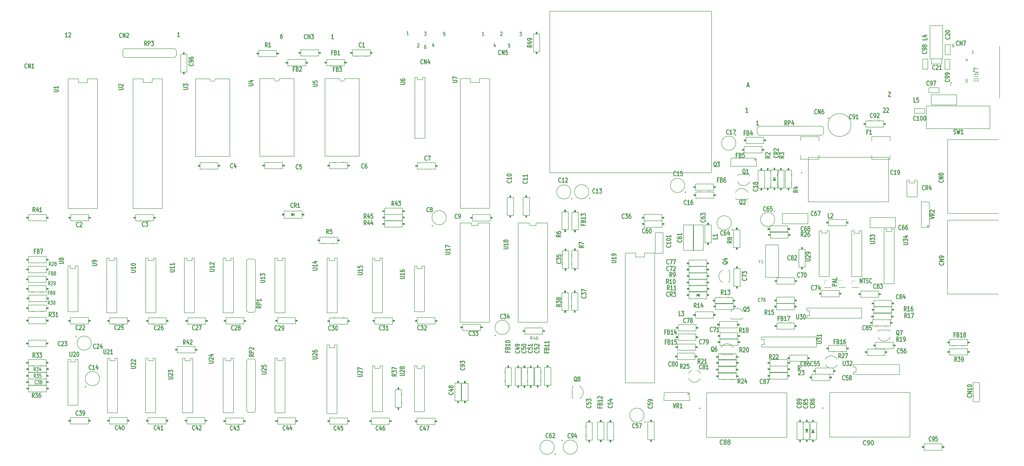
<source format=gto>
G04 #@! TF.GenerationSoftware,KiCad,Pcbnew,(5.1.5)-3*
G04 #@! TF.CreationDate,2020-06-16T21:00:24+02:00*
G04 #@! TF.ProjectId,C64,4336342e-6b69-4636-9164-5f7063625858,rev?*
G04 #@! TF.SameCoordinates,Original*
G04 #@! TF.FileFunction,Legend,Top*
G04 #@! TF.FilePolarity,Positive*
%FSLAX46Y46*%
G04 Gerber Fmt 4.6, Leading zero omitted, Abs format (unit mm)*
G04 Created by KiCad (PCBNEW (5.1.5)-3) date 2020-06-16 21:00:24*
%MOMM*%
%LPD*%
G04 APERTURE LIST*
%ADD10C,0.200000*%
%ADD11C,0.300000*%
%ADD12C,0.152400*%
%ADD13C,0.127000*%
%ADD14C,0.100000*%
%ADD15C,0.120000*%
%ADD16C,0.275000*%
%ADD17C,0.177800*%
%ADD18C,0.270000*%
G04 APERTURE END LIST*
D10*
X312686000Y-139348000D02*
X312986000Y-139348000D01*
X312686000Y-152048000D02*
X312686000Y-139348000D01*
X317886000Y-152048000D02*
X312686000Y-152048000D01*
X317886000Y-139348000D02*
X317886000Y-152048000D01*
X312786000Y-139348000D02*
X317886000Y-139348000D01*
X272486000Y-142648000D02*
X272486000Y-134548000D01*
X269386000Y-142648000D02*
X272486000Y-142648000D01*
X269386000Y-134548000D02*
X269386000Y-142648000D01*
X272486000Y-134548000D02*
X269386000Y-134548000D01*
D11*
X325742190Y-188856333D02*
X325807428Y-188773000D01*
X325937904Y-188689666D01*
X326264095Y-188689666D01*
X326394571Y-188773000D01*
X326459809Y-188856333D01*
X326525047Y-189023000D01*
X326525047Y-189189666D01*
X326459809Y-189439666D01*
X325676952Y-190439666D01*
X326525047Y-190439666D01*
X326981714Y-188689666D02*
X327829809Y-188689666D01*
X327373142Y-189356333D01*
X327568857Y-189356333D01*
X327699333Y-189439666D01*
X327764571Y-189523000D01*
X327829809Y-189689666D01*
X327829809Y-190106333D01*
X327764571Y-190273000D01*
X327699333Y-190356333D01*
X327568857Y-190439666D01*
X327177428Y-190439666D01*
X327046952Y-190356333D01*
X326981714Y-190273000D01*
X326310047Y-188639666D02*
X325853380Y-187806333D01*
X325527190Y-188639666D02*
X325527190Y-186889666D01*
X326049095Y-186889666D01*
X326179571Y-186973000D01*
X326244809Y-187056333D01*
X326310047Y-187223000D01*
X326310047Y-187473000D01*
X326244809Y-187639666D01*
X326179571Y-187723000D01*
X326049095Y-187806333D01*
X325527190Y-187806333D01*
X349835285Y-154339666D02*
X349835285Y-152589666D01*
X350618142Y-154339666D01*
X350618142Y-152589666D01*
X351074809Y-152589666D02*
X351857666Y-152589666D01*
X351466238Y-154339666D02*
X351466238Y-152589666D01*
X352249095Y-154256333D02*
X352444809Y-154339666D01*
X352771000Y-154339666D01*
X352901476Y-154256333D01*
X352966714Y-154173000D01*
X353031952Y-154006333D01*
X353031952Y-153839666D01*
X352966714Y-153673000D01*
X352901476Y-153589666D01*
X352771000Y-153506333D01*
X352510047Y-153423000D01*
X352379571Y-153339666D01*
X352314333Y-153256333D01*
X352249095Y-153089666D01*
X352249095Y-152923000D01*
X352314333Y-152756333D01*
X352379571Y-152673000D01*
X352510047Y-152589666D01*
X352836238Y-152589666D01*
X353031952Y-152673000D01*
X354401952Y-154173000D02*
X354336714Y-154256333D01*
X354141000Y-154339666D01*
X354010523Y-154339666D01*
X353814809Y-154256333D01*
X353684333Y-154089666D01*
X353619095Y-153923000D01*
X353553857Y-153589666D01*
X353553857Y-153339666D01*
X353619095Y-153006333D01*
X353684333Y-152839666D01*
X353814809Y-152673000D01*
X354010523Y-152589666D01*
X354141000Y-152589666D01*
X354336714Y-152673000D01*
X354401952Y-152756333D01*
X340681766Y-155462576D02*
X338931766Y-155462576D01*
X338931766Y-154940671D01*
X339015100Y-154810195D01*
X339098433Y-154744957D01*
X339265100Y-154679719D01*
X339515100Y-154679719D01*
X339681766Y-154744957D01*
X339765100Y-154810195D01*
X339848433Y-154940671D01*
X339848433Y-155462576D01*
X340181766Y-154157814D02*
X340181766Y-153505433D01*
X340681766Y-154288290D02*
X338931766Y-153831623D01*
X340681766Y-153374957D01*
X340681766Y-152265909D02*
X340681766Y-152918290D01*
X338931766Y-152918290D01*
X309966628Y-92333266D02*
X309183771Y-92333266D01*
X309575200Y-92333266D02*
X309575200Y-90583266D01*
X309444723Y-90833266D01*
X309314247Y-90999933D01*
X309183771Y-91083266D01*
D12*
X372250720Y-120511080D02*
X372250720Y-113941080D01*
X368250720Y-113941080D02*
X368250720Y-120511080D01*
X372250720Y-120511080D02*
X368250720Y-120511080D01*
X372250720Y-113941080D02*
X371250720Y-113941080D01*
X368250720Y-113941080D02*
X369250720Y-113941080D01*
X371250720Y-113941080D02*
X371250720Y-114941080D01*
X369250720Y-113941080D02*
X369250720Y-114941080D01*
X369250720Y-114941080D02*
X371250720Y-114941080D01*
D13*
X384149980Y-129670400D02*
X404149980Y-129670400D01*
X404149980Y-158670400D02*
X384149980Y-158670400D01*
X384149980Y-158670400D02*
X384149980Y-129670400D01*
X384254120Y-126986440D02*
X384254120Y-97986440D01*
X404254120Y-126986440D02*
X384254120Y-126986440D01*
X384254120Y-97986440D02*
X404254120Y-97986440D01*
X377255400Y-66190000D02*
X377255400Y-53190000D01*
X377255400Y-53190000D02*
X382255400Y-53190000D01*
X382255400Y-53190000D02*
X382255400Y-66190000D01*
X382255400Y-66190000D02*
X377255400Y-66190000D01*
D12*
X375838200Y-84734400D02*
X400838200Y-84734400D01*
X400838200Y-93624400D02*
X375838200Y-93624400D01*
X400838200Y-93624400D02*
X400838200Y-84734400D01*
X375838200Y-84734400D02*
X375838200Y-93624400D01*
D13*
X272783300Y-200499980D02*
X272910300Y-197578980D01*
X273164300Y-197324980D02*
X272910300Y-197578980D01*
X273164300Y-197324980D02*
X282562300Y-197324980D01*
X282816300Y-197578980D02*
X282562300Y-197324980D01*
X282816300Y-197578980D02*
X282943300Y-200499980D01*
X282613100Y-197934580D02*
G75*
G03X282613100Y-197934580I-254000J0D01*
G01*
X282943300Y-200499980D02*
X272783300Y-200499980D01*
X373898160Y-132547360D02*
X373898160Y-122387360D01*
X376717560Y-131963160D02*
G75*
G03X376717560Y-131963160I-254000J0D01*
G01*
X376819160Y-132420360D02*
X373898160Y-132547360D01*
X376819160Y-132420360D02*
X377073160Y-132166360D01*
X377073160Y-122768360D02*
X377073160Y-132166360D01*
X377073160Y-122768360D02*
X376819160Y-122514360D01*
X373898160Y-122387360D02*
X376819160Y-122514360D01*
X299008800Y-108432600D02*
X299135800Y-105511600D01*
X299389800Y-105257600D02*
X299135800Y-105511600D01*
X299389800Y-105257600D02*
X308787800Y-105257600D01*
X309041800Y-105511600D02*
X308787800Y-105257600D01*
X309041800Y-105511600D02*
X309168800Y-108432600D01*
X308838600Y-105867200D02*
G75*
G03X308838600Y-105867200I-254000J0D01*
G01*
X309168800Y-108432600D02*
X299008800Y-108432600D01*
D12*
X217520200Y-120731400D02*
X217520200Y-122961400D01*
X217520200Y-122961400D02*
X217500200Y-122961400D01*
X217500200Y-122961400D02*
X217520200Y-120985400D01*
X217520200Y-127477400D02*
X217500200Y-125501400D01*
X217500200Y-125501400D02*
X217520200Y-125501400D01*
X217520200Y-125501400D02*
X217520200Y-127731400D01*
X217520200Y-120731400D02*
X220020200Y-120731400D01*
X220020200Y-127731400D02*
X220020200Y-120731400D01*
X217520200Y-127477400D02*
X217520200Y-120985400D01*
X217520200Y-127731400D02*
X220020200Y-127731400D01*
D14*
G36*
X218465400Y-127731400D02*
G01*
X218465400Y-128595000D01*
X219075000Y-128595000D01*
X219075000Y-127731400D01*
X218465400Y-127731400D01*
G37*
G36*
X218465400Y-119867800D02*
G01*
X218465400Y-120731400D01*
X219075000Y-120731400D01*
X219075000Y-119867800D01*
X218465400Y-119867800D01*
G37*
G36*
X212816440Y-128605160D02*
G01*
X212816440Y-127741560D01*
X212206840Y-127741560D01*
X212206840Y-128605160D01*
X212816440Y-128605160D01*
G37*
G36*
X212816440Y-120741560D02*
G01*
X212816440Y-119877960D01*
X212206840Y-119877960D01*
X212206840Y-120741560D01*
X212816440Y-120741560D01*
G37*
D12*
X213761640Y-120741560D02*
X211261640Y-120741560D01*
X213761640Y-120995560D02*
X213761640Y-127487560D01*
X211261640Y-120741560D02*
X211261640Y-127741560D01*
X213761640Y-127741560D02*
X211261640Y-127741560D01*
X213761640Y-122971560D02*
X213761640Y-120741560D01*
X213781640Y-122971560D02*
X213761640Y-122971560D01*
X213761640Y-120995560D02*
X213781640Y-122971560D01*
X213781640Y-125511560D02*
X213761640Y-127487560D01*
X213761640Y-125511560D02*
X213781640Y-125511560D01*
X213761640Y-127741560D02*
X213761640Y-125511560D01*
D13*
X387803400Y-80346800D02*
X387803400Y-84346800D01*
X377803400Y-80346800D02*
X387803400Y-80346800D01*
X377803400Y-84346800D02*
X377803400Y-80346800D01*
X387803400Y-84346800D02*
X377803400Y-84346800D01*
D12*
X375202200Y-85664800D02*
X375202200Y-87664800D01*
X371202200Y-87664800D02*
X375202200Y-87664800D01*
X371202200Y-85664800D02*
X375202200Y-85664800D01*
X371202200Y-85664800D02*
X371202200Y-87664800D01*
D14*
G36*
X345307800Y-130302000D02*
G01*
X344444200Y-130302000D01*
X344444200Y-130911600D01*
X345307800Y-130911600D01*
X345307800Y-130302000D01*
G37*
G36*
X337444200Y-130302000D02*
G01*
X336580600Y-130302000D01*
X336580600Y-130911600D01*
X337444200Y-130911600D01*
X337444200Y-130302000D01*
G37*
D12*
X337444200Y-129356800D02*
X337444200Y-131856800D01*
X337698200Y-129356800D02*
X344190200Y-129356800D01*
X337444200Y-131856800D02*
X344444200Y-131856800D01*
X344444200Y-129356800D02*
X344444200Y-131856800D01*
X339674200Y-129356800D02*
X337444200Y-129356800D01*
X339674200Y-129336800D02*
X339674200Y-129356800D01*
X337698200Y-129356800D02*
X339674200Y-129336800D01*
X342214200Y-129336800D02*
X344190200Y-129356800D01*
X342214200Y-129356800D02*
X342214200Y-129336800D01*
X344444200Y-129356800D02*
X342214200Y-129356800D01*
D13*
X353724200Y-128606800D02*
X363724200Y-128606800D01*
X363724200Y-128606800D02*
X363724200Y-132606800D01*
X363724200Y-132606800D02*
X353724200Y-132606800D01*
X353724200Y-132606800D02*
X353724200Y-128606800D01*
D12*
X334788000Y-134748000D02*
X336788000Y-134748000D01*
X334788000Y-133748000D02*
X334788000Y-134748000D01*
X336788000Y-133748000D02*
X336788000Y-134748000D01*
X333788000Y-133748000D02*
X334788000Y-133748000D01*
X337788000Y-133748000D02*
X336788000Y-133748000D01*
X337788000Y-151748000D02*
X333788000Y-151748000D01*
X333788000Y-133748000D02*
X333788000Y-151748000D01*
X337788000Y-151748000D02*
X337788000Y-133748000D01*
X329975000Y-167166800D02*
X329975000Y-165166800D01*
X328975000Y-167166800D02*
X329975000Y-167166800D01*
X328975000Y-165166800D02*
X329975000Y-165166800D01*
X328975000Y-168166800D02*
X328975000Y-167166800D01*
X328975000Y-164166800D02*
X328975000Y-165166800D01*
X350475000Y-164166800D02*
X350475000Y-168166800D01*
X328975000Y-168166800D02*
X350475000Y-168166800D01*
X350475000Y-164166800D02*
X328975000Y-164166800D01*
X312144200Y-178520600D02*
X312144200Y-176520600D01*
X311144200Y-178520600D02*
X312144200Y-178520600D01*
X311144200Y-176520600D02*
X312144200Y-176520600D01*
X311144200Y-179520600D02*
X311144200Y-178520600D01*
X311144200Y-175520600D02*
X311144200Y-176520600D01*
X332644200Y-175520600D02*
X332644200Y-179520600D01*
X311144200Y-179520600D02*
X332644200Y-179520600D01*
X332644200Y-175520600D02*
X311144200Y-175520600D01*
X348235000Y-189341000D02*
X348235000Y-187341000D01*
X347235000Y-189341000D02*
X348235000Y-189341000D01*
X347235000Y-187341000D02*
X348235000Y-187341000D01*
X347235000Y-190341000D02*
X347235000Y-189341000D01*
X347235000Y-186341000D02*
X347235000Y-187341000D01*
X365235000Y-186341000D02*
X365235000Y-190341000D01*
X347235000Y-190341000D02*
X365235000Y-190341000D01*
X365235000Y-186341000D02*
X347235000Y-186341000D01*
D13*
X321032600Y-214947200D02*
X289532600Y-214947200D01*
X321032600Y-197447200D02*
X321032600Y-214947200D01*
X289532600Y-197447200D02*
X321032600Y-197447200D01*
X289532600Y-214947200D02*
X289532600Y-197447200D01*
D12*
X287121600Y-203530200D02*
X286613600Y-203530200D01*
X286867600Y-203276200D02*
X286867600Y-203784200D01*
D13*
X237363720Y-199705999D02*
G75*
G02X236824520Y-199376300I1111909J2424206D01*
G01*
X236824520Y-195187300D02*
G75*
G02X237339620Y-194868800I1651106J-2094504D01*
G01*
X239611422Y-199694799D02*
G75*
G03X239611420Y-194868800I-1135910J2412999D01*
G01*
X236824520Y-195187300D02*
X236824520Y-199376300D01*
D12*
X162309560Y-204872100D02*
X162309560Y-186872100D01*
X158309560Y-186872100D02*
X158309560Y-204872100D01*
X162309560Y-204872100D02*
X158309560Y-204872100D01*
X162309560Y-186872100D02*
X161309560Y-186872100D01*
X158309560Y-186872100D02*
X159309560Y-186872100D01*
X161309560Y-186872100D02*
X161309560Y-187872100D01*
X159309560Y-186872100D02*
X159309560Y-187872100D01*
X159309560Y-187872100D02*
X161309560Y-187872100D01*
X195915600Y-200680200D02*
X195915600Y-198450200D01*
X195915600Y-198450200D02*
X195935600Y-198450200D01*
X195935600Y-198450200D02*
X195915600Y-200426200D01*
X195915600Y-193934200D02*
X195935600Y-195910200D01*
X195935600Y-195910200D02*
X195915600Y-195910200D01*
X195915600Y-195910200D02*
X195915600Y-193680200D01*
X195915600Y-200680200D02*
X193415600Y-200680200D01*
X193415600Y-193680200D02*
X193415600Y-200680200D01*
X195915600Y-193934200D02*
X195915600Y-200426200D01*
X195915600Y-193680200D02*
X193415600Y-193680200D01*
D14*
G36*
X194970400Y-193680200D02*
G01*
X194970400Y-192816600D01*
X194360800Y-192816600D01*
X194360800Y-193680200D01*
X194970400Y-193680200D01*
G37*
G36*
X194970400Y-201543800D02*
G01*
X194970400Y-200680200D01*
X194360800Y-200680200D01*
X194360800Y-201543800D01*
X194970400Y-201543800D01*
G37*
D12*
X141544800Y-145571000D02*
X143544800Y-145571000D01*
X141544800Y-144571000D02*
X141544800Y-145571000D01*
X143544800Y-144571000D02*
X143544800Y-145571000D01*
X140544800Y-144571000D02*
X141544800Y-144571000D01*
X144544800Y-144571000D02*
X143544800Y-144571000D01*
X144544800Y-166071000D02*
X140544800Y-166071000D01*
X140544800Y-144571000D02*
X140544800Y-166071000D01*
X144544800Y-166071000D02*
X144544800Y-144571000D01*
X162309560Y-166071000D02*
X162309560Y-144571000D01*
X158309560Y-144571000D02*
X158309560Y-166071000D01*
X162309560Y-166071000D02*
X158309560Y-166071000D01*
X162309560Y-144571000D02*
X161309560Y-144571000D01*
X158309560Y-144571000D02*
X159309560Y-144571000D01*
X161309560Y-144571000D02*
X161309560Y-145571000D01*
X159309560Y-144571000D02*
X159309560Y-145571000D01*
X159309560Y-145571000D02*
X161309560Y-145571000D01*
D14*
G36*
X31338400Y-160070800D02*
G01*
X30474800Y-160070800D01*
X30474800Y-160680400D01*
X31338400Y-160680400D01*
X31338400Y-160070800D01*
G37*
G36*
X23474800Y-160070800D02*
G01*
X22611200Y-160070800D01*
X22611200Y-160680400D01*
X23474800Y-160680400D01*
X23474800Y-160070800D01*
G37*
D12*
X23474800Y-159125600D02*
X23474800Y-161625600D01*
X23728800Y-159125600D02*
X30220800Y-159125600D01*
X23474800Y-161625600D02*
X30474800Y-161625600D01*
X30474800Y-159125600D02*
X30474800Y-161625600D01*
X25704800Y-159125600D02*
X23474800Y-159125600D01*
X25704800Y-159105600D02*
X25704800Y-159125600D01*
X23728800Y-159125600D02*
X25704800Y-159105600D01*
X28244800Y-159105600D02*
X30220800Y-159125600D01*
X28244800Y-159125600D02*
X28244800Y-159105600D01*
X30474800Y-159125600D02*
X28244800Y-159125600D01*
X30271600Y-192018600D02*
X28041600Y-192018600D01*
X28041600Y-192018600D02*
X28041600Y-191998600D01*
X28041600Y-191998600D02*
X30017600Y-192018600D01*
X23525600Y-192018600D02*
X25501600Y-191998600D01*
X25501600Y-191998600D02*
X25501600Y-192018600D01*
X25501600Y-192018600D02*
X23271600Y-192018600D01*
X30271600Y-192018600D02*
X30271600Y-194518600D01*
X23271600Y-194518600D02*
X30271600Y-194518600D01*
X23525600Y-192018600D02*
X30017600Y-192018600D01*
X23271600Y-192018600D02*
X23271600Y-194518600D01*
D14*
G36*
X23271600Y-192963800D02*
G01*
X22408000Y-192963800D01*
X22408000Y-193573400D01*
X23271600Y-193573400D01*
X23271600Y-192963800D01*
G37*
G36*
X31135200Y-192963800D02*
G01*
X30271600Y-192963800D01*
X30271600Y-193573400D01*
X31135200Y-193573400D01*
X31135200Y-192963800D01*
G37*
D12*
X41998900Y-175011080D02*
X41998900Y-175519080D01*
X42252900Y-175265080D02*
X41744900Y-175265080D01*
X47967900Y-177932080D02*
G75*
G03X47967900Y-177932080I-2794000J0D01*
G01*
X111211360Y-144861640D02*
X110195360Y-144861640D01*
X111211360Y-165861640D02*
X110195360Y-165861640D01*
X108953359Y-145709641D02*
G75*
G02X110195360Y-144861640I1045001J-197000D01*
G01*
X111211360Y-165861640D02*
G75*
G03X112453360Y-165013640I197000J1045000D01*
G01*
X110195360Y-165861640D02*
G75*
G02X108953360Y-165013640I-197000J1045000D01*
G01*
X112453361Y-145709641D02*
G75*
G03X111211360Y-144861640I-1045001J-197000D01*
G01*
X112453360Y-165013640D02*
X112453360Y-145709640D01*
X108953360Y-145709640D02*
X108953360Y-165013640D01*
X121064780Y-145550680D02*
X123064780Y-145550680D01*
X121064780Y-144550680D02*
X121064780Y-145550680D01*
X123064780Y-144550680D02*
X123064780Y-145550680D01*
X120064780Y-144550680D02*
X121064780Y-144550680D01*
X124064780Y-144550680D02*
X123064780Y-144550680D01*
X124064780Y-166050680D02*
X120064780Y-166050680D01*
X120064780Y-144550680D02*
X120064780Y-166050680D01*
X124064780Y-166050680D02*
X124064780Y-144550680D01*
X54999380Y-145548140D02*
X56999380Y-145548140D01*
X54999380Y-144548140D02*
X54999380Y-145548140D01*
X56999380Y-144548140D02*
X56999380Y-145548140D01*
X53999380Y-144548140D02*
X54999380Y-144548140D01*
X57999380Y-144548140D02*
X56999380Y-144548140D01*
X57999380Y-166048140D02*
X53999380Y-166048140D01*
X53999380Y-144548140D02*
X53999380Y-166048140D01*
X57999380Y-166048140D02*
X57999380Y-144548140D01*
X39774620Y-148588460D02*
X41774620Y-148588460D01*
X39774620Y-147588460D02*
X39774620Y-148588460D01*
X41774620Y-147588460D02*
X41774620Y-148588460D01*
X38774620Y-147588460D02*
X39774620Y-147588460D01*
X42774620Y-147588460D02*
X41774620Y-147588460D01*
X42774620Y-165588460D02*
X38774620Y-165588460D01*
X38774620Y-147588460D02*
X38774620Y-165588460D01*
X42774620Y-165588460D02*
X42774620Y-147588460D01*
D13*
X200393240Y-75486720D02*
X196893240Y-75486720D01*
X196893240Y-73986720D02*
X196893240Y-75486720D01*
X200393240Y-73986720D02*
X200393240Y-75486720D01*
X192893240Y-73986720D02*
X192893240Y-124986720D01*
X204393240Y-73986720D02*
X204393240Y-124986720D01*
X204393240Y-73986720D02*
X200393240Y-73986720D01*
X192893240Y-124986720D02*
X204393240Y-124986720D01*
X196893240Y-73986720D02*
X192893240Y-73986720D01*
D12*
X175982120Y-74465920D02*
X177982120Y-74465920D01*
X175982120Y-73465920D02*
X175982120Y-74465920D01*
X177982120Y-73465920D02*
X177982120Y-74465920D01*
X174982120Y-73465920D02*
X175982120Y-73465920D01*
X178982120Y-73465920D02*
X177982120Y-73465920D01*
X178982120Y-97465920D02*
X174982120Y-97465920D01*
X174982120Y-73465920D02*
X174982120Y-97465920D01*
X178982120Y-97465920D02*
X178982120Y-73465920D01*
X153195020Y-74018140D02*
X147480020Y-74018140D01*
X139733020Y-74018140D02*
X145448020Y-74018140D01*
X145448020Y-74018140D02*
G75*
G03X147480020Y-74018140I1016000J0D01*
G01*
X139733020Y-74018140D02*
X139733020Y-104498140D01*
X153195020Y-104498140D02*
X139733020Y-104498140D01*
X153195020Y-104498140D02*
X153195020Y-74018140D01*
X102331520Y-104576880D02*
X102331520Y-74096880D01*
X102331520Y-104576880D02*
X88869520Y-104576880D01*
X88869520Y-74096880D02*
X88869520Y-104576880D01*
X94584520Y-74096880D02*
G75*
G03X96616520Y-74096880I1016000J0D01*
G01*
X88869520Y-74096880D02*
X94584520Y-74096880D01*
X102331520Y-74096880D02*
X96616520Y-74096880D01*
D13*
X46408280Y-75578160D02*
X42908280Y-75578160D01*
X42908280Y-74078160D02*
X42908280Y-75578160D01*
X46408280Y-74078160D02*
X46408280Y-75578160D01*
X38908280Y-74078160D02*
X38908280Y-125078160D01*
X50408280Y-74078160D02*
X50408280Y-125078160D01*
X50408280Y-74078160D02*
X46408280Y-74078160D01*
X38908280Y-125078160D02*
X50408280Y-125078160D01*
X42908280Y-74078160D02*
X38908280Y-74078160D01*
D12*
X127591820Y-104485440D02*
X127591820Y-74005440D01*
X127591820Y-104485440D02*
X114129820Y-104485440D01*
X114129820Y-74005440D02*
X114129820Y-104485440D01*
X119844820Y-74005440D02*
G75*
G03X121876820Y-74005440I1016000J0D01*
G01*
X114129820Y-74005440D02*
X119844820Y-74005440D01*
X127591820Y-74005440D02*
X121876820Y-74005440D01*
D13*
X71874320Y-75568000D02*
X68374320Y-75568000D01*
X68374320Y-74068000D02*
X68374320Y-75568000D01*
X71874320Y-74068000D02*
X71874320Y-75568000D01*
X64374320Y-74068000D02*
X64374320Y-125068000D01*
X75874320Y-74068000D02*
X75874320Y-125068000D01*
X75874320Y-74068000D02*
X71874320Y-74068000D01*
X64374320Y-125068000D02*
X75874320Y-125068000D01*
X68374320Y-74068000D02*
X64374320Y-74068000D01*
D12*
X333654400Y-97409000D02*
X333654400Y-96774000D01*
X333654400Y-96774000D02*
X326415400Y-96774000D01*
X326415400Y-105664000D02*
X333654400Y-105664000D01*
X333654400Y-105029000D02*
X333654400Y-105664000D01*
X333654400Y-97409000D02*
X333654400Y-98425000D01*
X333654400Y-105029000D02*
X333654400Y-104013000D01*
X326415400Y-98425000D02*
X326415400Y-96774000D01*
X326415400Y-105664000D02*
X326415400Y-104013000D01*
X354406200Y-105054400D02*
X354406200Y-105689400D01*
X354406200Y-105689400D02*
X361645200Y-105689400D01*
X361645200Y-96799400D02*
X354406200Y-96799400D01*
X354406200Y-97434400D02*
X354406200Y-96799400D01*
X354406200Y-105054400D02*
X354406200Y-104038400D01*
X354406200Y-97434400D02*
X354406200Y-98450400D01*
X361645200Y-104038400D02*
X361645200Y-105689400D01*
X361645200Y-96799400D02*
X361645200Y-98450400D01*
D13*
X291515800Y-110972600D02*
X228015800Y-110972600D01*
X291515800Y-47472600D02*
X291515800Y-110972600D01*
X228015800Y-47472600D02*
X291515800Y-47472600D01*
X228015800Y-110972600D02*
X228015800Y-47472600D01*
X336226601Y-184368408D02*
G75*
G02X340818846Y-184376750I2294287J-1014489D01*
G01*
X340790072Y-186376883D02*
G75*
G02X339529618Y-187645431I-1990432J717252D01*
G01*
X337523517Y-187628072D02*
G75*
G02X336254969Y-186367618I717252J1990432D01*
G01*
X287089399Y-191830992D02*
G75*
G02X282497154Y-191822650I-2294287J1014489D01*
G01*
X282525928Y-189822517D02*
G75*
G02X283786382Y-188553969I1990432J-717252D01*
G01*
X285792483Y-188571328D02*
G75*
G02X287061031Y-189831782I-717252J-1990432D01*
G01*
D14*
G36*
X384164960Y-177982880D02*
G01*
X385028560Y-177982880D01*
X385028560Y-177373280D01*
X384164960Y-177373280D01*
X384164960Y-177982880D01*
G37*
G36*
X392028560Y-177982880D02*
G01*
X392892160Y-177982880D01*
X392892160Y-177373280D01*
X392028560Y-177373280D01*
X392028560Y-177982880D01*
G37*
D12*
X392028560Y-178928080D02*
X392028560Y-176428080D01*
X391774560Y-178928080D02*
X385282560Y-178928080D01*
X392028560Y-176428080D02*
X385028560Y-176428080D01*
X385028560Y-178928080D02*
X385028560Y-176428080D01*
X389798560Y-178928080D02*
X392028560Y-178928080D01*
X389798560Y-178948080D02*
X389798560Y-178928080D01*
X391774560Y-178928080D02*
X389798560Y-178948080D01*
X387258560Y-178948080D02*
X385282560Y-178928080D01*
X387258560Y-178928080D02*
X387258560Y-178948080D01*
X385028560Y-178928080D02*
X387258560Y-178928080D01*
D14*
G36*
X325003040Y-170931840D02*
G01*
X324139440Y-170931840D01*
X324139440Y-171541440D01*
X325003040Y-171541440D01*
X325003040Y-170931840D01*
G37*
G36*
X317139440Y-170931840D02*
G01*
X316275840Y-170931840D01*
X316275840Y-171541440D01*
X317139440Y-171541440D01*
X317139440Y-170931840D01*
G37*
D12*
X317139440Y-169986640D02*
X317139440Y-172486640D01*
X317393440Y-169986640D02*
X323885440Y-169986640D01*
X317139440Y-172486640D02*
X324139440Y-172486640D01*
X324139440Y-169986640D02*
X324139440Y-172486640D01*
X319369440Y-169986640D02*
X317139440Y-169986640D01*
X319369440Y-169966640D02*
X319369440Y-169986640D01*
X317393440Y-169986640D02*
X319369440Y-169966640D01*
X321909440Y-169966640D02*
X323885440Y-169986640D01*
X321909440Y-169986640D02*
X321909440Y-169966640D01*
X324139440Y-169986640D02*
X321909440Y-169986640D01*
D14*
G36*
X336636480Y-180360320D02*
G01*
X337500080Y-180360320D01*
X337500080Y-179750720D01*
X336636480Y-179750720D01*
X336636480Y-180360320D01*
G37*
G36*
X344500080Y-180360320D02*
G01*
X345363680Y-180360320D01*
X345363680Y-179750720D01*
X344500080Y-179750720D01*
X344500080Y-180360320D01*
G37*
D12*
X344500080Y-181305520D02*
X344500080Y-178805520D01*
X344246080Y-181305520D02*
X337754080Y-181305520D01*
X344500080Y-178805520D02*
X337500080Y-178805520D01*
X337500080Y-181305520D02*
X337500080Y-178805520D01*
X342270080Y-181305520D02*
X344500080Y-181305520D01*
X342270080Y-181325520D02*
X342270080Y-181305520D01*
X344246080Y-181305520D02*
X342270080Y-181325520D01*
X339730080Y-181325520D02*
X337754080Y-181305520D01*
X339730080Y-181305520D02*
X339730080Y-181325520D01*
X337500080Y-181305520D02*
X339730080Y-181305520D01*
D14*
G36*
X277337640Y-179832000D02*
G01*
X278201240Y-179832000D01*
X278201240Y-179222400D01*
X277337640Y-179222400D01*
X277337640Y-179832000D01*
G37*
G36*
X285201240Y-179832000D02*
G01*
X286064840Y-179832000D01*
X286064840Y-179222400D01*
X285201240Y-179222400D01*
X285201240Y-179832000D01*
G37*
D12*
X285201240Y-180777200D02*
X285201240Y-178277200D01*
X284947240Y-180777200D02*
X278455240Y-180777200D01*
X285201240Y-178277200D02*
X278201240Y-178277200D01*
X278201240Y-180777200D02*
X278201240Y-178277200D01*
X282971240Y-180777200D02*
X285201240Y-180777200D01*
X282971240Y-180797200D02*
X282971240Y-180777200D01*
X284947240Y-180777200D02*
X282971240Y-180797200D01*
X280431240Y-180797200D02*
X278455240Y-180777200D01*
X280431240Y-180777200D02*
X280431240Y-180797200D01*
X278201240Y-180777200D02*
X280431240Y-180777200D01*
D14*
G36*
X277490040Y-175910240D02*
G01*
X278353640Y-175910240D01*
X278353640Y-175300640D01*
X277490040Y-175300640D01*
X277490040Y-175910240D01*
G37*
G36*
X285353640Y-175910240D02*
G01*
X286217240Y-175910240D01*
X286217240Y-175300640D01*
X285353640Y-175300640D01*
X285353640Y-175910240D01*
G37*
D12*
X285353640Y-176855440D02*
X285353640Y-174355440D01*
X285099640Y-176855440D02*
X278607640Y-176855440D01*
X285353640Y-174355440D02*
X278353640Y-174355440D01*
X278353640Y-176855440D02*
X278353640Y-174355440D01*
X283123640Y-176855440D02*
X285353640Y-176855440D01*
X283123640Y-176875440D02*
X283123640Y-176855440D01*
X285099640Y-176855440D02*
X283123640Y-176875440D01*
X280583640Y-176875440D02*
X278607640Y-176855440D01*
X280583640Y-176855440D02*
X280583640Y-176875440D01*
X278353640Y-176855440D02*
X280583640Y-176855440D01*
D14*
G36*
X238229140Y-134335400D02*
G01*
X238229140Y-133471800D01*
X237619540Y-133471800D01*
X237619540Y-134335400D01*
X238229140Y-134335400D01*
G37*
G36*
X238229140Y-126471800D02*
G01*
X238229140Y-125608200D01*
X237619540Y-125608200D01*
X237619540Y-126471800D01*
X238229140Y-126471800D01*
G37*
D12*
X239174340Y-126471800D02*
X236674340Y-126471800D01*
X239174340Y-126725800D02*
X239174340Y-133217800D01*
X236674340Y-126471800D02*
X236674340Y-133471800D01*
X239174340Y-133471800D02*
X236674340Y-133471800D01*
X239174340Y-128701800D02*
X239174340Y-126471800D01*
X239194340Y-128701800D02*
X239174340Y-128701800D01*
X239174340Y-126725800D02*
X239194340Y-128701800D01*
X239194340Y-131241800D02*
X239174340Y-133217800D01*
X239174340Y-131241800D02*
X239194340Y-131241800D01*
X239174340Y-133471800D02*
X239174340Y-131241800D01*
D14*
G36*
X248300240Y-216860000D02*
G01*
X248300240Y-215996400D01*
X247690640Y-215996400D01*
X247690640Y-216860000D01*
X248300240Y-216860000D01*
G37*
G36*
X248300240Y-208996400D02*
G01*
X248300240Y-208132800D01*
X247690640Y-208132800D01*
X247690640Y-208996400D01*
X248300240Y-208996400D01*
G37*
D12*
X249245440Y-208996400D02*
X246745440Y-208996400D01*
X249245440Y-209250400D02*
X249245440Y-215742400D01*
X246745440Y-208996400D02*
X246745440Y-215996400D01*
X249245440Y-215996400D02*
X246745440Y-215996400D01*
X249245440Y-211226400D02*
X249245440Y-208996400D01*
X249265440Y-211226400D02*
X249245440Y-211226400D01*
X249245440Y-209250400D02*
X249265440Y-211226400D01*
X249265440Y-213766400D02*
X249245440Y-215742400D01*
X249245440Y-213766400D02*
X249265440Y-213766400D01*
X249245440Y-215996400D02*
X249245440Y-213766400D01*
D14*
G36*
X227462080Y-195320800D02*
G01*
X227462080Y-194457200D01*
X226852480Y-194457200D01*
X226852480Y-195320800D01*
X227462080Y-195320800D01*
G37*
G36*
X227462080Y-187457200D02*
G01*
X227462080Y-186593600D01*
X226852480Y-186593600D01*
X226852480Y-187457200D01*
X227462080Y-187457200D01*
G37*
D12*
X228407280Y-187457200D02*
X225907280Y-187457200D01*
X228407280Y-187711200D02*
X228407280Y-194203200D01*
X225907280Y-187457200D02*
X225907280Y-194457200D01*
X228407280Y-194457200D02*
X225907280Y-194457200D01*
X228407280Y-189687200D02*
X228407280Y-187457200D01*
X228427280Y-189687200D02*
X228407280Y-189687200D01*
X228407280Y-187711200D02*
X228427280Y-189687200D01*
X228427280Y-192227200D02*
X228407280Y-194203200D01*
X228407280Y-192227200D02*
X228427280Y-192227200D01*
X228407280Y-194457200D02*
X228407280Y-192227200D01*
D14*
G36*
X211404200Y-186720600D02*
G01*
X211404200Y-187584200D01*
X212013800Y-187584200D01*
X212013800Y-186720600D01*
X211404200Y-186720600D01*
G37*
G36*
X211404200Y-194584200D02*
G01*
X211404200Y-195447800D01*
X212013800Y-195447800D01*
X212013800Y-194584200D01*
X211404200Y-194584200D01*
G37*
D12*
X210459000Y-194584200D02*
X212959000Y-194584200D01*
X210459000Y-194330200D02*
X210459000Y-187838200D01*
X212959000Y-194584200D02*
X212959000Y-187584200D01*
X210459000Y-187584200D02*
X212959000Y-187584200D01*
X210459000Y-192354200D02*
X210459000Y-194584200D01*
X210439000Y-192354200D02*
X210459000Y-192354200D01*
X210459000Y-194330200D02*
X210439000Y-192354200D01*
X210439000Y-189814200D02*
X210459000Y-187838200D01*
X210459000Y-189814200D02*
X210439000Y-189814200D01*
X210459000Y-187584200D02*
X210459000Y-189814200D01*
D14*
G36*
X31109800Y-152577800D02*
G01*
X30246200Y-152577800D01*
X30246200Y-153187400D01*
X31109800Y-153187400D01*
X31109800Y-152577800D01*
G37*
G36*
X23246200Y-152577800D02*
G01*
X22382600Y-152577800D01*
X22382600Y-153187400D01*
X23246200Y-153187400D01*
X23246200Y-152577800D01*
G37*
D12*
X23246200Y-151632600D02*
X23246200Y-154132600D01*
X23500200Y-151632600D02*
X29992200Y-151632600D01*
X23246200Y-154132600D02*
X30246200Y-154132600D01*
X30246200Y-151632600D02*
X30246200Y-154132600D01*
X25476200Y-151632600D02*
X23246200Y-151632600D01*
X25476200Y-151612600D02*
X25476200Y-151632600D01*
X23500200Y-151632600D02*
X25476200Y-151612600D01*
X28016200Y-151612600D02*
X29992200Y-151632600D01*
X28016200Y-151632600D02*
X28016200Y-151612600D01*
X30246200Y-151632600D02*
X28016200Y-151632600D01*
D14*
G36*
X31186000Y-144830800D02*
G01*
X30322400Y-144830800D01*
X30322400Y-145440400D01*
X31186000Y-145440400D01*
X31186000Y-144830800D01*
G37*
G36*
X23322400Y-144830800D02*
G01*
X22458800Y-144830800D01*
X22458800Y-145440400D01*
X23322400Y-145440400D01*
X23322400Y-144830800D01*
G37*
D12*
X23322400Y-143885600D02*
X23322400Y-146385600D01*
X23576400Y-143885600D02*
X30068400Y-143885600D01*
X23322400Y-146385600D02*
X30322400Y-146385600D01*
X30322400Y-143885600D02*
X30322400Y-146385600D01*
X25552400Y-143885600D02*
X23322400Y-143885600D01*
X25552400Y-143865600D02*
X25552400Y-143885600D01*
X23576400Y-143885600D02*
X25552400Y-143865600D01*
X28092400Y-143865600D02*
X30068400Y-143885600D01*
X28092400Y-143885600D02*
X28092400Y-143865600D01*
X30322400Y-143885600D02*
X28092400Y-143885600D01*
D14*
G36*
X284424240Y-116931440D02*
G01*
X285287840Y-116931440D01*
X285287840Y-116321840D01*
X284424240Y-116321840D01*
X284424240Y-116931440D01*
G37*
G36*
X292287840Y-116931440D02*
G01*
X293151440Y-116931440D01*
X293151440Y-116321840D01*
X292287840Y-116321840D01*
X292287840Y-116931440D01*
G37*
D12*
X292287840Y-117876640D02*
X292287840Y-115376640D01*
X292033840Y-117876640D02*
X285541840Y-117876640D01*
X292287840Y-115376640D02*
X285287840Y-115376640D01*
X285287840Y-117876640D02*
X285287840Y-115376640D01*
X290057840Y-117876640D02*
X292287840Y-117876640D01*
X290057840Y-117896640D02*
X290057840Y-117876640D01*
X292033840Y-117876640D02*
X290057840Y-117896640D01*
X287517840Y-117896640D02*
X285541840Y-117876640D01*
X287517840Y-117876640D02*
X287517840Y-117896640D01*
X285287840Y-117876640D02*
X287517840Y-117876640D01*
D14*
G36*
X303474240Y-102260400D02*
G01*
X304337840Y-102260400D01*
X304337840Y-101650800D01*
X303474240Y-101650800D01*
X303474240Y-102260400D01*
G37*
G36*
X311337840Y-102260400D02*
G01*
X312201440Y-102260400D01*
X312201440Y-101650800D01*
X311337840Y-101650800D01*
X311337840Y-102260400D01*
G37*
D12*
X311337840Y-103205600D02*
X311337840Y-100705600D01*
X311083840Y-103205600D02*
X304591840Y-103205600D01*
X311337840Y-100705600D02*
X304337840Y-100705600D01*
X304337840Y-103205600D02*
X304337840Y-100705600D01*
X309107840Y-103205600D02*
X311337840Y-103205600D01*
X309107840Y-103225600D02*
X309107840Y-103205600D01*
X311083840Y-103205600D02*
X309107840Y-103225600D01*
X306567840Y-103225600D02*
X304591840Y-103205600D01*
X306567840Y-103205600D02*
X306567840Y-103225600D01*
X304337840Y-103205600D02*
X306567840Y-103205600D01*
D14*
G36*
X312912640Y-97957640D02*
G01*
X312049040Y-97957640D01*
X312049040Y-98567240D01*
X312912640Y-98567240D01*
X312912640Y-97957640D01*
G37*
G36*
X305049040Y-97957640D02*
G01*
X304185440Y-97957640D01*
X304185440Y-98567240D01*
X305049040Y-98567240D01*
X305049040Y-97957640D01*
G37*
D12*
X305049040Y-97012440D02*
X305049040Y-99512440D01*
X305303040Y-97012440D02*
X311795040Y-97012440D01*
X305049040Y-99512440D02*
X312049040Y-99512440D01*
X312049040Y-97012440D02*
X312049040Y-99512440D01*
X307279040Y-97012440D02*
X305049040Y-97012440D01*
X307279040Y-96992440D02*
X307279040Y-97012440D01*
X305303040Y-97012440D02*
X307279040Y-96992440D01*
X309819040Y-96992440D02*
X311795040Y-97012440D01*
X309819040Y-97012440D02*
X309819040Y-96992440D01*
X312049040Y-97012440D02*
X309819040Y-97012440D01*
D14*
G36*
X139507080Y-68005960D02*
G01*
X140370680Y-68005960D01*
X140370680Y-67396360D01*
X139507080Y-67396360D01*
X139507080Y-68005960D01*
G37*
G36*
X147370680Y-68005960D02*
G01*
X148234280Y-68005960D01*
X148234280Y-67396360D01*
X147370680Y-67396360D01*
X147370680Y-68005960D01*
G37*
D12*
X147370680Y-68951160D02*
X147370680Y-66451160D01*
X147116680Y-68951160D02*
X140624680Y-68951160D01*
X147370680Y-66451160D02*
X140370680Y-66451160D01*
X140370680Y-68951160D02*
X140370680Y-66451160D01*
X145140680Y-68951160D02*
X147370680Y-68951160D01*
X145140680Y-68971160D02*
X145140680Y-68951160D01*
X147116680Y-68951160D02*
X145140680Y-68971160D01*
X142600680Y-68971160D02*
X140624680Y-68951160D01*
X142600680Y-68951160D02*
X142600680Y-68971160D01*
X140370680Y-68951160D02*
X142600680Y-68951160D01*
D14*
G36*
X132999360Y-67442080D02*
G01*
X132135760Y-67442080D01*
X132135760Y-68051680D01*
X132999360Y-68051680D01*
X132999360Y-67442080D01*
G37*
G36*
X125135760Y-67442080D02*
G01*
X124272160Y-67442080D01*
X124272160Y-68051680D01*
X125135760Y-68051680D01*
X125135760Y-67442080D01*
G37*
D12*
X125135760Y-66496880D02*
X125135760Y-68996880D01*
X125389760Y-66496880D02*
X131881760Y-66496880D01*
X125135760Y-68996880D02*
X132135760Y-68996880D01*
X132135760Y-66496880D02*
X132135760Y-68996880D01*
X127365760Y-66496880D02*
X125135760Y-66496880D01*
X127365760Y-66476880D02*
X127365760Y-66496880D01*
X125389760Y-66496880D02*
X127365760Y-66476880D01*
X129905760Y-66476880D02*
X131881760Y-66496880D01*
X129905760Y-66496880D02*
X129905760Y-66476880D01*
X132135760Y-66496880D02*
X129905760Y-66496880D01*
D14*
G36*
X129392800Y-64175640D02*
G01*
X130256400Y-64175640D01*
X130256400Y-63566040D01*
X129392800Y-63566040D01*
X129392800Y-64175640D01*
G37*
G36*
X137256400Y-64175640D02*
G01*
X138120000Y-64175640D01*
X138120000Y-63566040D01*
X137256400Y-63566040D01*
X137256400Y-64175640D01*
G37*
D12*
X137256400Y-65120840D02*
X137256400Y-62620840D01*
X137002400Y-65120840D02*
X130510400Y-65120840D01*
X137256400Y-62620840D02*
X130256400Y-62620840D01*
X130256400Y-65120840D02*
X130256400Y-62620840D01*
X135026400Y-65120840D02*
X137256400Y-65120840D01*
X135026400Y-65140840D02*
X135026400Y-65120840D01*
X137002400Y-65120840D02*
X135026400Y-65140840D01*
X132486400Y-65140840D02*
X130510400Y-65120840D01*
X132486400Y-65120840D02*
X132486400Y-65140840D01*
X130256400Y-65120840D02*
X132486400Y-65120840D01*
D13*
X301690001Y-112248400D02*
G75*
G02X302019700Y-111709200I2424206J-1111909D01*
G01*
X306208700Y-111709200D02*
G75*
G02X306527200Y-112224300I-2094504J-1651106D01*
G01*
X301701201Y-114496102D02*
G75*
G03X306527200Y-114496100I2412999J1135910D01*
G01*
X306208700Y-111709200D02*
X302019700Y-111709200D01*
D12*
X350538800Y-151773400D02*
X350538800Y-133773400D01*
X346538800Y-133773400D02*
X346538800Y-151773400D01*
X350538800Y-151773400D02*
X346538800Y-151773400D01*
X350538800Y-133773400D02*
X349538800Y-133773400D01*
X346538800Y-133773400D02*
X347538800Y-133773400D01*
X349538800Y-133773400D02*
X349538800Y-134773400D01*
X347538800Y-133773400D02*
X347538800Y-134773400D01*
X347538800Y-134773400D02*
X349538800Y-134773400D01*
X360213400Y-134141000D02*
X362213400Y-134141000D01*
X360213400Y-133141000D02*
X360213400Y-134141000D01*
X362213400Y-133141000D02*
X362213400Y-134141000D01*
X359213400Y-133141000D02*
X360213400Y-133141000D01*
X363213400Y-133141000D02*
X362213400Y-133141000D01*
X363213400Y-154641000D02*
X359213400Y-154641000D01*
X359213400Y-133141000D02*
X359213400Y-154641000D01*
X363213400Y-154641000D02*
X363213400Y-133141000D01*
X404603600Y-81686400D02*
X404603600Y-61239400D01*
D13*
X361037600Y-122415000D02*
X329537600Y-122415000D01*
X361037600Y-104915000D02*
X361037600Y-122415000D01*
X329537600Y-104915000D02*
X361037600Y-104915000D01*
X329537600Y-122415000D02*
X329537600Y-104915000D01*
D12*
X327126600Y-110998000D02*
X326618600Y-110998000D01*
X326872600Y-110744000D02*
X326872600Y-111252000D01*
X337312000Y-89319100D02*
X337312000Y-89827100D01*
X337566000Y-89573100D02*
X337058000Y-89573100D01*
X346257000Y-92240100D02*
G75*
G03X346257000Y-92240100I-4500000J0D01*
G01*
X350093400Y-159949200D02*
X352323400Y-159949200D01*
X352323400Y-159949200D02*
X352323400Y-159969200D01*
X352323400Y-159969200D02*
X350347400Y-159949200D01*
X356839400Y-159949200D02*
X354863400Y-159969200D01*
X354863400Y-159969200D02*
X354863400Y-159949200D01*
X354863400Y-159949200D02*
X357093400Y-159949200D01*
X350093400Y-159949200D02*
X350093400Y-157449200D01*
X357093400Y-157449200D02*
X350093400Y-157449200D01*
X356839400Y-159949200D02*
X350347400Y-159949200D01*
X357093400Y-159949200D02*
X357093400Y-157449200D01*
D14*
G36*
X357093400Y-159004000D02*
G01*
X357957000Y-159004000D01*
X357957000Y-158394400D01*
X357093400Y-158394400D01*
X357093400Y-159004000D01*
G37*
G36*
X349229800Y-159004000D02*
G01*
X350093400Y-159004000D01*
X350093400Y-158394400D01*
X349229800Y-158394400D01*
X349229800Y-159004000D01*
G37*
D12*
X301162600Y-187091000D02*
X298932600Y-187091000D01*
X298932600Y-187091000D02*
X298932600Y-187071000D01*
X298932600Y-187071000D02*
X300908600Y-187091000D01*
X294416600Y-187091000D02*
X296392600Y-187071000D01*
X296392600Y-187071000D02*
X296392600Y-187091000D01*
X296392600Y-187091000D02*
X294162600Y-187091000D01*
X301162600Y-187091000D02*
X301162600Y-189591000D01*
X294162600Y-189591000D02*
X301162600Y-189591000D01*
X294416600Y-187091000D02*
X300908600Y-187091000D01*
X294162600Y-187091000D02*
X294162600Y-189591000D01*
D14*
G36*
X294162600Y-188036200D02*
G01*
X293299000Y-188036200D01*
X293299000Y-188645800D01*
X294162600Y-188645800D01*
X294162600Y-188036200D01*
G37*
G36*
X302026200Y-188036200D02*
G01*
X301162600Y-188036200D01*
X301162600Y-188645800D01*
X302026200Y-188645800D01*
X302026200Y-188036200D01*
G37*
D13*
X369394200Y-214871000D02*
X337894200Y-214871000D01*
X369394200Y-197371000D02*
X369394200Y-214871000D01*
X337894200Y-197371000D02*
X369394200Y-197371000D01*
X337894200Y-214871000D02*
X337894200Y-197371000D01*
D12*
X335483200Y-203454000D02*
X334975200Y-203454000D01*
X335229200Y-203200000D02*
X335229200Y-203708000D01*
X322204200Y-185095200D02*
X324434200Y-185095200D01*
X324434200Y-185095200D02*
X324434200Y-185115200D01*
X324434200Y-185115200D02*
X322458200Y-185095200D01*
X328950200Y-185095200D02*
X326974200Y-185115200D01*
X326974200Y-185115200D02*
X326974200Y-185095200D01*
X326974200Y-185095200D02*
X329204200Y-185095200D01*
X322204200Y-185095200D02*
X322204200Y-182595200D01*
X329204200Y-182595200D02*
X322204200Y-182595200D01*
X328950200Y-185095200D02*
X322458200Y-185095200D01*
X329204200Y-185095200D02*
X329204200Y-182595200D01*
D14*
G36*
X329204200Y-184150000D02*
G01*
X330067800Y-184150000D01*
X330067800Y-183540400D01*
X329204200Y-183540400D01*
X329204200Y-184150000D01*
G37*
G36*
X321340600Y-184150000D02*
G01*
X322204200Y-184150000D01*
X322204200Y-183540400D01*
X321340600Y-183540400D01*
X321340600Y-184150000D01*
G37*
D12*
X324200400Y-152267600D02*
X321970400Y-152267600D01*
X321970400Y-152267600D02*
X321970400Y-152247600D01*
X321970400Y-152247600D02*
X323946400Y-152267600D01*
X317454400Y-152267600D02*
X319430400Y-152247600D01*
X319430400Y-152247600D02*
X319430400Y-152267600D01*
X319430400Y-152267600D02*
X317200400Y-152267600D01*
X324200400Y-152267600D02*
X324200400Y-154767600D01*
X317200400Y-154767600D02*
X324200400Y-154767600D01*
X317454400Y-152267600D02*
X323946400Y-152267600D01*
X317200400Y-152267600D02*
X317200400Y-154767600D01*
D14*
G36*
X317200400Y-153212800D02*
G01*
X316336800Y-153212800D01*
X316336800Y-153822400D01*
X317200400Y-153822400D01*
X317200400Y-153212800D01*
G37*
G36*
X325064000Y-153212800D02*
G01*
X324200400Y-153212800D01*
X324200400Y-153822400D01*
X325064000Y-153822400D01*
X325064000Y-153212800D01*
G37*
D13*
X329383400Y-131032000D02*
X319383400Y-131032000D01*
X319383400Y-131032000D02*
X319383400Y-127032000D01*
X319383400Y-127032000D02*
X329383400Y-127032000D01*
X329383400Y-127032000D02*
X329383400Y-131032000D01*
X288283400Y-131474200D02*
X288283400Y-141474200D01*
X288283400Y-141474200D02*
X284283400Y-141474200D01*
X284283400Y-141474200D02*
X284283400Y-131474200D01*
X284283400Y-131474200D02*
X288283400Y-131474200D01*
X280473400Y-141499600D02*
X280473400Y-131499600D01*
X280473400Y-131499600D02*
X284473400Y-131499600D01*
X284473400Y-131499600D02*
X284473400Y-141499600D01*
X284473400Y-141499600D02*
X280473400Y-141499600D01*
D14*
G36*
X293085400Y-166573200D02*
G01*
X292221800Y-166573200D01*
X292221800Y-167182800D01*
X293085400Y-167182800D01*
X293085400Y-166573200D01*
G37*
G36*
X285221800Y-166573200D02*
G01*
X284358200Y-166573200D01*
X284358200Y-167182800D01*
X285221800Y-167182800D01*
X285221800Y-166573200D01*
G37*
D12*
X285221800Y-165628000D02*
X285221800Y-168128000D01*
X285475800Y-165628000D02*
X291967800Y-165628000D01*
X285221800Y-168128000D02*
X292221800Y-168128000D01*
X292221800Y-165628000D02*
X292221800Y-168128000D01*
X287451800Y-165628000D02*
X285221800Y-165628000D01*
X287451800Y-165608000D02*
X287451800Y-165628000D01*
X285475800Y-165628000D02*
X287451800Y-165608000D01*
X289991800Y-165608000D02*
X291967800Y-165628000D01*
X289991800Y-165628000D02*
X289991800Y-165608000D01*
X292221800Y-165628000D02*
X289991800Y-165628000D01*
D14*
G36*
X289864800Y-130662800D02*
G01*
X289864800Y-131526400D01*
X290474400Y-131526400D01*
X290474400Y-130662800D01*
X289864800Y-130662800D01*
G37*
G36*
X289864800Y-138526400D02*
G01*
X289864800Y-139390000D01*
X290474400Y-139390000D01*
X290474400Y-138526400D01*
X289864800Y-138526400D01*
G37*
D12*
X288919600Y-138526400D02*
X291419600Y-138526400D01*
X288919600Y-138272400D02*
X288919600Y-131780400D01*
X291419600Y-138526400D02*
X291419600Y-131526400D01*
X288919600Y-131526400D02*
X291419600Y-131526400D01*
X288919600Y-136296400D02*
X288919600Y-138526400D01*
X288899600Y-136296400D02*
X288919600Y-136296400D01*
X288919600Y-138272400D02*
X288899600Y-136296400D01*
X288899600Y-133756400D02*
X288919600Y-131780400D01*
X288919600Y-133756400D02*
X288899600Y-133756400D01*
X288919600Y-131526400D02*
X288919600Y-133756400D01*
X374412000Y-66275200D02*
X376412000Y-66275200D01*
X376412000Y-70275200D02*
X376412000Y-66275200D01*
X374412000Y-70275200D02*
X374412000Y-66275200D01*
X374412000Y-70275200D02*
X376412000Y-70275200D01*
X383098800Y-66351400D02*
X385098800Y-66351400D01*
X385098800Y-70351400D02*
X385098800Y-66351400D01*
X383098800Y-70351400D02*
X383098800Y-66351400D01*
X383098800Y-70351400D02*
X385098800Y-70351400D01*
X380841000Y-77562200D02*
X380841000Y-79562200D01*
X376841000Y-79562200D02*
X380841000Y-79562200D01*
X376841000Y-77562200D02*
X380841000Y-77562200D01*
X376841000Y-77562200D02*
X376841000Y-79562200D01*
X377857000Y-68208400D02*
X377857000Y-66208400D01*
X381857000Y-66208400D02*
X377857000Y-66208400D01*
X381857000Y-68208400D02*
X377857000Y-68208400D01*
X381857000Y-68208400D02*
X381857000Y-66208400D01*
X385225800Y-64636400D02*
X383225800Y-64636400D01*
X383225800Y-60636400D02*
X383225800Y-64636400D01*
X385225800Y-60636400D02*
X385225800Y-64636400D01*
X385225800Y-60636400D02*
X383225800Y-60636400D01*
X193248600Y-200654800D02*
X193248600Y-198424800D01*
X193248600Y-198424800D02*
X193268600Y-198424800D01*
X193268600Y-198424800D02*
X193248600Y-200400800D01*
X193248600Y-193908800D02*
X193268600Y-195884800D01*
X193268600Y-195884800D02*
X193248600Y-195884800D01*
X193248600Y-195884800D02*
X193248600Y-193654800D01*
X193248600Y-200654800D02*
X190748600Y-200654800D01*
X190748600Y-193654800D02*
X190748600Y-200654800D01*
X193248600Y-193908800D02*
X193248600Y-200400800D01*
X193248600Y-193654800D02*
X190748600Y-193654800D01*
D14*
G36*
X192303400Y-193654800D02*
G01*
X192303400Y-192791200D01*
X191693800Y-192791200D01*
X191693800Y-193654800D01*
X192303400Y-193654800D01*
G37*
G36*
X192303400Y-201518400D02*
G01*
X192303400Y-200654800D01*
X191693800Y-200654800D01*
X191693800Y-201518400D01*
X192303400Y-201518400D01*
G37*
D12*
X285033600Y-181909400D02*
X282803600Y-181909400D01*
X282803600Y-181909400D02*
X282803600Y-181889400D01*
X282803600Y-181889400D02*
X284779600Y-181909400D01*
X278287600Y-181909400D02*
X280263600Y-181889400D01*
X280263600Y-181889400D02*
X280263600Y-181909400D01*
X280263600Y-181909400D02*
X278033600Y-181909400D01*
X285033600Y-181909400D02*
X285033600Y-184409400D01*
X278033600Y-184409400D02*
X285033600Y-184409400D01*
X278287600Y-181909400D02*
X284779600Y-181909400D01*
X278033600Y-181909400D02*
X278033600Y-184409400D01*
D14*
G36*
X278033600Y-182854600D02*
G01*
X277170000Y-182854600D01*
X277170000Y-183464200D01*
X278033600Y-183464200D01*
X278033600Y-182854600D01*
G37*
G36*
X285897200Y-182854600D02*
G01*
X285033600Y-182854600D01*
X285033600Y-183464200D01*
X285897200Y-183464200D01*
X285897200Y-182854600D01*
G37*
D12*
X294848400Y-178796000D02*
X297078400Y-178796000D01*
X297078400Y-178796000D02*
X297078400Y-178816000D01*
X297078400Y-178816000D02*
X295102400Y-178796000D01*
X301594400Y-178796000D02*
X299618400Y-178816000D01*
X299618400Y-178816000D02*
X299618400Y-178796000D01*
X299618400Y-178796000D02*
X301848400Y-178796000D01*
X294848400Y-178796000D02*
X294848400Y-176296000D01*
X301848400Y-176296000D02*
X294848400Y-176296000D01*
X301594400Y-178796000D02*
X295102400Y-178796000D01*
X301848400Y-178796000D02*
X301848400Y-176296000D01*
D14*
G36*
X301848400Y-177850800D02*
G01*
X302712000Y-177850800D01*
X302712000Y-177241200D01*
X301848400Y-177241200D01*
X301848400Y-177850800D01*
G37*
G36*
X293984800Y-177850800D02*
G01*
X294848400Y-177850800D01*
X294848400Y-177241200D01*
X293984800Y-177241200D01*
X293984800Y-177850800D01*
G37*
D12*
X285414600Y-170682600D02*
X283184600Y-170682600D01*
X283184600Y-170682600D02*
X283184600Y-170662600D01*
X283184600Y-170662600D02*
X285160600Y-170682600D01*
X278668600Y-170682600D02*
X280644600Y-170662600D01*
X280644600Y-170662600D02*
X280644600Y-170682600D01*
X280644600Y-170682600D02*
X278414600Y-170682600D01*
X285414600Y-170682600D02*
X285414600Y-173182600D01*
X278414600Y-173182600D02*
X285414600Y-173182600D01*
X278668600Y-170682600D02*
X285160600Y-170682600D01*
X278414600Y-170682600D02*
X278414600Y-173182600D01*
D14*
G36*
X278414600Y-171627800D02*
G01*
X277551000Y-171627800D01*
X277551000Y-172237400D01*
X278414600Y-172237400D01*
X278414600Y-171627800D01*
G37*
G36*
X286278200Y-171627800D02*
G01*
X285414600Y-171627800D01*
X285414600Y-172237400D01*
X286278200Y-172237400D01*
X286278200Y-171627800D01*
G37*
D12*
X300248000Y-148620600D02*
X300248000Y-150850600D01*
X300248000Y-150850600D02*
X300228000Y-150850600D01*
X300228000Y-150850600D02*
X300248000Y-148874600D01*
X300248000Y-155366600D02*
X300228000Y-153390600D01*
X300228000Y-153390600D02*
X300248000Y-153390600D01*
X300248000Y-153390600D02*
X300248000Y-155620600D01*
X300248000Y-148620600D02*
X302748000Y-148620600D01*
X302748000Y-155620600D02*
X302748000Y-148620600D01*
X300248000Y-155366600D02*
X300248000Y-148874600D01*
X300248000Y-155620600D02*
X302748000Y-155620600D01*
D14*
G36*
X301193200Y-155620600D02*
G01*
X301193200Y-156484200D01*
X301802800Y-156484200D01*
X301802800Y-155620600D01*
X301193200Y-155620600D01*
G37*
G36*
X301193200Y-147757000D02*
G01*
X301193200Y-148620600D01*
X301802800Y-148620600D01*
X301802800Y-147757000D01*
X301193200Y-147757000D01*
G37*
D12*
X282605600Y-150271800D02*
X284835600Y-150271800D01*
X284835600Y-150271800D02*
X284835600Y-150291800D01*
X284835600Y-150291800D02*
X282859600Y-150271800D01*
X289351600Y-150271800D02*
X287375600Y-150291800D01*
X287375600Y-150291800D02*
X287375600Y-150271800D01*
X287375600Y-150271800D02*
X289605600Y-150271800D01*
X282605600Y-150271800D02*
X282605600Y-147771800D01*
X289605600Y-147771800D02*
X282605600Y-147771800D01*
X289351600Y-150271800D02*
X282859600Y-150271800D01*
X289605600Y-150271800D02*
X289605600Y-147771800D01*
D14*
G36*
X289605600Y-149326600D02*
G01*
X290469200Y-149326600D01*
X290469200Y-148717000D01*
X289605600Y-148717000D01*
X289605600Y-149326600D01*
G37*
G36*
X281742000Y-149326600D02*
G01*
X282605600Y-149326600D01*
X282605600Y-148717000D01*
X281742000Y-148717000D01*
X281742000Y-149326600D01*
G37*
D12*
X310339740Y-96230380D02*
X334723740Y-96230380D01*
X334723740Y-92730380D02*
X310339740Y-92730380D01*
X310339741Y-92730379D02*
G75*
G03X309491740Y-93972380I197000J-1045001D01*
G01*
X335571740Y-94988380D02*
G75*
G02X334723740Y-96230380I-1045000J-197000D01*
G01*
X335571740Y-93972380D02*
G75*
G03X334723740Y-92730380I-1045000J197000D01*
G01*
X310339741Y-96230381D02*
G75*
G02X309491740Y-94988380I197000J1045001D01*
G01*
X335571740Y-93972380D02*
X335571740Y-94988380D01*
X309491740Y-93972380D02*
X309491740Y-94988380D01*
X100771100Y-184861600D02*
X102771100Y-184861600D01*
X100771100Y-183861600D02*
X100771100Y-184861600D01*
X102771100Y-183861600D02*
X102771100Y-184861600D01*
X99771100Y-183861600D02*
X100771100Y-183861600D01*
X103771100Y-183861600D02*
X102771100Y-183861600D01*
X103771100Y-205361600D02*
X99771100Y-205361600D01*
X99771100Y-183861600D02*
X99771100Y-205361600D01*
X103771100Y-205361600D02*
X103771100Y-183861600D01*
X84771100Y-184861600D02*
X86771100Y-184861600D01*
X84771100Y-183861600D02*
X84771100Y-184861600D01*
X86771100Y-183861600D02*
X86771100Y-184861600D01*
X83771100Y-183861600D02*
X84771100Y-183861600D01*
X87771100Y-183861600D02*
X86771100Y-183861600D01*
X87771100Y-205361600D02*
X83771100Y-205361600D01*
X83771100Y-183861600D02*
X83771100Y-205361600D01*
X87771100Y-205361600D02*
X87771100Y-183861600D01*
X70271100Y-184861600D02*
X72271100Y-184861600D01*
X70271100Y-183861600D02*
X70271100Y-184861600D01*
X72271100Y-183861600D02*
X72271100Y-184861600D01*
X69271100Y-183861600D02*
X70271100Y-183861600D01*
X73271100Y-183861600D02*
X72271100Y-183861600D01*
X73271100Y-205361600D02*
X69271100Y-205361600D01*
X69271100Y-183861600D02*
X69271100Y-205361600D01*
X73271100Y-205361600D02*
X73271100Y-183861600D01*
X55271100Y-184861600D02*
X57271100Y-184861600D01*
X55271100Y-183861600D02*
X55271100Y-184861600D01*
X57271100Y-183861600D02*
X57271100Y-184861600D01*
X54271100Y-183861600D02*
X55271100Y-183861600D01*
X58271100Y-183861600D02*
X57271100Y-183861600D01*
X58271100Y-205361600D02*
X54271100Y-205361600D01*
X54271100Y-183861600D02*
X54271100Y-205361600D01*
X58271100Y-205361600D02*
X58271100Y-183861600D01*
X100787960Y-145504960D02*
X102787960Y-145504960D01*
X100787960Y-144504960D02*
X100787960Y-145504960D01*
X102787960Y-144504960D02*
X102787960Y-145504960D01*
X99787960Y-144504960D02*
X100787960Y-144504960D01*
X103787960Y-144504960D02*
X102787960Y-144504960D01*
X103787960Y-166004960D02*
X99787960Y-166004960D01*
X99787960Y-144504960D02*
X99787960Y-166004960D01*
X103787960Y-166004960D02*
X103787960Y-144504960D01*
X85525100Y-145497340D02*
X87525100Y-145497340D01*
X85525100Y-144497340D02*
X85525100Y-145497340D01*
X87525100Y-144497340D02*
X87525100Y-145497340D01*
X84525100Y-144497340D02*
X85525100Y-144497340D01*
X88525100Y-144497340D02*
X87525100Y-144497340D01*
X88525100Y-165997340D02*
X84525100Y-165997340D01*
X84525100Y-144497340D02*
X84525100Y-165997340D01*
X88525100Y-165997340D02*
X88525100Y-144497340D01*
X70323200Y-145497340D02*
X72323200Y-145497340D01*
X70323200Y-144497340D02*
X70323200Y-145497340D01*
X72323200Y-144497340D02*
X72323200Y-145497340D01*
X69323200Y-144497340D02*
X70323200Y-144497340D01*
X73323200Y-144497340D02*
X72323200Y-144497340D01*
X73323200Y-165997340D02*
X69323200Y-165997340D01*
X69323200Y-144497340D02*
X69323200Y-165997340D01*
X73323200Y-165997340D02*
X73323200Y-144497340D01*
X332867000Y-209250400D02*
G75*
G03X332613000Y-208996400I-254000J0D01*
G01*
X329819000Y-209250400D02*
G75*
G02X330073000Y-208996400I254000J0D01*
G01*
X330073000Y-215996400D02*
G75*
G02X329819000Y-215742400I0J254000D01*
G01*
X332613000Y-215996400D02*
G75*
G03X332867000Y-215742400I0J254000D01*
G01*
X330073000Y-208996400D02*
X332613000Y-208996400D01*
X332867000Y-209250400D02*
X332867000Y-209885400D01*
X332740000Y-210012400D02*
X332867000Y-209885400D01*
X329819000Y-209250400D02*
X329819000Y-209885400D01*
X329946000Y-210012400D02*
X329819000Y-209885400D01*
X332740000Y-214980400D02*
X332867000Y-215107400D01*
X332740000Y-214980400D02*
X332740000Y-210012400D01*
X329946000Y-214980400D02*
X329819000Y-215107400D01*
X329946000Y-214980400D02*
X329946000Y-210012400D01*
X332867000Y-215742400D02*
X332867000Y-215107400D01*
X329819000Y-215742400D02*
X329819000Y-215107400D01*
X330073000Y-215996400D02*
X332613000Y-215996400D01*
D14*
G36*
X331038200Y-215996400D02*
G01*
X331038200Y-216860000D01*
X331647800Y-216860000D01*
X331647800Y-215996400D01*
X331038200Y-215996400D01*
G37*
G36*
X331038200Y-208132800D02*
G01*
X331038200Y-208996400D01*
X331647800Y-208996400D01*
X331647800Y-208132800D01*
X331038200Y-208132800D01*
G37*
D12*
X330758800Y-212013800D02*
X331343000Y-212013800D01*
X331343000Y-212013800D02*
X330758800Y-213156800D01*
X330758800Y-213156800D02*
X331927200Y-213156800D01*
X331927200Y-213156800D02*
X331343000Y-212013800D01*
X331343000Y-212013800D02*
X331927200Y-212013800D01*
X330860400Y-213004400D02*
X331825600Y-213004400D01*
X330936600Y-212852000D02*
X331749400Y-212852000D01*
X330987400Y-212775800D02*
X331698600Y-212775800D01*
X331063600Y-212699600D02*
X331622400Y-212699600D01*
X331063600Y-212623400D02*
X331622400Y-212623400D01*
X331089000Y-212547200D02*
X331597000Y-212547200D01*
X331216000Y-212471000D02*
X331470000Y-212471000D01*
X331216000Y-212394800D02*
X331470000Y-212394800D01*
X331216000Y-212318600D02*
X331470000Y-212318600D01*
X331241400Y-212242400D02*
X331444600Y-212242400D01*
X327380600Y-215666200D02*
G75*
G03X327634600Y-215920200I254000J0D01*
G01*
X330428600Y-215666200D02*
G75*
G02X330174600Y-215920200I-254000J0D01*
G01*
X330174600Y-208920200D02*
G75*
G02X330428600Y-209174200I0J-254000D01*
G01*
X327634600Y-208920200D02*
G75*
G03X327380600Y-209174200I0J-254000D01*
G01*
X330174600Y-215920200D02*
X327634600Y-215920200D01*
X327380600Y-215666200D02*
X327380600Y-215031200D01*
X327507600Y-214904200D02*
X327380600Y-215031200D01*
X330428600Y-215666200D02*
X330428600Y-215031200D01*
X330301600Y-214904200D02*
X330428600Y-215031200D01*
X327507600Y-209936200D02*
X327380600Y-209809200D01*
X327507600Y-209936200D02*
X327507600Y-214904200D01*
X330301600Y-209936200D02*
X330428600Y-209809200D01*
X330301600Y-209936200D02*
X330301600Y-214904200D01*
X327380600Y-209174200D02*
X327380600Y-209809200D01*
X330428600Y-209174200D02*
X330428600Y-209809200D01*
X330174600Y-208920200D02*
X327634600Y-208920200D01*
D14*
G36*
X329209400Y-208920200D02*
G01*
X329209400Y-208056600D01*
X328599800Y-208056600D01*
X328599800Y-208920200D01*
X329209400Y-208920200D01*
G37*
G36*
X329209400Y-216783800D02*
G01*
X329209400Y-215920200D01*
X328599800Y-215920200D01*
X328599800Y-216783800D01*
X329209400Y-216783800D01*
G37*
D12*
X329488800Y-212902800D02*
X328904600Y-212902800D01*
X328904600Y-212902800D02*
X329488800Y-211759800D01*
X329488800Y-211759800D02*
X328320400Y-211759800D01*
X328320400Y-211759800D02*
X328904600Y-212902800D01*
X328904600Y-212902800D02*
X328320400Y-212902800D01*
X329387200Y-211912200D02*
X328422000Y-211912200D01*
X329311000Y-212064600D02*
X328498200Y-212064600D01*
X329260200Y-212140800D02*
X328549000Y-212140800D01*
X329184000Y-212217000D02*
X328625200Y-212217000D01*
X329184000Y-212293200D02*
X328625200Y-212293200D01*
X329158600Y-212369400D02*
X328650600Y-212369400D01*
X329031600Y-212445600D02*
X328777600Y-212445600D01*
X329031600Y-212521800D02*
X328777600Y-212521800D01*
X329031600Y-212598000D02*
X328777600Y-212598000D01*
X329006200Y-212674200D02*
X328803000Y-212674200D01*
X282910400Y-157556200D02*
G75*
G03X282656400Y-157810200I0J-254000D01*
G01*
X282910400Y-160604200D02*
G75*
G02X282656400Y-160350200I0J254000D01*
G01*
X289656400Y-160350200D02*
G75*
G02X289402400Y-160604200I-254000J0D01*
G01*
X289656400Y-157810200D02*
G75*
G03X289402400Y-157556200I-254000J0D01*
G01*
X282656400Y-160350200D02*
X282656400Y-157810200D01*
X282910400Y-157556200D02*
X283545400Y-157556200D01*
X283672400Y-157683200D02*
X283545400Y-157556200D01*
X282910400Y-160604200D02*
X283545400Y-160604200D01*
X283672400Y-160477200D02*
X283545400Y-160604200D01*
X288640400Y-157683200D02*
X288767400Y-157556200D01*
X288640400Y-157683200D02*
X283672400Y-157683200D01*
X288640400Y-160477200D02*
X288767400Y-160604200D01*
X288640400Y-160477200D02*
X283672400Y-160477200D01*
X289402400Y-157556200D02*
X288767400Y-157556200D01*
X289402400Y-160604200D02*
X288767400Y-160604200D01*
X289656400Y-160350200D02*
X289656400Y-157810200D01*
D14*
G36*
X289656400Y-159385000D02*
G01*
X290520000Y-159385000D01*
X290520000Y-158775400D01*
X289656400Y-158775400D01*
X289656400Y-159385000D01*
G37*
G36*
X281792800Y-159385000D02*
G01*
X282656400Y-159385000D01*
X282656400Y-158775400D01*
X281792800Y-158775400D01*
X281792800Y-159385000D01*
G37*
D12*
X285673800Y-159664400D02*
X285673800Y-159080200D01*
X285673800Y-159080200D02*
X286816800Y-159664400D01*
X286816800Y-159664400D02*
X286816800Y-158496000D01*
X286816800Y-158496000D02*
X285673800Y-159080200D01*
X285673800Y-159080200D02*
X285673800Y-158496000D01*
X286664400Y-159562800D02*
X286664400Y-158597600D01*
X286512000Y-159486600D02*
X286512000Y-158673800D01*
X286435800Y-159435800D02*
X286435800Y-158724600D01*
X286359600Y-159359600D02*
X286359600Y-158800800D01*
X286283400Y-159359600D02*
X286283400Y-158800800D01*
X286207200Y-159334200D02*
X286207200Y-158826200D01*
X286131000Y-159207200D02*
X286131000Y-158953200D01*
X286054800Y-159207200D02*
X286054800Y-158953200D01*
X285978600Y-159207200D02*
X285978600Y-158953200D01*
X285902400Y-159181800D02*
X285902400Y-158978600D01*
X317728600Y-110165000D02*
G75*
G03X317474600Y-109911000I-254000J0D01*
G01*
X314680600Y-110165000D02*
G75*
G02X314934600Y-109911000I254000J0D01*
G01*
X314934600Y-116911000D02*
G75*
G02X314680600Y-116657000I0J254000D01*
G01*
X317474600Y-116911000D02*
G75*
G03X317728600Y-116657000I0J254000D01*
G01*
X314934600Y-109911000D02*
X317474600Y-109911000D01*
X317728600Y-110165000D02*
X317728600Y-110800000D01*
X317601600Y-110927000D02*
X317728600Y-110800000D01*
X314680600Y-110165000D02*
X314680600Y-110800000D01*
X314807600Y-110927000D02*
X314680600Y-110800000D01*
X317601600Y-115895000D02*
X317728600Y-116022000D01*
X317601600Y-115895000D02*
X317601600Y-110927000D01*
X314807600Y-115895000D02*
X314680600Y-116022000D01*
X314807600Y-115895000D02*
X314807600Y-110927000D01*
X317728600Y-116657000D02*
X317728600Y-116022000D01*
X314680600Y-116657000D02*
X314680600Y-116022000D01*
X314934600Y-116911000D02*
X317474600Y-116911000D01*
D14*
G36*
X315899800Y-116911000D02*
G01*
X315899800Y-117774600D01*
X316509400Y-117774600D01*
X316509400Y-116911000D01*
X315899800Y-116911000D01*
G37*
G36*
X315899800Y-109047400D02*
G01*
X315899800Y-109911000D01*
X316509400Y-109911000D01*
X316509400Y-109047400D01*
X315899800Y-109047400D01*
G37*
D12*
X315620400Y-112928400D02*
X316204600Y-112928400D01*
X316204600Y-112928400D02*
X315620400Y-114071400D01*
X315620400Y-114071400D02*
X316788800Y-114071400D01*
X316788800Y-114071400D02*
X316204600Y-112928400D01*
X316204600Y-112928400D02*
X316788800Y-112928400D01*
X315722000Y-113919000D02*
X316687200Y-113919000D01*
X315798200Y-113766600D02*
X316611000Y-113766600D01*
X315849000Y-113690400D02*
X316560200Y-113690400D01*
X315925200Y-113614200D02*
X316484000Y-113614200D01*
X315925200Y-113538000D02*
X316484000Y-113538000D01*
X315950600Y-113461800D02*
X316458600Y-113461800D01*
X316077600Y-113385600D02*
X316331600Y-113385600D01*
X316077600Y-113309400D02*
X316331600Y-113309400D01*
X316077600Y-113233200D02*
X316331600Y-113233200D01*
X316103000Y-113157000D02*
X316306200Y-113157000D01*
X130474600Y-128955800D02*
G75*
G03X130728600Y-128701800I0J254000D01*
G01*
X130474600Y-125907800D02*
G75*
G02X130728600Y-126161800I0J-254000D01*
G01*
X123728600Y-126161800D02*
G75*
G02X123982600Y-125907800I254000J0D01*
G01*
X123728600Y-128701800D02*
G75*
G03X123982600Y-128955800I254000J0D01*
G01*
X130728600Y-126161800D02*
X130728600Y-128701800D01*
X130474600Y-128955800D02*
X129839600Y-128955800D01*
X129712600Y-128828800D02*
X129839600Y-128955800D01*
X130474600Y-125907800D02*
X129839600Y-125907800D01*
X129712600Y-126034800D02*
X129839600Y-125907800D01*
X124744600Y-128828800D02*
X124617600Y-128955800D01*
X124744600Y-128828800D02*
X129712600Y-128828800D01*
X124744600Y-126034800D02*
X124617600Y-125907800D01*
X124744600Y-126034800D02*
X129712600Y-126034800D01*
X123982600Y-128955800D02*
X124617600Y-128955800D01*
X123982600Y-125907800D02*
X124617600Y-125907800D01*
X123728600Y-126161800D02*
X123728600Y-128701800D01*
D14*
G36*
X123728600Y-127127000D02*
G01*
X122865000Y-127127000D01*
X122865000Y-127736600D01*
X123728600Y-127736600D01*
X123728600Y-127127000D01*
G37*
G36*
X131592200Y-127127000D02*
G01*
X130728600Y-127127000D01*
X130728600Y-127736600D01*
X131592200Y-127736600D01*
X131592200Y-127127000D01*
G37*
D12*
X127711200Y-126847600D02*
X127711200Y-127431800D01*
X127711200Y-127431800D02*
X126568200Y-126847600D01*
X126568200Y-126847600D02*
X126568200Y-128016000D01*
X126568200Y-128016000D02*
X127711200Y-127431800D01*
X127711200Y-127431800D02*
X127711200Y-128016000D01*
X126720600Y-126949200D02*
X126720600Y-127914400D01*
X126873000Y-127025400D02*
X126873000Y-127838200D01*
X126949200Y-127076200D02*
X126949200Y-127787400D01*
X127025400Y-127152400D02*
X127025400Y-127711200D01*
X127101600Y-127152400D02*
X127101600Y-127711200D01*
X127177800Y-127177800D02*
X127177800Y-127685800D01*
X127254000Y-127304800D02*
X127254000Y-127558800D01*
X127330200Y-127304800D02*
X127330200Y-127558800D01*
X127406400Y-127304800D02*
X127406400Y-127558800D01*
X127482600Y-127330200D02*
X127482600Y-127533400D01*
D13*
X356858801Y-173386200D02*
G75*
G02X357188500Y-172847000I2424206J-1111909D01*
G01*
X361377500Y-172847000D02*
G75*
G02X361696000Y-173362100I-2094504J-1651106D01*
G01*
X356870001Y-175633902D02*
G75*
G03X361696000Y-175633900I2412999J1135910D01*
G01*
X361377500Y-172847000D02*
X357188500Y-172847000D01*
X300035999Y-181934400D02*
G75*
G02X299706300Y-182473600I-2424206J1111909D01*
G01*
X295517300Y-182473600D02*
G75*
G02X295198800Y-181958500I2094504J1651106D01*
G01*
X300024799Y-179686698D02*
G75*
G03X295198800Y-179686700I-2412999J-1135910D01*
G01*
X295517300Y-182473600D02*
X299706300Y-182473600D01*
X303845999Y-167964400D02*
G75*
G02X303516300Y-168503600I-2424206J1111909D01*
G01*
X299327300Y-168503600D02*
G75*
G02X299008800Y-167988500I2094504J1651106D01*
G01*
X303834799Y-165716698D02*
G75*
G03X299008800Y-165716700I-2412999J-1135910D01*
G01*
X299327300Y-168503600D02*
X303516300Y-168503600D01*
X298114000Y-149264601D02*
G75*
G02X298653200Y-149594300I-1111909J-2424206D01*
G01*
X298653200Y-153783300D02*
G75*
G02X298138100Y-154101800I-1651106J2094504D01*
G01*
X295866298Y-149275801D02*
G75*
G03X295866300Y-154101800I1135910J-2412999D01*
G01*
X298653200Y-153783300D02*
X298653200Y-149594300D01*
X305768779Y-120946460D02*
G75*
G02X305439080Y-121485660I-2424206J1111909D01*
G01*
X301250080Y-121485660D02*
G75*
G02X300931580Y-120970560I2094504J1651106D01*
G01*
X305757579Y-118698758D02*
G75*
G03X300931580Y-118698760I-2412999J-1135910D01*
G01*
X301250080Y-121485660D02*
X305439080Y-121485660D01*
D12*
X178860200Y-204884800D02*
X178860200Y-186884800D01*
X174860200Y-186884800D02*
X174860200Y-204884800D01*
X178860200Y-204884800D02*
X174860200Y-204884800D01*
X178860200Y-186884800D02*
X177860200Y-186884800D01*
X174860200Y-186884800D02*
X175860200Y-186884800D01*
X177860200Y-186884800D02*
X177860200Y-187884800D01*
X175860200Y-186884800D02*
X175860200Y-187884800D01*
X175860200Y-187884800D02*
X177860200Y-187884800D01*
X144478760Y-205676400D02*
X144478760Y-178676400D01*
X140478760Y-178676400D02*
X140478760Y-205676400D01*
X144478760Y-205676400D02*
X140478760Y-205676400D01*
X144478760Y-178676400D02*
X143478760Y-178676400D01*
X140478760Y-178676400D02*
X141478760Y-178676400D01*
X143478760Y-178746400D02*
X143478760Y-179746400D01*
X141478760Y-178746400D02*
X141478760Y-179746400D01*
X141478760Y-179746400D02*
X143478760Y-179746400D01*
X121064780Y-184854640D02*
X123064780Y-184854640D01*
X121064780Y-183854640D02*
X121064780Y-184854640D01*
X123064780Y-183854640D02*
X123064780Y-184854640D01*
X120064780Y-183854640D02*
X121064780Y-183854640D01*
X124064780Y-183854640D02*
X123064780Y-183854640D01*
X124064780Y-205354640D02*
X120064780Y-205354640D01*
X120064780Y-183854640D02*
X120064780Y-205354640D01*
X124064780Y-205354640D02*
X124064780Y-183854640D01*
X42771100Y-202341600D02*
X42771100Y-184341600D01*
X38771100Y-184341600D02*
X38771100Y-202341600D01*
X42771100Y-202341600D02*
X38771100Y-202341600D01*
X42771100Y-184341600D02*
X41771100Y-184341600D01*
X38771100Y-184341600D02*
X39771100Y-184341600D01*
X41771100Y-184341600D02*
X41771100Y-185341600D01*
X39771100Y-184341600D02*
X39771100Y-185341600D01*
X39771100Y-185341600D02*
X41771100Y-185341600D01*
D13*
X261673400Y-142571800D02*
X257673400Y-142571800D01*
X257673400Y-193571800D02*
X269173400Y-193571800D01*
X269173400Y-142571800D02*
X265173400Y-142571800D01*
X269173400Y-142571800D02*
X269173400Y-193571800D01*
X257673400Y-142571800D02*
X257673400Y-193571800D01*
X265173400Y-142571800D02*
X265173400Y-144071800D01*
X261673400Y-142571800D02*
X261673400Y-144071800D01*
X265173400Y-144071800D02*
X261673400Y-144071800D01*
X220047500Y-131748780D02*
X222547500Y-131748780D01*
X220027500Y-130758780D02*
X220027500Y-131748780D01*
X222567500Y-130758780D02*
X222567500Y-131748780D01*
D12*
X215547500Y-130758780D02*
X220027500Y-130758780D01*
X227047500Y-130758780D02*
X222567500Y-130758780D01*
X227047500Y-169758780D02*
X215547500Y-169758780D01*
X215547500Y-130758780D02*
X215547500Y-169758780D01*
X227047500Y-169758780D02*
X227047500Y-130758780D01*
X204289100Y-169771480D02*
X204289100Y-130771480D01*
X192789100Y-130771480D02*
X192789100Y-169771480D01*
X204289100Y-169771480D02*
X192789100Y-169771480D01*
X204289100Y-130771480D02*
X199809100Y-130771480D01*
X192789100Y-130771480D02*
X197269100Y-130771480D01*
D13*
X199809100Y-130771480D02*
X199809100Y-131761480D01*
X197269100Y-130771480D02*
X197269100Y-131761480D01*
X197289100Y-131761480D02*
X199789100Y-131761480D01*
D12*
X178834800Y-165641800D02*
X178834800Y-147641800D01*
X174834800Y-147641800D02*
X174834800Y-165641800D01*
X178834800Y-165641800D02*
X174834800Y-165641800D01*
X178834800Y-147641800D02*
X177834800Y-147641800D01*
X174834800Y-147641800D02*
X175834800Y-147641800D01*
X177834800Y-147641800D02*
X177834800Y-148641800D01*
X175834800Y-147641800D02*
X175834800Y-148641800D01*
X175834800Y-148641800D02*
X177834800Y-148641800D01*
X81350760Y-64455040D02*
X81350760Y-63439040D01*
X60350760Y-64455040D02*
X60350760Y-63439040D01*
X80502759Y-62197039D02*
G75*
G02X81350760Y-63439040I-197000J-1045001D01*
G01*
X60350760Y-64455040D02*
G75*
G03X61198760Y-65697040I1045000J-197000D01*
G01*
X60350760Y-63439040D02*
G75*
G02X61198760Y-62197040I1045000J197000D01*
G01*
X80502759Y-65697041D02*
G75*
G03X81350760Y-64455040I-197000J1045001D01*
G01*
X61198760Y-65697040D02*
X80502760Y-65697040D01*
X80502760Y-62197040D02*
X61198760Y-62197040D01*
X111241840Y-184165600D02*
X110225840Y-184165600D01*
X111241840Y-205165600D02*
X110225840Y-205165600D01*
X108983839Y-185013601D02*
G75*
G02X110225840Y-184165600I1045001J-197000D01*
G01*
X111241840Y-205165600D02*
G75*
G03X112483840Y-204317600I197000J1045000D01*
G01*
X110225840Y-205165600D02*
G75*
G02X108983840Y-204317600I-197000J1045000D01*
G01*
X112483841Y-185013601D02*
G75*
G03X111241840Y-184165600I-1045001J-197000D01*
G01*
X112483840Y-204317600D02*
X112483840Y-185013600D01*
X108983840Y-185013600D02*
X108983840Y-204317600D01*
X396463520Y-201038460D02*
X394431520Y-201038460D01*
X394177520Y-193672460D02*
X394177520Y-195704460D01*
X394431520Y-195958460D02*
X394177520Y-195704460D01*
X396717520Y-193672460D02*
X396717520Y-195704460D01*
X396463520Y-195958460D02*
X396717520Y-195704460D01*
X396717520Y-193672460D02*
X396463520Y-193418460D01*
X394177520Y-193672460D02*
X394431520Y-193418460D01*
X394431520Y-193418460D02*
X396463520Y-193418460D01*
X394177520Y-196212460D02*
X394431520Y-195958460D01*
X394177520Y-196212460D02*
X394177520Y-198244460D01*
X394431520Y-198498460D02*
X394177520Y-198244460D01*
X394177520Y-198752460D02*
X394431520Y-198498460D01*
X394431520Y-201038460D02*
X394177520Y-200784460D01*
X394177520Y-198752460D02*
X394177520Y-200784460D01*
X396717520Y-196212460D02*
X396463520Y-195958460D01*
X396463520Y-198498460D02*
X396717520Y-198244460D01*
X396717520Y-198752460D02*
X396463520Y-198498460D01*
X396463520Y-201038460D02*
X396717520Y-200784460D01*
X396717520Y-196212460D02*
X396717520Y-198244460D01*
X396717520Y-198752460D02*
X396717520Y-200784460D01*
X232882440Y-215887300D02*
X232882440Y-216395300D01*
X233136440Y-216141300D02*
X232628440Y-216141300D01*
X238851440Y-218808300D02*
G75*
G03X238851440Y-218808300I-2794000J0D01*
G01*
X316484000Y-126161800D02*
X315976000Y-126161800D01*
X316230000Y-126415800D02*
X316230000Y-125907800D01*
X316357000Y-129336800D02*
G75*
G03X316357000Y-129336800I-2794000J0D01*
G01*
X299669200Y-133578600D02*
X299669200Y-133070600D01*
X299415200Y-133324600D02*
X299923200Y-133324600D01*
X299288200Y-130657600D02*
G75*
G03X299288200Y-130657600I-2794000J0D01*
G01*
X230129080Y-221795340D02*
X230129080Y-221287340D01*
X229875080Y-221541340D02*
X230383080Y-221541340D01*
X229748080Y-218874340D02*
G75*
G03X229748080Y-218874340I-2794000J0D01*
G01*
X265351260Y-209194400D02*
X265351260Y-208686400D01*
X265097260Y-208940400D02*
X265605260Y-208940400D01*
X264970260Y-206273400D02*
G75*
G03X264970260Y-206273400I-2794000J0D01*
G01*
X250565600Y-209047200D02*
X250565600Y-211277200D01*
X250565600Y-211277200D02*
X250545600Y-211277200D01*
X250545600Y-211277200D02*
X250565600Y-209301200D01*
X250565600Y-215793200D02*
X250545600Y-213817200D01*
X250545600Y-213817200D02*
X250565600Y-213817200D01*
X250565600Y-213817200D02*
X250565600Y-216047200D01*
X250565600Y-209047200D02*
X253065600Y-209047200D01*
X253065600Y-216047200D02*
X253065600Y-209047200D01*
X250565600Y-215793200D02*
X250565600Y-209301200D01*
X250565600Y-216047200D02*
X253065600Y-216047200D01*
D14*
G36*
X251510800Y-216047200D02*
G01*
X251510800Y-216910800D01*
X252120400Y-216910800D01*
X252120400Y-216047200D01*
X251510800Y-216047200D01*
G37*
G36*
X251510800Y-208183600D02*
G01*
X251510800Y-209047200D01*
X252120400Y-209047200D01*
X252120400Y-208183600D01*
X251510800Y-208183600D01*
G37*
D12*
X224485520Y-194568960D02*
X224485520Y-192338960D01*
X224485520Y-192338960D02*
X224505520Y-192338960D01*
X224505520Y-192338960D02*
X224485520Y-194314960D01*
X224485520Y-187822960D02*
X224505520Y-189798960D01*
X224505520Y-189798960D02*
X224485520Y-189798960D01*
X224485520Y-189798960D02*
X224485520Y-187568960D01*
X224485520Y-194568960D02*
X221985520Y-194568960D01*
X221985520Y-187568960D02*
X221985520Y-194568960D01*
X224485520Y-187822960D02*
X224485520Y-194314960D01*
X224485520Y-187568960D02*
X221985520Y-187568960D01*
D14*
G36*
X223540320Y-187568960D02*
G01*
X223540320Y-186705360D01*
X222930720Y-186705360D01*
X222930720Y-187568960D01*
X223540320Y-187568960D01*
G37*
G36*
X223540320Y-195432560D02*
G01*
X223540320Y-194568960D01*
X222930720Y-194568960D01*
X222930720Y-195432560D01*
X223540320Y-195432560D01*
G37*
D12*
X216850280Y-194660400D02*
X216850280Y-192430400D01*
X216850280Y-192430400D02*
X216870280Y-192430400D01*
X216870280Y-192430400D02*
X216850280Y-194406400D01*
X216850280Y-187914400D02*
X216870280Y-189890400D01*
X216870280Y-189890400D02*
X216850280Y-189890400D01*
X216850280Y-189890400D02*
X216850280Y-187660400D01*
X216850280Y-194660400D02*
X214350280Y-194660400D01*
X214350280Y-187660400D02*
X214350280Y-194660400D01*
X216850280Y-187914400D02*
X216850280Y-194406400D01*
X216850280Y-187660400D02*
X214350280Y-187660400D01*
D14*
G36*
X215905080Y-187660400D02*
G01*
X215905080Y-186796800D01*
X215295480Y-186796800D01*
X215295480Y-187660400D01*
X215905080Y-187660400D01*
G37*
G36*
X215905080Y-195524000D02*
G01*
X215905080Y-194660400D01*
X215295480Y-194660400D01*
X215295480Y-195524000D01*
X215905080Y-195524000D01*
G37*
D12*
X55077480Y-209695100D02*
X57307480Y-209695100D01*
X57307480Y-209695100D02*
X57307480Y-209715100D01*
X57307480Y-209715100D02*
X55331480Y-209695100D01*
X61823480Y-209695100D02*
X59847480Y-209715100D01*
X59847480Y-209715100D02*
X59847480Y-209695100D01*
X59847480Y-209695100D02*
X62077480Y-209695100D01*
X55077480Y-209695100D02*
X55077480Y-207195100D01*
X62077480Y-207195100D02*
X55077480Y-207195100D01*
X61823480Y-209695100D02*
X55331480Y-209695100D01*
X62077480Y-209695100D02*
X62077480Y-207195100D01*
D14*
G36*
X62077480Y-208749900D02*
G01*
X62941080Y-208749900D01*
X62941080Y-208140300D01*
X62077480Y-208140300D01*
X62077480Y-208749900D01*
G37*
G36*
X54213880Y-208749900D02*
G01*
X55077480Y-208749900D01*
X55077480Y-208140300D01*
X54213880Y-208140300D01*
X54213880Y-208749900D01*
G37*
D12*
X236544800Y-158120200D02*
X236544800Y-160350200D01*
X236544800Y-160350200D02*
X236524800Y-160350200D01*
X236524800Y-160350200D02*
X236544800Y-158374200D01*
X236544800Y-164866200D02*
X236524800Y-162890200D01*
X236524800Y-162890200D02*
X236544800Y-162890200D01*
X236544800Y-162890200D02*
X236544800Y-165120200D01*
X236544800Y-158120200D02*
X239044800Y-158120200D01*
X239044800Y-165120200D02*
X239044800Y-158120200D01*
X236544800Y-164866200D02*
X236544800Y-158374200D01*
X236544800Y-165120200D02*
X239044800Y-165120200D01*
D14*
G36*
X237490000Y-165120200D02*
G01*
X237490000Y-165983800D01*
X238099600Y-165983800D01*
X238099600Y-165120200D01*
X237490000Y-165120200D01*
G37*
G36*
X237490000Y-157256600D02*
G01*
X237490000Y-158120200D01*
X238099600Y-158120200D01*
X238099600Y-157256600D01*
X237490000Y-157256600D01*
G37*
D12*
X272003400Y-127375600D02*
X269773400Y-127375600D01*
X269773400Y-127375600D02*
X269773400Y-127355600D01*
X269773400Y-127355600D02*
X271749400Y-127375600D01*
X265257400Y-127375600D02*
X267233400Y-127355600D01*
X267233400Y-127355600D02*
X267233400Y-127375600D01*
X267233400Y-127375600D02*
X265003400Y-127375600D01*
X272003400Y-127375600D02*
X272003400Y-129875600D01*
X265003400Y-129875600D02*
X272003400Y-129875600D01*
X265257400Y-127375600D02*
X271749400Y-127375600D01*
X265003400Y-127375600D02*
X265003400Y-129875600D01*
D14*
G36*
X265003400Y-128320800D02*
G01*
X264139800Y-128320800D01*
X264139800Y-128930400D01*
X265003400Y-128930400D01*
X265003400Y-128320800D01*
G37*
G36*
X272867000Y-128320800D02*
G01*
X272003400Y-128320800D01*
X272003400Y-128930400D01*
X272867000Y-128930400D01*
X272867000Y-128320800D01*
G37*
D12*
X206375000Y-174929800D02*
X206883000Y-174929800D01*
X206629000Y-174675800D02*
X206629000Y-175183800D01*
X212090000Y-171754800D02*
G75*
G03X212090000Y-171754800I-2794000J0D01*
G01*
X23261440Y-179329400D02*
X25491440Y-179329400D01*
X25491440Y-179329400D02*
X25491440Y-179349400D01*
X25491440Y-179349400D02*
X23515440Y-179329400D01*
X30007440Y-179329400D02*
X28031440Y-179349400D01*
X28031440Y-179349400D02*
X28031440Y-179329400D01*
X28031440Y-179329400D02*
X30261440Y-179329400D01*
X23261440Y-179329400D02*
X23261440Y-176829400D01*
X30261440Y-176829400D02*
X23261440Y-176829400D01*
X30007440Y-179329400D02*
X23515440Y-179329400D01*
X30261440Y-179329400D02*
X30261440Y-176829400D01*
D14*
G36*
X30261440Y-178384200D02*
G01*
X31125040Y-178384200D01*
X31125040Y-177774600D01*
X30261440Y-177774600D01*
X30261440Y-178384200D01*
G37*
G36*
X22397840Y-178384200D02*
G01*
X23261440Y-178384200D01*
X23261440Y-177774600D01*
X22397840Y-177774600D01*
X22397840Y-178384200D01*
G37*
D12*
X301175420Y-96177100D02*
X300667420Y-96177100D01*
X300921420Y-96431100D02*
X300921420Y-95923100D01*
X301048420Y-99352100D02*
G75*
G03X301048420Y-99352100I-2794000J0D01*
G01*
X281305000Y-118887240D02*
X281305000Y-118379240D01*
X281051000Y-118633240D02*
X281559000Y-118633240D01*
X280924000Y-115966240D02*
G75*
G03X280924000Y-115966240I-2794000J0D01*
G01*
X45481240Y-195056760D02*
X45989240Y-195056760D01*
X45735240Y-194802760D02*
X45735240Y-195310760D01*
X51196240Y-191881760D02*
G75*
G03X51196240Y-191881760I-2794000J0D01*
G01*
X243672360Y-121371360D02*
X243672360Y-120863360D01*
X243418360Y-121117360D02*
X243926360Y-121117360D01*
X243291360Y-118450360D02*
G75*
G03X243291360Y-118450360I-2794000J0D01*
G01*
X236669580Y-121450100D02*
X236669580Y-120942100D01*
X236415580Y-121196100D02*
X236923580Y-121196100D01*
X236288580Y-118529100D02*
G75*
G03X236288580Y-118529100I-2794000J0D01*
G01*
X181604920Y-131810760D02*
X182112920Y-131810760D01*
X181858920Y-131556760D02*
X181858920Y-132064760D01*
X187319920Y-128635760D02*
G75*
G03X187319920Y-128635760I-2794000J0D01*
G01*
X85527200Y-71470400D02*
X85527200Y-69240400D01*
X85527200Y-69240400D02*
X85547200Y-69240400D01*
X85547200Y-69240400D02*
X85527200Y-71216400D01*
X85527200Y-64724400D02*
X85547200Y-66700400D01*
X85547200Y-66700400D02*
X85527200Y-66700400D01*
X85527200Y-66700400D02*
X85527200Y-64470400D01*
X85527200Y-71470400D02*
X83027200Y-71470400D01*
X83027200Y-64470400D02*
X83027200Y-71470400D01*
X85527200Y-64724400D02*
X85527200Y-71216400D01*
X85527200Y-64470400D02*
X83027200Y-64470400D01*
D14*
G36*
X84582000Y-64470400D02*
G01*
X84582000Y-63606800D01*
X83972400Y-63606800D01*
X83972400Y-64470400D01*
X84582000Y-64470400D01*
G37*
G36*
X84582000Y-72334000D02*
G01*
X84582000Y-71470400D01*
X83972400Y-71470400D01*
X83972400Y-72334000D01*
X84582000Y-72334000D01*
G37*
D12*
X374990480Y-220035440D02*
X377220480Y-220035440D01*
X377220480Y-220035440D02*
X377220480Y-220055440D01*
X377220480Y-220055440D02*
X375244480Y-220035440D01*
X381736480Y-220035440D02*
X379760480Y-220055440D01*
X379760480Y-220055440D02*
X379760480Y-220035440D01*
X379760480Y-220035440D02*
X381990480Y-220035440D01*
X374990480Y-220035440D02*
X374990480Y-217535440D01*
X381990480Y-217535440D02*
X374990480Y-217535440D01*
X381736480Y-220035440D02*
X375244480Y-220035440D01*
X381990480Y-220035440D02*
X381990480Y-217535440D01*
D14*
G36*
X381990480Y-219090240D02*
G01*
X382854080Y-219090240D01*
X382854080Y-218480640D01*
X381990480Y-218480640D01*
X381990480Y-219090240D01*
G37*
G36*
X374126880Y-219090240D02*
G01*
X374990480Y-219090240D01*
X374990480Y-218480640D01*
X374126880Y-218480640D01*
X374126880Y-219090240D01*
G37*
D12*
X359084760Y-90555760D02*
X356854760Y-90555760D01*
X356854760Y-90555760D02*
X356854760Y-90535760D01*
X356854760Y-90535760D02*
X358830760Y-90555760D01*
X352338760Y-90555760D02*
X354314760Y-90535760D01*
X354314760Y-90535760D02*
X354314760Y-90555760D01*
X354314760Y-90555760D02*
X352084760Y-90555760D01*
X359084760Y-90555760D02*
X359084760Y-93055760D01*
X352084760Y-93055760D02*
X359084760Y-93055760D01*
X352338760Y-90555760D02*
X358830760Y-90555760D01*
X352084760Y-90555760D02*
X352084760Y-93055760D01*
D14*
G36*
X352084760Y-91500960D02*
G01*
X351221160Y-91500960D01*
X351221160Y-92110560D01*
X352084760Y-92110560D01*
X352084760Y-91500960D01*
G37*
G36*
X359948360Y-91500960D02*
G01*
X359084760Y-91500960D01*
X359084760Y-92110560D01*
X359948360Y-92110560D01*
X359948360Y-91500960D01*
G37*
D12*
X325038400Y-208945600D02*
X325038400Y-211175600D01*
X325038400Y-211175600D02*
X325018400Y-211175600D01*
X325018400Y-211175600D02*
X325038400Y-209199600D01*
X325038400Y-215691600D02*
X325018400Y-213715600D01*
X325018400Y-213715600D02*
X325038400Y-213715600D01*
X325038400Y-213715600D02*
X325038400Y-215945600D01*
X325038400Y-208945600D02*
X327538400Y-208945600D01*
X327538400Y-215945600D02*
X327538400Y-208945600D01*
X325038400Y-215691600D02*
X325038400Y-209199600D01*
X325038400Y-215945600D02*
X327538400Y-215945600D01*
D14*
G36*
X325983600Y-215945600D02*
G01*
X325983600Y-216809200D01*
X326593200Y-216809200D01*
X326593200Y-215945600D01*
X325983600Y-215945600D01*
G37*
G36*
X325983600Y-208082000D02*
G01*
X325983600Y-208945600D01*
X326593200Y-208945600D01*
X326593200Y-208082000D01*
X325983600Y-208082000D01*
G37*
D12*
X314381000Y-192080200D02*
X316611000Y-192080200D01*
X316611000Y-192080200D02*
X316611000Y-192100200D01*
X316611000Y-192100200D02*
X314635000Y-192080200D01*
X321127000Y-192080200D02*
X319151000Y-192100200D01*
X319151000Y-192100200D02*
X319151000Y-192080200D01*
X319151000Y-192080200D02*
X321381000Y-192080200D01*
X314381000Y-192080200D02*
X314381000Y-189580200D01*
X321381000Y-189580200D02*
X314381000Y-189580200D01*
X321127000Y-192080200D02*
X314635000Y-192080200D01*
X321381000Y-192080200D02*
X321381000Y-189580200D01*
D14*
G36*
X321381000Y-191135000D02*
G01*
X322244600Y-191135000D01*
X322244600Y-190525400D01*
X321381000Y-190525400D01*
X321381000Y-191135000D01*
G37*
G36*
X313517400Y-191135000D02*
G01*
X314381000Y-191135000D01*
X314381000Y-190525400D01*
X313517400Y-190525400D01*
X313517400Y-191135000D01*
G37*
D12*
X354665400Y-171226800D02*
X356895400Y-171226800D01*
X356895400Y-171226800D02*
X356895400Y-171246800D01*
X356895400Y-171246800D02*
X354919400Y-171226800D01*
X361411400Y-171226800D02*
X359435400Y-171246800D01*
X359435400Y-171246800D02*
X359435400Y-171226800D01*
X359435400Y-171226800D02*
X361665400Y-171226800D01*
X354665400Y-171226800D02*
X354665400Y-168726800D01*
X361665400Y-168726800D02*
X354665400Y-168726800D01*
X361411400Y-171226800D02*
X354919400Y-171226800D01*
X361665400Y-171226800D02*
X361665400Y-168726800D01*
D14*
G36*
X361665400Y-170281600D02*
G01*
X362529000Y-170281600D01*
X362529000Y-169672000D01*
X361665400Y-169672000D01*
X361665400Y-170281600D01*
G37*
G36*
X353801800Y-170281600D02*
G01*
X354665400Y-170281600D01*
X354665400Y-169672000D01*
X353801800Y-169672000D01*
X353801800Y-170281600D01*
G37*
D12*
X355275000Y-163632200D02*
X357505000Y-163632200D01*
X357505000Y-163632200D02*
X357505000Y-163652200D01*
X357505000Y-163652200D02*
X355529000Y-163632200D01*
X362021000Y-163632200D02*
X360045000Y-163652200D01*
X360045000Y-163652200D02*
X360045000Y-163632200D01*
X360045000Y-163632200D02*
X362275000Y-163632200D01*
X355275000Y-163632200D02*
X355275000Y-161132200D01*
X362275000Y-161132200D02*
X355275000Y-161132200D01*
X362021000Y-163632200D02*
X355529000Y-163632200D01*
X362275000Y-163632200D02*
X362275000Y-161132200D01*
D14*
G36*
X362275000Y-162687000D02*
G01*
X363138600Y-162687000D01*
X363138600Y-162077400D01*
X362275000Y-162077400D01*
X362275000Y-162687000D01*
G37*
G36*
X354411400Y-162687000D02*
G01*
X355275000Y-162687000D01*
X355275000Y-162077400D01*
X354411400Y-162077400D01*
X354411400Y-162687000D01*
G37*
D12*
X325800400Y-141051400D02*
X325800400Y-143281400D01*
X325800400Y-143281400D02*
X325780400Y-143281400D01*
X325780400Y-143281400D02*
X325800400Y-141305400D01*
X325800400Y-147797400D02*
X325780400Y-145821400D01*
X325780400Y-145821400D02*
X325800400Y-145821400D01*
X325800400Y-145821400D02*
X325800400Y-148051400D01*
X325800400Y-141051400D02*
X328300400Y-141051400D01*
X328300400Y-148051400D02*
X328300400Y-141051400D01*
X325800400Y-147797400D02*
X325800400Y-141305400D01*
X325800400Y-148051400D02*
X328300400Y-148051400D01*
D14*
G36*
X326745600Y-148051400D02*
G01*
X326745600Y-148915000D01*
X327355200Y-148915000D01*
X327355200Y-148051400D01*
X326745600Y-148051400D01*
G37*
G36*
X326745600Y-140187800D02*
G01*
X326745600Y-141051400D01*
X327355200Y-141051400D01*
X327355200Y-140187800D01*
X326745600Y-140187800D01*
G37*
D12*
X289656400Y-145333400D02*
X287426400Y-145333400D01*
X287426400Y-145333400D02*
X287426400Y-145313400D01*
X287426400Y-145313400D02*
X289402400Y-145333400D01*
X282910400Y-145333400D02*
X284886400Y-145313400D01*
X284886400Y-145313400D02*
X284886400Y-145333400D01*
X284886400Y-145333400D02*
X282656400Y-145333400D01*
X289656400Y-145333400D02*
X289656400Y-147833400D01*
X282656400Y-147833400D02*
X289656400Y-147833400D01*
X282910400Y-145333400D02*
X289402400Y-145333400D01*
X282656400Y-145333400D02*
X282656400Y-147833400D01*
D14*
G36*
X282656400Y-146278600D02*
G01*
X281792800Y-146278600D01*
X281792800Y-146888200D01*
X282656400Y-146888200D01*
X282656400Y-146278600D01*
G37*
G36*
X290520000Y-146278600D02*
G01*
X289656400Y-146278600D01*
X289656400Y-146888200D01*
X290520000Y-146888200D01*
X290520000Y-146278600D01*
G37*
D12*
X317073400Y-162387600D02*
X319303400Y-162387600D01*
X319303400Y-162387600D02*
X319303400Y-162407600D01*
X319303400Y-162407600D02*
X317327400Y-162387600D01*
X323819400Y-162387600D02*
X321843400Y-162407600D01*
X321843400Y-162407600D02*
X321843400Y-162387600D01*
X321843400Y-162387600D02*
X324073400Y-162387600D01*
X317073400Y-162387600D02*
X317073400Y-159887600D01*
X324073400Y-159887600D02*
X317073400Y-159887600D01*
X323819400Y-162387600D02*
X317327400Y-162387600D01*
X324073400Y-162387600D02*
X324073400Y-159887600D01*
D14*
G36*
X324073400Y-161442400D02*
G01*
X324937000Y-161442400D01*
X324937000Y-160832800D01*
X324073400Y-160832800D01*
X324073400Y-161442400D01*
G37*
G36*
X316209800Y-161442400D02*
G01*
X317073400Y-161442400D01*
X317073400Y-160832800D01*
X316209800Y-160832800D01*
X316209800Y-161442400D01*
G37*
D12*
X334624800Y-159771400D02*
X336854800Y-159771400D01*
X336854800Y-159771400D02*
X336854800Y-159791400D01*
X336854800Y-159791400D02*
X334878800Y-159771400D01*
X341370800Y-159771400D02*
X339394800Y-159791400D01*
X339394800Y-159791400D02*
X339394800Y-159771400D01*
X339394800Y-159771400D02*
X341624800Y-159771400D01*
X334624800Y-159771400D02*
X334624800Y-157271400D01*
X341624800Y-157271400D02*
X334624800Y-157271400D01*
X341370800Y-159771400D02*
X334878800Y-159771400D01*
X341624800Y-159771400D02*
X341624800Y-157271400D01*
D14*
G36*
X341624800Y-158826200D02*
G01*
X342488400Y-158826200D01*
X342488400Y-158216600D01*
X341624800Y-158216600D01*
X341624800Y-158826200D01*
G37*
G36*
X333761200Y-158826200D02*
G01*
X334624800Y-158826200D01*
X334624800Y-158216600D01*
X333761200Y-158216600D01*
X333761200Y-158826200D01*
G37*
D12*
X301619800Y-169438000D02*
X299389800Y-169438000D01*
X299389800Y-169438000D02*
X299389800Y-169418000D01*
X299389800Y-169418000D02*
X301365800Y-169438000D01*
X294873800Y-169438000D02*
X296849800Y-169418000D01*
X296849800Y-169418000D02*
X296849800Y-169438000D01*
X296849800Y-169438000D02*
X294619800Y-169438000D01*
X301619800Y-169438000D02*
X301619800Y-171938000D01*
X294619800Y-171938000D02*
X301619800Y-171938000D01*
X294873800Y-169438000D02*
X301365800Y-169438000D01*
X294619800Y-169438000D02*
X294619800Y-171938000D01*
D14*
G36*
X294619800Y-170383200D02*
G01*
X293756200Y-170383200D01*
X293756200Y-170992800D01*
X294619800Y-170992800D01*
X294619800Y-170383200D01*
G37*
G36*
X302483400Y-170383200D02*
G01*
X301619800Y-170383200D01*
X301619800Y-170992800D01*
X302483400Y-170992800D01*
X302483400Y-170383200D01*
G37*
D12*
X314431800Y-134346000D02*
X316661800Y-134346000D01*
X316661800Y-134346000D02*
X316661800Y-134366000D01*
X316661800Y-134366000D02*
X314685800Y-134346000D01*
X321177800Y-134346000D02*
X319201800Y-134366000D01*
X319201800Y-134366000D02*
X319201800Y-134346000D01*
X319201800Y-134346000D02*
X321431800Y-134346000D01*
X314431800Y-134346000D02*
X314431800Y-131846000D01*
X321431800Y-131846000D02*
X314431800Y-131846000D01*
X321177800Y-134346000D02*
X314685800Y-134346000D01*
X321431800Y-134346000D02*
X321431800Y-131846000D01*
D14*
G36*
X321431800Y-133400800D02*
G01*
X322295400Y-133400800D01*
X322295400Y-132791200D01*
X321431800Y-132791200D01*
X321431800Y-133400800D01*
G37*
G36*
X313568200Y-133400800D02*
G01*
X314431800Y-133400800D01*
X314431800Y-132791200D01*
X313568200Y-132791200D01*
X313568200Y-133400800D01*
G37*
D12*
X265105000Y-132390200D02*
X267335000Y-132390200D01*
X267335000Y-132390200D02*
X267335000Y-132410200D01*
X267335000Y-132410200D02*
X265359000Y-132390200D01*
X271851000Y-132390200D02*
X269875000Y-132410200D01*
X269875000Y-132410200D02*
X269875000Y-132390200D01*
X269875000Y-132390200D02*
X272105000Y-132390200D01*
X265105000Y-132390200D02*
X265105000Y-129890200D01*
X272105000Y-129890200D02*
X265105000Y-129890200D01*
X271851000Y-132390200D02*
X265359000Y-132390200D01*
X272105000Y-132390200D02*
X272105000Y-129890200D01*
D14*
G36*
X272105000Y-131445000D02*
G01*
X272968600Y-131445000D01*
X272968600Y-130835400D01*
X272105000Y-130835400D01*
X272105000Y-131445000D01*
G37*
G36*
X264241400Y-131445000D02*
G01*
X265105000Y-131445000D01*
X265105000Y-130835400D01*
X264241400Y-130835400D01*
X264241400Y-131445000D01*
G37*
D12*
X266491400Y-208869400D02*
X266491400Y-211099400D01*
X266491400Y-211099400D02*
X266471400Y-211099400D01*
X266471400Y-211099400D02*
X266491400Y-209123400D01*
X266491400Y-215615400D02*
X266471400Y-213639400D01*
X266471400Y-213639400D02*
X266491400Y-213639400D01*
X266491400Y-213639400D02*
X266491400Y-215869400D01*
X266491400Y-208869400D02*
X268991400Y-208869400D01*
X268991400Y-215869400D02*
X268991400Y-208869400D01*
X266491400Y-215615400D02*
X266491400Y-209123400D01*
X266491400Y-215869400D02*
X268991400Y-215869400D01*
D14*
G36*
X267436600Y-215869400D02*
G01*
X267436600Y-216733000D01*
X268046200Y-216733000D01*
X268046200Y-215869400D01*
X267436600Y-215869400D01*
G37*
G36*
X267436600Y-208005800D02*
G01*
X267436600Y-208869400D01*
X268046200Y-208869400D01*
X268046200Y-208005800D01*
X267436600Y-208005800D01*
G37*
D12*
X330865600Y-192689800D02*
X333095600Y-192689800D01*
X333095600Y-192689800D02*
X333095600Y-192709800D01*
X333095600Y-192709800D02*
X331119600Y-192689800D01*
X337611600Y-192689800D02*
X335635600Y-192709800D01*
X335635600Y-192709800D02*
X335635600Y-192689800D01*
X335635600Y-192689800D02*
X337865600Y-192689800D01*
X330865600Y-192689800D02*
X330865600Y-190189800D01*
X337865600Y-190189800D02*
X330865600Y-190189800D01*
X337611600Y-192689800D02*
X331119600Y-192689800D01*
X337865600Y-192689800D02*
X337865600Y-190189800D01*
D14*
G36*
X337865600Y-191744600D02*
G01*
X338729200Y-191744600D01*
X338729200Y-191135000D01*
X337865600Y-191135000D01*
X337865600Y-191744600D01*
G37*
G36*
X330002000Y-191744600D02*
G01*
X330865600Y-191744600D01*
X330865600Y-191135000D01*
X330002000Y-191135000D01*
X330002000Y-191744600D01*
G37*
D12*
X352608000Y-182758400D02*
X354838000Y-182758400D01*
X354838000Y-182758400D02*
X354838000Y-182778400D01*
X354838000Y-182778400D02*
X352862000Y-182758400D01*
X359354000Y-182758400D02*
X357378000Y-182778400D01*
X357378000Y-182778400D02*
X357378000Y-182758400D01*
X357378000Y-182758400D02*
X359608000Y-182758400D01*
X352608000Y-182758400D02*
X352608000Y-180258400D01*
X359608000Y-180258400D02*
X352608000Y-180258400D01*
X359354000Y-182758400D02*
X352862000Y-182758400D01*
X359608000Y-182758400D02*
X359608000Y-180258400D01*
D14*
G36*
X359608000Y-181813200D02*
G01*
X360471600Y-181813200D01*
X360471600Y-181203600D01*
X359608000Y-181203600D01*
X359608000Y-181813200D01*
G37*
G36*
X351744400Y-181813200D02*
G01*
X352608000Y-181813200D01*
X352608000Y-181203600D01*
X351744400Y-181203600D01*
X351744400Y-181813200D01*
G37*
D12*
X332364200Y-190175200D02*
X334594200Y-190175200D01*
X334594200Y-190175200D02*
X334594200Y-190195200D01*
X334594200Y-190195200D02*
X332618200Y-190175200D01*
X339110200Y-190175200D02*
X337134200Y-190195200D01*
X337134200Y-190195200D02*
X337134200Y-190175200D01*
X337134200Y-190175200D02*
X339364200Y-190175200D01*
X332364200Y-190175200D02*
X332364200Y-187675200D01*
X339364200Y-187675200D02*
X332364200Y-187675200D01*
X339110200Y-190175200D02*
X332618200Y-190175200D01*
X339364200Y-190175200D02*
X339364200Y-187675200D01*
D14*
G36*
X339364200Y-189230000D02*
G01*
X340227800Y-189230000D01*
X340227800Y-188620400D01*
X339364200Y-188620400D01*
X339364200Y-189230000D01*
G37*
G36*
X331500600Y-189230000D02*
G01*
X332364200Y-189230000D01*
X332364200Y-188620400D01*
X331500600Y-188620400D01*
X331500600Y-189230000D01*
G37*
D12*
X242209000Y-209047200D02*
X242209000Y-211277200D01*
X242209000Y-211277200D02*
X242189000Y-211277200D01*
X242189000Y-211277200D02*
X242209000Y-209301200D01*
X242209000Y-215793200D02*
X242189000Y-213817200D01*
X242189000Y-213817200D02*
X242209000Y-213817200D01*
X242209000Y-213817200D02*
X242209000Y-216047200D01*
X242209000Y-209047200D02*
X244709000Y-209047200D01*
X244709000Y-216047200D02*
X244709000Y-209047200D01*
X242209000Y-215793200D02*
X242209000Y-209301200D01*
X242209000Y-216047200D02*
X244709000Y-216047200D01*
D14*
G36*
X243154200Y-216047200D02*
G01*
X243154200Y-216910800D01*
X243763800Y-216910800D01*
X243763800Y-216047200D01*
X243154200Y-216047200D01*
G37*
G36*
X243154200Y-208183600D02*
G01*
X243154200Y-209047200D01*
X243763800Y-209047200D01*
X243763800Y-208183600D01*
X243154200Y-208183600D01*
G37*
D12*
X219272800Y-187609600D02*
X219272800Y-189839600D01*
X219272800Y-189839600D02*
X219252800Y-189839600D01*
X219252800Y-189839600D02*
X219272800Y-187863600D01*
X219272800Y-194355600D02*
X219252800Y-192379600D01*
X219252800Y-192379600D02*
X219272800Y-192379600D01*
X219272800Y-192379600D02*
X219272800Y-194609600D01*
X219272800Y-187609600D02*
X221772800Y-187609600D01*
X221772800Y-194609600D02*
X221772800Y-187609600D01*
X219272800Y-194355600D02*
X219272800Y-187863600D01*
X219272800Y-194609600D02*
X221772800Y-194609600D01*
D14*
G36*
X220218000Y-194609600D02*
G01*
X220218000Y-195473200D01*
X220827600Y-195473200D01*
X220827600Y-194609600D01*
X220218000Y-194609600D01*
G37*
G36*
X220218000Y-186746000D02*
G01*
X220218000Y-187609600D01*
X220827600Y-187609600D01*
X220827600Y-186746000D01*
X220218000Y-186746000D01*
G37*
D12*
X216783600Y-187635000D02*
X216783600Y-189865000D01*
X216783600Y-189865000D02*
X216763600Y-189865000D01*
X216763600Y-189865000D02*
X216783600Y-187889000D01*
X216783600Y-194381000D02*
X216763600Y-192405000D01*
X216763600Y-192405000D02*
X216783600Y-192405000D01*
X216783600Y-192405000D02*
X216783600Y-194635000D01*
X216783600Y-187635000D02*
X219283600Y-187635000D01*
X219283600Y-194635000D02*
X219283600Y-187635000D01*
X216783600Y-194381000D02*
X216783600Y-187889000D01*
X216783600Y-194635000D02*
X219283600Y-194635000D01*
D14*
G36*
X217728800Y-194635000D02*
G01*
X217728800Y-195498600D01*
X218338400Y-195498600D01*
X218338400Y-194635000D01*
X217728800Y-194635000D01*
G37*
G36*
X217728800Y-186771400D02*
G01*
X217728800Y-187635000D01*
X218338400Y-187635000D01*
X218338400Y-186771400D01*
X217728800Y-186771400D01*
G37*
D12*
X182849400Y-207436400D02*
X180619400Y-207436400D01*
X180619400Y-207436400D02*
X180619400Y-207416400D01*
X180619400Y-207416400D02*
X182595400Y-207436400D01*
X176103400Y-207436400D02*
X178079400Y-207416400D01*
X178079400Y-207416400D02*
X178079400Y-207436400D01*
X178079400Y-207436400D02*
X175849400Y-207436400D01*
X182849400Y-207436400D02*
X182849400Y-209936400D01*
X175849400Y-209936400D02*
X182849400Y-209936400D01*
X176103400Y-207436400D02*
X182595400Y-207436400D01*
X175849400Y-207436400D02*
X175849400Y-209936400D01*
D14*
G36*
X175849400Y-208381600D02*
G01*
X174985800Y-208381600D01*
X174985800Y-208991200D01*
X175849400Y-208991200D01*
X175849400Y-208381600D01*
G37*
G36*
X183713000Y-208381600D02*
G01*
X182849400Y-208381600D01*
X182849400Y-208991200D01*
X183713000Y-208991200D01*
X183713000Y-208381600D01*
G37*
D12*
X165018600Y-207360200D02*
X162788600Y-207360200D01*
X162788600Y-207360200D02*
X162788600Y-207340200D01*
X162788600Y-207340200D02*
X164764600Y-207360200D01*
X158272600Y-207360200D02*
X160248600Y-207340200D01*
X160248600Y-207340200D02*
X160248600Y-207360200D01*
X160248600Y-207360200D02*
X158018600Y-207360200D01*
X165018600Y-207360200D02*
X165018600Y-209860200D01*
X158018600Y-209860200D02*
X165018600Y-209860200D01*
X158272600Y-207360200D02*
X164764600Y-207360200D01*
X158018600Y-207360200D02*
X158018600Y-209860200D01*
D14*
G36*
X158018600Y-208305400D02*
G01*
X157155000Y-208305400D01*
X157155000Y-208915000D01*
X158018600Y-208915000D01*
X158018600Y-208305400D01*
G37*
G36*
X165882200Y-208305400D02*
G01*
X165018600Y-208305400D01*
X165018600Y-208915000D01*
X165882200Y-208915000D01*
X165882200Y-208305400D01*
G37*
D12*
X148584800Y-207334800D02*
X146354800Y-207334800D01*
X146354800Y-207334800D02*
X146354800Y-207314800D01*
X146354800Y-207314800D02*
X148330800Y-207334800D01*
X141838800Y-207334800D02*
X143814800Y-207314800D01*
X143814800Y-207314800D02*
X143814800Y-207334800D01*
X143814800Y-207334800D02*
X141584800Y-207334800D01*
X148584800Y-207334800D02*
X148584800Y-209834800D01*
X141584800Y-209834800D02*
X148584800Y-209834800D01*
X141838800Y-207334800D02*
X148330800Y-207334800D01*
X141584800Y-207334800D02*
X141584800Y-209834800D01*
D14*
G36*
X141584800Y-208280000D02*
G01*
X140721200Y-208280000D01*
X140721200Y-208889600D01*
X141584800Y-208889600D01*
X141584800Y-208280000D01*
G37*
G36*
X149448400Y-208280000D02*
G01*
X148584800Y-208280000D01*
X148584800Y-208889600D01*
X149448400Y-208889600D01*
X149448400Y-208280000D01*
G37*
D12*
X128137800Y-207309400D02*
X125907800Y-207309400D01*
X125907800Y-207309400D02*
X125907800Y-207289400D01*
X125907800Y-207289400D02*
X127883800Y-207309400D01*
X121391800Y-207309400D02*
X123367800Y-207289400D01*
X123367800Y-207289400D02*
X123367800Y-207309400D01*
X123367800Y-207309400D02*
X121137800Y-207309400D01*
X128137800Y-207309400D02*
X128137800Y-209809400D01*
X121137800Y-209809400D02*
X128137800Y-209809400D01*
X121391800Y-207309400D02*
X127883800Y-207309400D01*
X121137800Y-207309400D02*
X121137800Y-209809400D01*
D14*
G36*
X121137800Y-208254600D02*
G01*
X120274200Y-208254600D01*
X120274200Y-208864200D01*
X121137800Y-208864200D01*
X121137800Y-208254600D01*
G37*
G36*
X129001400Y-208254600D02*
G01*
X128137800Y-208254600D01*
X128137800Y-208864200D01*
X129001400Y-208864200D01*
X129001400Y-208254600D01*
G37*
D12*
X100731440Y-209850040D02*
X102961440Y-209850040D01*
X102961440Y-209850040D02*
X102961440Y-209870040D01*
X102961440Y-209870040D02*
X100985440Y-209850040D01*
X107477440Y-209850040D02*
X105501440Y-209870040D01*
X105501440Y-209870040D02*
X105501440Y-209850040D01*
X105501440Y-209850040D02*
X107731440Y-209850040D01*
X100731440Y-209850040D02*
X100731440Y-207350040D01*
X107731440Y-207350040D02*
X100731440Y-207350040D01*
X107477440Y-209850040D02*
X100985440Y-209850040D01*
X107731440Y-209850040D02*
X107731440Y-207350040D01*
D14*
G36*
X107731440Y-208904840D02*
G01*
X108595040Y-208904840D01*
X108595040Y-208295240D01*
X107731440Y-208295240D01*
X107731440Y-208904840D01*
G37*
G36*
X99867840Y-208904840D02*
G01*
X100731440Y-208904840D01*
X100731440Y-208295240D01*
X99867840Y-208295240D01*
X99867840Y-208904840D01*
G37*
D12*
X85539700Y-209687480D02*
X87769700Y-209687480D01*
X87769700Y-209687480D02*
X87769700Y-209707480D01*
X87769700Y-209707480D02*
X85793700Y-209687480D01*
X92285700Y-209687480D02*
X90309700Y-209707480D01*
X90309700Y-209707480D02*
X90309700Y-209687480D01*
X90309700Y-209687480D02*
X92539700Y-209687480D01*
X85539700Y-209687480D02*
X85539700Y-207187480D01*
X92539700Y-207187480D02*
X85539700Y-207187480D01*
X92285700Y-209687480D02*
X85793700Y-209687480D01*
X92539700Y-209687480D02*
X92539700Y-207187480D01*
D14*
G36*
X92539700Y-208742280D02*
G01*
X93403300Y-208742280D01*
X93403300Y-208132680D01*
X92539700Y-208132680D01*
X92539700Y-208742280D01*
G37*
G36*
X84676100Y-208742280D02*
G01*
X85539700Y-208742280D01*
X85539700Y-208132680D01*
X84676100Y-208132680D01*
X84676100Y-208742280D01*
G37*
D12*
X70281920Y-209697640D02*
X72511920Y-209697640D01*
X72511920Y-209697640D02*
X72511920Y-209717640D01*
X72511920Y-209717640D02*
X70535920Y-209697640D01*
X77027920Y-209697640D02*
X75051920Y-209717640D01*
X75051920Y-209717640D02*
X75051920Y-209697640D01*
X75051920Y-209697640D02*
X77281920Y-209697640D01*
X70281920Y-209697640D02*
X70281920Y-207197640D01*
X77281920Y-207197640D02*
X70281920Y-207197640D01*
X77027920Y-209697640D02*
X70535920Y-209697640D01*
X77281920Y-209697640D02*
X77281920Y-207197640D01*
D14*
G36*
X77281920Y-208752440D02*
G01*
X78145520Y-208752440D01*
X78145520Y-208142840D01*
X77281920Y-208142840D01*
X77281920Y-208752440D01*
G37*
G36*
X69418320Y-208752440D02*
G01*
X70281920Y-208752440D01*
X70281920Y-208142840D01*
X69418320Y-208142840D01*
X69418320Y-208752440D01*
G37*
D12*
X46832400Y-207207800D02*
X44602400Y-207207800D01*
X44602400Y-207207800D02*
X44602400Y-207187800D01*
X44602400Y-207187800D02*
X46578400Y-207207800D01*
X40086400Y-207207800D02*
X42062400Y-207187800D01*
X42062400Y-207187800D02*
X42062400Y-207207800D01*
X42062400Y-207207800D02*
X39832400Y-207207800D01*
X46832400Y-207207800D02*
X46832400Y-209707800D01*
X39832400Y-209707800D02*
X46832400Y-209707800D01*
X40086400Y-207207800D02*
X46578400Y-207207800D01*
X39832400Y-207207800D02*
X39832400Y-209707800D01*
D14*
G36*
X39832400Y-208153000D02*
G01*
X38968800Y-208153000D01*
X38968800Y-208762600D01*
X39832400Y-208762600D01*
X39832400Y-208153000D01*
G37*
G36*
X47696000Y-208153000D02*
G01*
X46832400Y-208153000D01*
X46832400Y-208762600D01*
X47696000Y-208762600D01*
X47696000Y-208153000D01*
G37*
D12*
X232887200Y-141635600D02*
X232887200Y-143865600D01*
X232887200Y-143865600D02*
X232867200Y-143865600D01*
X232867200Y-143865600D02*
X232887200Y-141889600D01*
X232887200Y-148381600D02*
X232867200Y-146405600D01*
X232867200Y-146405600D02*
X232887200Y-146405600D01*
X232887200Y-146405600D02*
X232887200Y-148635600D01*
X232887200Y-141635600D02*
X235387200Y-141635600D01*
X235387200Y-148635600D02*
X235387200Y-141635600D01*
X232887200Y-148381600D02*
X232887200Y-141889600D01*
X232887200Y-148635600D02*
X235387200Y-148635600D01*
D14*
G36*
X233832400Y-148635600D02*
G01*
X233832400Y-149499200D01*
X234442000Y-149499200D01*
X234442000Y-148635600D01*
X233832400Y-148635600D01*
G37*
G36*
X233832400Y-140772000D02*
G01*
X233832400Y-141635600D01*
X234442000Y-141635600D01*
X234442000Y-140772000D01*
X233832400Y-140772000D01*
G37*
D12*
X200781800Y-170530200D02*
X198551800Y-170530200D01*
X198551800Y-170530200D02*
X198551800Y-170510200D01*
X198551800Y-170510200D02*
X200527800Y-170530200D01*
X194035800Y-170530200D02*
X196011800Y-170510200D01*
X196011800Y-170510200D02*
X196011800Y-170530200D01*
X196011800Y-170530200D02*
X193781800Y-170530200D01*
X200781800Y-170530200D02*
X200781800Y-173030200D01*
X193781800Y-173030200D02*
X200781800Y-173030200D01*
X194035800Y-170530200D02*
X200527800Y-170530200D01*
X193781800Y-170530200D02*
X193781800Y-173030200D01*
D14*
G36*
X193781800Y-171475400D02*
G01*
X192918200Y-171475400D01*
X192918200Y-172085000D01*
X193781800Y-172085000D01*
X193781800Y-171475400D01*
G37*
G36*
X201645400Y-171475400D02*
G01*
X200781800Y-171475400D01*
X200781800Y-172085000D01*
X201645400Y-172085000D01*
X201645400Y-171475400D01*
G37*
D12*
X182976400Y-167939400D02*
X180746400Y-167939400D01*
X180746400Y-167939400D02*
X180746400Y-167919400D01*
X180746400Y-167919400D02*
X182722400Y-167939400D01*
X176230400Y-167939400D02*
X178206400Y-167919400D01*
X178206400Y-167919400D02*
X178206400Y-167939400D01*
X178206400Y-167939400D02*
X175976400Y-167939400D01*
X182976400Y-167939400D02*
X182976400Y-170439400D01*
X175976400Y-170439400D02*
X182976400Y-170439400D01*
X176230400Y-167939400D02*
X182722400Y-167939400D01*
X175976400Y-167939400D02*
X175976400Y-170439400D01*
D14*
G36*
X175976400Y-168884600D02*
G01*
X175112800Y-168884600D01*
X175112800Y-169494200D01*
X175976400Y-169494200D01*
X175976400Y-168884600D01*
G37*
G36*
X183840000Y-168884600D02*
G01*
X182976400Y-168884600D01*
X182976400Y-169494200D01*
X183840000Y-169494200D01*
X183840000Y-168884600D01*
G37*
D12*
X166270820Y-167982580D02*
X164040820Y-167982580D01*
X164040820Y-167982580D02*
X164040820Y-167962580D01*
X164040820Y-167962580D02*
X166016820Y-167982580D01*
X159524820Y-167982580D02*
X161500820Y-167962580D01*
X161500820Y-167962580D02*
X161500820Y-167982580D01*
X161500820Y-167982580D02*
X159270820Y-167982580D01*
X166270820Y-167982580D02*
X166270820Y-170482580D01*
X159270820Y-170482580D02*
X166270820Y-170482580D01*
X159524820Y-167982580D02*
X166016820Y-167982580D01*
X159270820Y-167982580D02*
X159270820Y-170482580D01*
D14*
G36*
X159270820Y-168927780D02*
G01*
X158407220Y-168927780D01*
X158407220Y-169537380D01*
X159270820Y-169537380D01*
X159270820Y-168927780D01*
G37*
G36*
X167134420Y-168927780D02*
G01*
X166270820Y-168927780D01*
X166270820Y-169537380D01*
X167134420Y-169537380D01*
X167134420Y-168927780D01*
G37*
D12*
X148597500Y-168028300D02*
X146367500Y-168028300D01*
X146367500Y-168028300D02*
X146367500Y-168008300D01*
X146367500Y-168008300D02*
X148343500Y-168028300D01*
X141851500Y-168028300D02*
X143827500Y-168008300D01*
X143827500Y-168008300D02*
X143827500Y-168028300D01*
X143827500Y-168028300D02*
X141597500Y-168028300D01*
X148597500Y-168028300D02*
X148597500Y-170528300D01*
X141597500Y-170528300D02*
X148597500Y-170528300D01*
X141851500Y-168028300D02*
X148343500Y-168028300D01*
X141597500Y-168028300D02*
X141597500Y-170528300D01*
D14*
G36*
X141597500Y-168973500D02*
G01*
X140733900Y-168973500D01*
X140733900Y-169583100D01*
X141597500Y-169583100D01*
X141597500Y-168973500D01*
G37*
G36*
X149461100Y-168973500D02*
G01*
X148597500Y-168973500D01*
X148597500Y-169583100D01*
X149461100Y-169583100D01*
X149461100Y-168973500D01*
G37*
D12*
X128112400Y-167893680D02*
X125882400Y-167893680D01*
X125882400Y-167893680D02*
X125882400Y-167873680D01*
X125882400Y-167873680D02*
X127858400Y-167893680D01*
X121366400Y-167893680D02*
X123342400Y-167873680D01*
X123342400Y-167873680D02*
X123342400Y-167893680D01*
X123342400Y-167893680D02*
X121112400Y-167893680D01*
X128112400Y-167893680D02*
X128112400Y-170393680D01*
X121112400Y-170393680D02*
X128112400Y-170393680D01*
X121366400Y-167893680D02*
X127858400Y-167893680D01*
X121112400Y-167893680D02*
X121112400Y-170393680D01*
D14*
G36*
X121112400Y-168838880D02*
G01*
X120248800Y-168838880D01*
X120248800Y-169448480D01*
X121112400Y-169448480D01*
X121112400Y-168838880D01*
G37*
G36*
X128976000Y-168838880D02*
G01*
X128112400Y-168838880D01*
X128112400Y-169448480D01*
X128976000Y-169448480D01*
X128976000Y-168838880D01*
G37*
D12*
X100843200Y-170439400D02*
X103073200Y-170439400D01*
X103073200Y-170439400D02*
X103073200Y-170459400D01*
X103073200Y-170459400D02*
X101097200Y-170439400D01*
X107589200Y-170439400D02*
X105613200Y-170459400D01*
X105613200Y-170459400D02*
X105613200Y-170439400D01*
X105613200Y-170439400D02*
X107843200Y-170439400D01*
X100843200Y-170439400D02*
X100843200Y-167939400D01*
X107843200Y-167939400D02*
X100843200Y-167939400D01*
X107589200Y-170439400D02*
X101097200Y-170439400D01*
X107843200Y-170439400D02*
X107843200Y-167939400D01*
D14*
G36*
X107843200Y-169494200D02*
G01*
X108706800Y-169494200D01*
X108706800Y-168884600D01*
X107843200Y-168884600D01*
X107843200Y-169494200D01*
G37*
G36*
X99979600Y-169494200D02*
G01*
X100843200Y-169494200D01*
X100843200Y-168884600D01*
X99979600Y-168884600D01*
X99979600Y-169494200D01*
G37*
D12*
X85831800Y-170490200D02*
X88061800Y-170490200D01*
X88061800Y-170490200D02*
X88061800Y-170510200D01*
X88061800Y-170510200D02*
X86085800Y-170490200D01*
X92577800Y-170490200D02*
X90601800Y-170510200D01*
X90601800Y-170510200D02*
X90601800Y-170490200D01*
X90601800Y-170490200D02*
X92831800Y-170490200D01*
X85831800Y-170490200D02*
X85831800Y-167990200D01*
X92831800Y-167990200D02*
X85831800Y-167990200D01*
X92577800Y-170490200D02*
X86085800Y-170490200D01*
X92831800Y-170490200D02*
X92831800Y-167990200D01*
D14*
G36*
X92831800Y-169545000D02*
G01*
X93695400Y-169545000D01*
X93695400Y-168935400D01*
X92831800Y-168935400D01*
X92831800Y-169545000D01*
G37*
G36*
X84968200Y-169545000D02*
G01*
X85831800Y-169545000D01*
X85831800Y-168935400D01*
X84968200Y-168935400D01*
X84968200Y-169545000D01*
G37*
D12*
X70381100Y-170471600D02*
X72611100Y-170471600D01*
X72611100Y-170471600D02*
X72611100Y-170491600D01*
X72611100Y-170491600D02*
X70635100Y-170471600D01*
X77127100Y-170471600D02*
X75151100Y-170491600D01*
X75151100Y-170491600D02*
X75151100Y-170471600D01*
X75151100Y-170471600D02*
X77381100Y-170471600D01*
X70381100Y-170471600D02*
X70381100Y-167971600D01*
X77381100Y-167971600D02*
X70381100Y-167971600D01*
X77127100Y-170471600D02*
X70635100Y-170471600D01*
X77381100Y-170471600D02*
X77381100Y-167971600D01*
D14*
G36*
X77381100Y-169526400D02*
G01*
X78244700Y-169526400D01*
X78244700Y-168916800D01*
X77381100Y-168916800D01*
X77381100Y-169526400D01*
G37*
G36*
X69517500Y-169526400D02*
G01*
X70381100Y-169526400D01*
X70381100Y-168916800D01*
X69517500Y-168916800D01*
X69517500Y-169526400D01*
G37*
D12*
X55123200Y-170464800D02*
X57353200Y-170464800D01*
X57353200Y-170464800D02*
X57353200Y-170484800D01*
X57353200Y-170484800D02*
X55377200Y-170464800D01*
X61869200Y-170464800D02*
X59893200Y-170484800D01*
X59893200Y-170484800D02*
X59893200Y-170464800D01*
X59893200Y-170464800D02*
X62123200Y-170464800D01*
X55123200Y-170464800D02*
X55123200Y-167964800D01*
X62123200Y-167964800D02*
X55123200Y-167964800D01*
X61869200Y-170464800D02*
X55377200Y-170464800D01*
X62123200Y-170464800D02*
X62123200Y-167964800D01*
D14*
G36*
X62123200Y-169519600D02*
G01*
X62986800Y-169519600D01*
X62986800Y-168910000D01*
X62123200Y-168910000D01*
X62123200Y-169519600D01*
G37*
G36*
X54259600Y-169519600D02*
G01*
X55123200Y-169519600D01*
X55123200Y-168910000D01*
X54259600Y-168910000D01*
X54259600Y-169519600D01*
G37*
D12*
X46812080Y-167934320D02*
X44582080Y-167934320D01*
X44582080Y-167934320D02*
X44582080Y-167914320D01*
X44582080Y-167914320D02*
X46558080Y-167934320D01*
X40066080Y-167934320D02*
X42042080Y-167914320D01*
X42042080Y-167914320D02*
X42042080Y-167934320D01*
X42042080Y-167934320D02*
X39812080Y-167934320D01*
X46812080Y-167934320D02*
X46812080Y-170434320D01*
X39812080Y-170434320D02*
X46812080Y-170434320D01*
X40066080Y-167934320D02*
X46558080Y-167934320D01*
X39812080Y-167934320D02*
X39812080Y-170434320D01*
D14*
G36*
X39812080Y-168879520D02*
G01*
X38948480Y-168879520D01*
X38948480Y-169489120D01*
X39812080Y-169489120D01*
X39812080Y-168879520D01*
G37*
G36*
X47675680Y-168879520D02*
G01*
X46812080Y-168879520D01*
X46812080Y-169489120D01*
X47675680Y-169489120D01*
X47675680Y-168879520D01*
G37*
D12*
X309823800Y-110088800D02*
X309823800Y-112318800D01*
X309823800Y-112318800D02*
X309803800Y-112318800D01*
X309803800Y-112318800D02*
X309823800Y-110342800D01*
X309823800Y-116834800D02*
X309803800Y-114858800D01*
X309803800Y-114858800D02*
X309823800Y-114858800D01*
X309823800Y-114858800D02*
X309823800Y-117088800D01*
X309823800Y-110088800D02*
X312323800Y-110088800D01*
X312323800Y-117088800D02*
X312323800Y-110088800D01*
X309823800Y-116834800D02*
X309823800Y-110342800D01*
X309823800Y-117088800D02*
X312323800Y-117088800D01*
D14*
G36*
X310769000Y-117088800D02*
G01*
X310769000Y-117952400D01*
X311378600Y-117952400D01*
X311378600Y-117088800D01*
X310769000Y-117088800D01*
G37*
G36*
X310769000Y-109225200D02*
G01*
X310769000Y-110088800D01*
X311378600Y-110088800D01*
X311378600Y-109225200D01*
X310769000Y-109225200D01*
G37*
D12*
X292348800Y-118511000D02*
X290118800Y-118511000D01*
X290118800Y-118511000D02*
X290118800Y-118491000D01*
X290118800Y-118491000D02*
X292094800Y-118511000D01*
X285602800Y-118511000D02*
X287578800Y-118491000D01*
X287578800Y-118491000D02*
X287578800Y-118511000D01*
X287578800Y-118511000D02*
X285348800Y-118511000D01*
X292348800Y-118511000D02*
X292348800Y-121011000D01*
X285348800Y-121011000D02*
X292348800Y-121011000D01*
X285602800Y-118511000D02*
X292094800Y-118511000D01*
X285348800Y-118511000D02*
X285348800Y-121011000D01*
D14*
G36*
X285348800Y-119456200D02*
G01*
X284485200Y-119456200D01*
X284485200Y-120065800D01*
X285348800Y-120065800D01*
X285348800Y-119456200D01*
G37*
G36*
X293212400Y-119456200D02*
G01*
X292348800Y-119456200D01*
X292348800Y-120065800D01*
X293212400Y-120065800D01*
X293212400Y-119456200D01*
G37*
D12*
X204617200Y-127426400D02*
X202387200Y-127426400D01*
X202387200Y-127426400D02*
X202387200Y-127406400D01*
X202387200Y-127406400D02*
X204363200Y-127426400D01*
X197871200Y-127426400D02*
X199847200Y-127406400D01*
X199847200Y-127406400D02*
X199847200Y-127426400D01*
X199847200Y-127426400D02*
X197617200Y-127426400D01*
X204617200Y-127426400D02*
X204617200Y-129926400D01*
X197617200Y-129926400D02*
X204617200Y-129926400D01*
X197871200Y-127426400D02*
X204363200Y-127426400D01*
X197617200Y-127426400D02*
X197617200Y-129926400D01*
D14*
G36*
X197617200Y-128371600D02*
G01*
X196753600Y-128371600D01*
X196753600Y-128981200D01*
X197617200Y-128981200D01*
X197617200Y-128371600D01*
G37*
G36*
X205480800Y-128371600D02*
G01*
X204617200Y-128371600D01*
X204617200Y-128981200D01*
X205480800Y-128981200D01*
X205480800Y-128371600D01*
G37*
D12*
X183027200Y-107055600D02*
X180797200Y-107055600D01*
X180797200Y-107055600D02*
X180797200Y-107035600D01*
X180797200Y-107035600D02*
X182773200Y-107055600D01*
X176281200Y-107055600D02*
X178257200Y-107035600D01*
X178257200Y-107035600D02*
X178257200Y-107055600D01*
X178257200Y-107055600D02*
X176027200Y-107055600D01*
X183027200Y-107055600D02*
X183027200Y-109555600D01*
X176027200Y-109555600D02*
X183027200Y-109555600D01*
X176281200Y-107055600D02*
X182773200Y-107055600D01*
X176027200Y-107055600D02*
X176027200Y-109555600D01*
D14*
G36*
X176027200Y-108000800D02*
G01*
X175163600Y-108000800D01*
X175163600Y-108610400D01*
X176027200Y-108610400D01*
X176027200Y-108000800D01*
G37*
G36*
X183890800Y-108000800D02*
G01*
X183027200Y-108000800D01*
X183027200Y-108610400D01*
X183890800Y-108610400D01*
X183890800Y-108000800D01*
G37*
D12*
X148584800Y-106903200D02*
X146354800Y-106903200D01*
X146354800Y-106903200D02*
X146354800Y-106883200D01*
X146354800Y-106883200D02*
X148330800Y-106903200D01*
X141838800Y-106903200D02*
X143814800Y-106883200D01*
X143814800Y-106883200D02*
X143814800Y-106903200D01*
X143814800Y-106903200D02*
X141584800Y-106903200D01*
X148584800Y-106903200D02*
X148584800Y-109403200D01*
X141584800Y-109403200D02*
X148584800Y-109403200D01*
X141838800Y-106903200D02*
X148330800Y-106903200D01*
X141584800Y-106903200D02*
X141584800Y-109403200D01*
D14*
G36*
X141584800Y-107848400D02*
G01*
X140721200Y-107848400D01*
X140721200Y-108458000D01*
X141584800Y-108458000D01*
X141584800Y-107848400D01*
G37*
G36*
X149448400Y-107848400D02*
G01*
X148584800Y-107848400D01*
X148584800Y-108458000D01*
X149448400Y-108458000D01*
X149448400Y-107848400D01*
G37*
D12*
X123057800Y-106928600D02*
X120827800Y-106928600D01*
X120827800Y-106928600D02*
X120827800Y-106908600D01*
X120827800Y-106908600D02*
X122803800Y-106928600D01*
X116311800Y-106928600D02*
X118287800Y-106908600D01*
X118287800Y-106908600D02*
X118287800Y-106928600D01*
X118287800Y-106928600D02*
X116057800Y-106928600D01*
X123057800Y-106928600D02*
X123057800Y-109428600D01*
X116057800Y-109428600D02*
X123057800Y-109428600D01*
X116311800Y-106928600D02*
X122803800Y-106928600D01*
X116057800Y-106928600D02*
X116057800Y-109428600D01*
D14*
G36*
X116057800Y-107873800D02*
G01*
X115194200Y-107873800D01*
X115194200Y-108483400D01*
X116057800Y-108483400D01*
X116057800Y-107873800D01*
G37*
G36*
X123921400Y-107873800D02*
G01*
X123057800Y-107873800D01*
X123057800Y-108483400D01*
X123921400Y-108483400D01*
X123921400Y-107873800D01*
G37*
D12*
X97683200Y-107030200D02*
X95453200Y-107030200D01*
X95453200Y-107030200D02*
X95453200Y-107010200D01*
X95453200Y-107010200D02*
X97429200Y-107030200D01*
X90937200Y-107030200D02*
X92913200Y-107010200D01*
X92913200Y-107010200D02*
X92913200Y-107030200D01*
X92913200Y-107030200D02*
X90683200Y-107030200D01*
X97683200Y-107030200D02*
X97683200Y-109530200D01*
X90683200Y-109530200D02*
X97683200Y-109530200D01*
X90937200Y-107030200D02*
X97429200Y-107030200D01*
X90683200Y-107030200D02*
X90683200Y-109530200D01*
D14*
G36*
X90683200Y-107975400D02*
G01*
X89819600Y-107975400D01*
X89819600Y-108585000D01*
X90683200Y-108585000D01*
X90683200Y-107975400D01*
G37*
G36*
X98546800Y-107975400D02*
G01*
X97683200Y-107975400D01*
X97683200Y-108585000D01*
X98546800Y-108585000D01*
X98546800Y-107975400D01*
G37*
D12*
X65394960Y-129916240D02*
X67624960Y-129916240D01*
X67624960Y-129916240D02*
X67624960Y-129936240D01*
X67624960Y-129936240D02*
X65648960Y-129916240D01*
X72140960Y-129916240D02*
X70164960Y-129936240D01*
X70164960Y-129936240D02*
X70164960Y-129916240D01*
X70164960Y-129916240D02*
X72394960Y-129916240D01*
X65394960Y-129916240D02*
X65394960Y-127416240D01*
X72394960Y-127416240D02*
X65394960Y-127416240D01*
X72140960Y-129916240D02*
X65648960Y-129916240D01*
X72394960Y-129916240D02*
X72394960Y-127416240D01*
D14*
G36*
X72394960Y-128971040D02*
G01*
X73258560Y-128971040D01*
X73258560Y-128361440D01*
X72394960Y-128361440D01*
X72394960Y-128971040D01*
G37*
G36*
X64531360Y-128971040D02*
G01*
X65394960Y-128971040D01*
X65394960Y-128361440D01*
X64531360Y-128361440D01*
X64531360Y-128971040D01*
G37*
D12*
X46913680Y-127416240D02*
X44683680Y-127416240D01*
X44683680Y-127416240D02*
X44683680Y-127396240D01*
X44683680Y-127396240D02*
X46659680Y-127416240D01*
X40167680Y-127416240D02*
X42143680Y-127396240D01*
X42143680Y-127396240D02*
X42143680Y-127416240D01*
X42143680Y-127416240D02*
X39913680Y-127416240D01*
X46913680Y-127416240D02*
X46913680Y-129916240D01*
X39913680Y-129916240D02*
X46913680Y-129916240D01*
X40167680Y-127416240D02*
X46659680Y-127416240D01*
X39913680Y-127416240D02*
X39913680Y-129916240D01*
D14*
G36*
X39913680Y-128361440D02*
G01*
X39050080Y-128361440D01*
X39050080Y-128971040D01*
X39913680Y-128971040D01*
X39913680Y-128361440D01*
G37*
G36*
X47777280Y-128361440D02*
G01*
X46913680Y-128361440D01*
X46913680Y-128971040D01*
X47777280Y-128971040D01*
X47777280Y-128361440D01*
G37*
D12*
X150510360Y-65151320D02*
X152740360Y-65151320D01*
X152740360Y-65151320D02*
X152740360Y-65171320D01*
X152740360Y-65171320D02*
X150764360Y-65151320D01*
X157256360Y-65151320D02*
X155280360Y-65171320D01*
X155280360Y-65171320D02*
X155280360Y-65151320D01*
X155280360Y-65151320D02*
X157510360Y-65151320D01*
X150510360Y-65151320D02*
X150510360Y-62651320D01*
X157510360Y-62651320D02*
X150510360Y-62651320D01*
X157256360Y-65151320D02*
X150764360Y-65151320D01*
X157510360Y-65151320D02*
X157510360Y-62651320D01*
D14*
G36*
X157510360Y-64206120D02*
G01*
X158373960Y-64206120D01*
X158373960Y-63596520D01*
X157510360Y-63596520D01*
X157510360Y-64206120D01*
G37*
G36*
X149646760Y-64206120D02*
G01*
X150510360Y-64206120D01*
X150510360Y-63596520D01*
X149646760Y-63596520D01*
X149646760Y-64206120D01*
G37*
D12*
X224043560Y-63479560D02*
X224043560Y-61249560D01*
X224043560Y-61249560D02*
X224063560Y-61249560D01*
X224063560Y-61249560D02*
X224043560Y-63225560D01*
X224043560Y-56733560D02*
X224063560Y-58709560D01*
X224063560Y-58709560D02*
X224043560Y-58709560D01*
X224043560Y-58709560D02*
X224043560Y-56479560D01*
X224043560Y-63479560D02*
X221543560Y-63479560D01*
X221543560Y-56479560D02*
X221543560Y-63479560D01*
X224043560Y-56733560D02*
X224043560Y-63225560D01*
X224043560Y-56479560D02*
X221543560Y-56479560D01*
D14*
G36*
X223098360Y-56479560D02*
G01*
X223098360Y-55615960D01*
X222488760Y-55615960D01*
X222488760Y-56479560D01*
X223098360Y-56479560D01*
G37*
G36*
X223098360Y-64343160D02*
G01*
X223098360Y-63479560D01*
X222488760Y-63479560D01*
X222488760Y-64343160D01*
X223098360Y-64343160D01*
G37*
D12*
X225216600Y-171952600D02*
X222986600Y-171952600D01*
X222986600Y-171952600D02*
X222986600Y-171932600D01*
X222986600Y-171932600D02*
X224962600Y-171952600D01*
X218470600Y-171952600D02*
X220446600Y-171932600D01*
X220446600Y-171932600D02*
X220446600Y-171952600D01*
X220446600Y-171952600D02*
X218216600Y-171952600D01*
X225216600Y-171952600D02*
X225216600Y-174452600D01*
X218216600Y-174452600D02*
X225216600Y-174452600D01*
X218470600Y-171952600D02*
X224962600Y-171952600D01*
X218216600Y-171952600D02*
X218216600Y-174452600D01*
D14*
G36*
X218216600Y-172897800D02*
G01*
X217353000Y-172897800D01*
X217353000Y-173507400D01*
X218216600Y-173507400D01*
X218216600Y-172897800D01*
G37*
G36*
X226080200Y-172897800D02*
G01*
X225216600Y-172897800D01*
X225216600Y-173507400D01*
X226080200Y-173507400D01*
X226080200Y-172897800D01*
G37*
D12*
X163154480Y-129814640D02*
X165384480Y-129814640D01*
X165384480Y-129814640D02*
X165384480Y-129834640D01*
X165384480Y-129834640D02*
X163408480Y-129814640D01*
X169900480Y-129814640D02*
X167924480Y-129834640D01*
X167924480Y-129834640D02*
X167924480Y-129814640D01*
X167924480Y-129814640D02*
X170154480Y-129814640D01*
X163154480Y-129814640D02*
X163154480Y-127314640D01*
X170154480Y-127314640D02*
X163154480Y-127314640D01*
X169900480Y-129814640D02*
X163408480Y-129814640D01*
X170154480Y-129814640D02*
X170154480Y-127314640D01*
D14*
G36*
X170154480Y-128869440D02*
G01*
X171018080Y-128869440D01*
X171018080Y-128259840D01*
X170154480Y-128259840D01*
X170154480Y-128869440D01*
G37*
G36*
X162290880Y-128869440D02*
G01*
X163154480Y-128869440D01*
X163154480Y-128259840D01*
X162290880Y-128259840D01*
X162290880Y-128869440D01*
G37*
D12*
X163134160Y-132354640D02*
X165364160Y-132354640D01*
X165364160Y-132354640D02*
X165364160Y-132374640D01*
X165364160Y-132374640D02*
X163388160Y-132354640D01*
X169880160Y-132354640D02*
X167904160Y-132374640D01*
X167904160Y-132374640D02*
X167904160Y-132354640D01*
X167904160Y-132354640D02*
X170134160Y-132354640D01*
X163134160Y-132354640D02*
X163134160Y-129854640D01*
X170134160Y-129854640D02*
X163134160Y-129854640D01*
X169880160Y-132354640D02*
X163388160Y-132354640D01*
X170134160Y-132354640D02*
X170134160Y-129854640D01*
D14*
G36*
X170134160Y-131409440D02*
G01*
X170997760Y-131409440D01*
X170997760Y-130799840D01*
X170134160Y-130799840D01*
X170134160Y-131409440D01*
G37*
G36*
X162270560Y-131409440D02*
G01*
X163134160Y-131409440D01*
X163134160Y-130799840D01*
X162270560Y-130799840D01*
X162270560Y-131409440D01*
G37*
D12*
X163164640Y-127361000D02*
X165394640Y-127361000D01*
X165394640Y-127361000D02*
X165394640Y-127381000D01*
X165394640Y-127381000D02*
X163418640Y-127361000D01*
X169910640Y-127361000D02*
X167934640Y-127381000D01*
X167934640Y-127381000D02*
X167934640Y-127361000D01*
X167934640Y-127361000D02*
X170164640Y-127361000D01*
X163164640Y-127361000D02*
X163164640Y-124861000D01*
X170164640Y-124861000D02*
X163164640Y-124861000D01*
X169910640Y-127361000D02*
X163418640Y-127361000D01*
X170164640Y-127361000D02*
X170164640Y-124861000D01*
D14*
G36*
X170164640Y-126415800D02*
G01*
X171028240Y-126415800D01*
X171028240Y-125806200D01*
X170164640Y-125806200D01*
X170164640Y-126415800D01*
G37*
G36*
X162301040Y-126415800D02*
G01*
X163164640Y-126415800D01*
X163164640Y-125806200D01*
X162301040Y-125806200D01*
X162301040Y-126415800D01*
G37*
D12*
X81737320Y-181772880D02*
X83967320Y-181772880D01*
X83967320Y-181772880D02*
X83967320Y-181792880D01*
X83967320Y-181792880D02*
X81991320Y-181772880D01*
X88483320Y-181772880D02*
X86507320Y-181792880D01*
X86507320Y-181792880D02*
X86507320Y-181772880D01*
X86507320Y-181772880D02*
X88737320Y-181772880D01*
X81737320Y-181772880D02*
X81737320Y-179272880D01*
X88737320Y-179272880D02*
X81737320Y-179272880D01*
X88483320Y-181772880D02*
X81991320Y-181772880D01*
X88737320Y-181772880D02*
X88737320Y-179272880D01*
D14*
G36*
X88737320Y-180827680D02*
G01*
X89600920Y-180827680D01*
X89600920Y-180218080D01*
X88737320Y-180218080D01*
X88737320Y-180827680D01*
G37*
G36*
X80873720Y-180827680D02*
G01*
X81737320Y-180827680D01*
X81737320Y-180218080D01*
X80873720Y-180218080D01*
X80873720Y-180827680D01*
G37*
D12*
X23317320Y-129890840D02*
X25547320Y-129890840D01*
X25547320Y-129890840D02*
X25547320Y-129910840D01*
X25547320Y-129910840D02*
X23571320Y-129890840D01*
X30063320Y-129890840D02*
X28087320Y-129910840D01*
X28087320Y-129910840D02*
X28087320Y-129890840D01*
X28087320Y-129890840D02*
X30317320Y-129890840D01*
X23317320Y-129890840D02*
X23317320Y-127390840D01*
X30317320Y-127390840D02*
X23317320Y-127390840D01*
X30063320Y-129890840D02*
X23571320Y-129890840D01*
X30317320Y-129890840D02*
X30317320Y-127390840D01*
D14*
G36*
X30317320Y-128945640D02*
G01*
X31180920Y-128945640D01*
X31180920Y-128336040D01*
X30317320Y-128336040D01*
X30317320Y-128945640D01*
G37*
G36*
X22453720Y-128945640D02*
G01*
X23317320Y-128945640D01*
X23317320Y-128336040D01*
X22453720Y-128336040D01*
X22453720Y-128945640D01*
G37*
D12*
X392018400Y-180156800D02*
X389788400Y-180156800D01*
X389788400Y-180156800D02*
X389788400Y-180136800D01*
X389788400Y-180136800D02*
X391764400Y-180156800D01*
X385272400Y-180156800D02*
X387248400Y-180136800D01*
X387248400Y-180136800D02*
X387248400Y-180156800D01*
X387248400Y-180156800D02*
X385018400Y-180156800D01*
X392018400Y-180156800D02*
X392018400Y-182656800D01*
X385018400Y-182656800D02*
X392018400Y-182656800D01*
X385272400Y-180156800D02*
X391764400Y-180156800D01*
X385018400Y-180156800D02*
X385018400Y-182656800D01*
D14*
G36*
X385018400Y-181102000D02*
G01*
X384154800Y-181102000D01*
X384154800Y-181711600D01*
X385018400Y-181711600D01*
X385018400Y-181102000D01*
G37*
G36*
X392882000Y-181102000D02*
G01*
X392018400Y-181102000D01*
X392018400Y-181711600D01*
X392882000Y-181711600D01*
X392882000Y-181102000D01*
G37*
D12*
X235275440Y-165140520D02*
X235275440Y-162910520D01*
X235275440Y-162910520D02*
X235295440Y-162910520D01*
X235295440Y-162910520D02*
X235275440Y-164886520D01*
X235275440Y-158394520D02*
X235295440Y-160370520D01*
X235295440Y-160370520D02*
X235275440Y-160370520D01*
X235275440Y-160370520D02*
X235275440Y-158140520D01*
X235275440Y-165140520D02*
X232775440Y-165140520D01*
X232775440Y-158140520D02*
X232775440Y-165140520D01*
X235275440Y-158394520D02*
X235275440Y-164886520D01*
X235275440Y-158140520D02*
X232775440Y-158140520D01*
D14*
G36*
X234330240Y-158140520D02*
G01*
X234330240Y-157276920D01*
X233720640Y-157276920D01*
X233720640Y-158140520D01*
X234330240Y-158140520D01*
G37*
G36*
X234330240Y-166004120D02*
G01*
X234330240Y-165140520D01*
X233720640Y-165140520D01*
X233720640Y-166004120D01*
X234330240Y-166004120D01*
G37*
D12*
X169794240Y-203230360D02*
X169794240Y-201000360D01*
X169794240Y-201000360D02*
X169814240Y-201000360D01*
X169814240Y-201000360D02*
X169794240Y-202976360D01*
X169794240Y-196484360D02*
X169814240Y-198460360D01*
X169814240Y-198460360D02*
X169794240Y-198460360D01*
X169794240Y-198460360D02*
X169794240Y-196230360D01*
X169794240Y-203230360D02*
X167294240Y-203230360D01*
X167294240Y-196230360D02*
X167294240Y-203230360D01*
X169794240Y-196484360D02*
X169794240Y-202976360D01*
X169794240Y-196230360D02*
X167294240Y-196230360D01*
D14*
G36*
X168849040Y-196230360D02*
G01*
X168849040Y-195366760D01*
X168239440Y-195366760D01*
X168239440Y-196230360D01*
X168849040Y-196230360D01*
G37*
G36*
X168849040Y-204093960D02*
G01*
X168849040Y-203230360D01*
X168239440Y-203230360D01*
X168239440Y-204093960D01*
X168849040Y-204093960D01*
G37*
D12*
X23393520Y-197068760D02*
X25623520Y-197068760D01*
X25623520Y-197068760D02*
X25623520Y-197088760D01*
X25623520Y-197088760D02*
X23647520Y-197068760D01*
X30139520Y-197068760D02*
X28163520Y-197088760D01*
X28163520Y-197088760D02*
X28163520Y-197068760D01*
X28163520Y-197068760D02*
X30393520Y-197068760D01*
X23393520Y-197068760D02*
X23393520Y-194568760D01*
X30393520Y-194568760D02*
X23393520Y-194568760D01*
X30139520Y-197068760D02*
X23647520Y-197068760D01*
X30393520Y-197068760D02*
X30393520Y-194568760D01*
D14*
G36*
X30393520Y-196123560D02*
G01*
X31257120Y-196123560D01*
X31257120Y-195513960D01*
X30393520Y-195513960D01*
X30393520Y-196123560D01*
G37*
G36*
X22529920Y-196123560D02*
G01*
X23393520Y-196123560D01*
X23393520Y-195513960D01*
X22529920Y-195513960D01*
X22529920Y-196123560D01*
G37*
D12*
X30297000Y-189529400D02*
X28067000Y-189529400D01*
X28067000Y-189529400D02*
X28067000Y-189509400D01*
X28067000Y-189509400D02*
X30043000Y-189529400D01*
X23551000Y-189529400D02*
X25527000Y-189509400D01*
X25527000Y-189509400D02*
X25527000Y-189529400D01*
X25527000Y-189529400D02*
X23297000Y-189529400D01*
X30297000Y-189529400D02*
X30297000Y-192029400D01*
X23297000Y-192029400D02*
X30297000Y-192029400D01*
X23551000Y-189529400D02*
X30043000Y-189529400D01*
X23297000Y-189529400D02*
X23297000Y-192029400D01*
D14*
G36*
X23297000Y-190474600D02*
G01*
X22433400Y-190474600D01*
X22433400Y-191084200D01*
X23297000Y-191084200D01*
X23297000Y-190474600D01*
G37*
G36*
X31160600Y-190474600D02*
G01*
X30297000Y-190474600D01*
X30297000Y-191084200D01*
X31160600Y-191084200D01*
X31160600Y-190474600D01*
G37*
D12*
X23393520Y-189387800D02*
X25623520Y-189387800D01*
X25623520Y-189387800D02*
X25623520Y-189407800D01*
X25623520Y-189407800D02*
X23647520Y-189387800D01*
X30139520Y-189387800D02*
X28163520Y-189407800D01*
X28163520Y-189407800D02*
X28163520Y-189387800D01*
X28163520Y-189387800D02*
X30393520Y-189387800D01*
X23393520Y-189387800D02*
X23393520Y-186887800D01*
X30393520Y-186887800D02*
X23393520Y-186887800D01*
X30139520Y-189387800D02*
X23647520Y-189387800D01*
X30393520Y-189387800D02*
X30393520Y-186887800D01*
D14*
G36*
X30393520Y-188442600D02*
G01*
X31257120Y-188442600D01*
X31257120Y-187833000D01*
X30393520Y-187833000D01*
X30393520Y-188442600D01*
G37*
G36*
X22529920Y-188442600D02*
G01*
X23393520Y-188442600D01*
X23393520Y-187833000D01*
X22529920Y-187833000D01*
X22529920Y-188442600D01*
G37*
D12*
X23256360Y-186888440D02*
X25486360Y-186888440D01*
X25486360Y-186888440D02*
X25486360Y-186908440D01*
X25486360Y-186908440D02*
X23510360Y-186888440D01*
X30002360Y-186888440D02*
X28026360Y-186908440D01*
X28026360Y-186908440D02*
X28026360Y-186888440D01*
X28026360Y-186888440D02*
X30256360Y-186888440D01*
X23256360Y-186888440D02*
X23256360Y-184388440D01*
X30256360Y-184388440D02*
X23256360Y-184388440D01*
X30002360Y-186888440D02*
X23510360Y-186888440D01*
X30256360Y-186888440D02*
X30256360Y-184388440D01*
D14*
G36*
X30256360Y-185943240D02*
G01*
X31119960Y-185943240D01*
X31119960Y-185333640D01*
X30256360Y-185333640D01*
X30256360Y-185943240D01*
G37*
G36*
X22392760Y-185943240D02*
G01*
X23256360Y-185943240D01*
X23256360Y-185333640D01*
X22392760Y-185333640D01*
X22392760Y-185943240D01*
G37*
D12*
X23269060Y-170327640D02*
X25499060Y-170327640D01*
X25499060Y-170327640D02*
X25499060Y-170347640D01*
X25499060Y-170347640D02*
X23523060Y-170327640D01*
X30015060Y-170327640D02*
X28039060Y-170347640D01*
X28039060Y-170347640D02*
X28039060Y-170327640D01*
X28039060Y-170327640D02*
X30269060Y-170327640D01*
X23269060Y-170327640D02*
X23269060Y-167827640D01*
X30269060Y-167827640D02*
X23269060Y-167827640D01*
X30015060Y-170327640D02*
X23523060Y-170327640D01*
X30269060Y-170327640D02*
X30269060Y-167827640D01*
D14*
G36*
X30269060Y-169382440D02*
G01*
X31132660Y-169382440D01*
X31132660Y-168772840D01*
X30269060Y-168772840D01*
X30269060Y-169382440D01*
G37*
G36*
X22405460Y-169382440D02*
G01*
X23269060Y-169382440D01*
X23269060Y-168772840D01*
X22405460Y-168772840D01*
X22405460Y-169382440D01*
G37*
D12*
X23311100Y-165471600D02*
X25541100Y-165471600D01*
X25541100Y-165471600D02*
X25541100Y-165491600D01*
X25541100Y-165491600D02*
X23565100Y-165471600D01*
X30057100Y-165471600D02*
X28081100Y-165491600D01*
X28081100Y-165491600D02*
X28081100Y-165471600D01*
X28081100Y-165471600D02*
X30311100Y-165471600D01*
X23311100Y-165471600D02*
X23311100Y-162971600D01*
X30311100Y-162971600D02*
X23311100Y-162971600D01*
X30057100Y-165471600D02*
X23565100Y-165471600D01*
X30311100Y-165471600D02*
X30311100Y-162971600D01*
D14*
G36*
X30311100Y-164526400D02*
G01*
X31174700Y-164526400D01*
X31174700Y-163916800D01*
X30311100Y-163916800D01*
X30311100Y-164526400D01*
G37*
G36*
X22447500Y-164526400D02*
G01*
X23311100Y-164526400D01*
X23311100Y-163916800D01*
X22447500Y-163916800D01*
X22447500Y-164526400D01*
G37*
D12*
X23302080Y-157853700D02*
X25532080Y-157853700D01*
X25532080Y-157853700D02*
X25532080Y-157873700D01*
X25532080Y-157873700D02*
X23556080Y-157853700D01*
X30048080Y-157853700D02*
X28072080Y-157873700D01*
X28072080Y-157873700D02*
X28072080Y-157853700D01*
X28072080Y-157853700D02*
X30302080Y-157853700D01*
X23302080Y-157853700D02*
X23302080Y-155353700D01*
X30302080Y-155353700D02*
X23302080Y-155353700D01*
X30048080Y-157853700D02*
X23556080Y-157853700D01*
X30302080Y-157853700D02*
X30302080Y-155353700D01*
D14*
G36*
X30302080Y-156908500D02*
G01*
X31165680Y-156908500D01*
X31165680Y-156298900D01*
X30302080Y-156298900D01*
X30302080Y-156908500D01*
G37*
G36*
X22438480Y-156908500D02*
G01*
X23302080Y-156908500D01*
X23302080Y-156298900D01*
X22438480Y-156298900D01*
X22438480Y-156908500D01*
G37*
D12*
X23302080Y-150254020D02*
X25532080Y-150254020D01*
X25532080Y-150254020D02*
X25532080Y-150274020D01*
X25532080Y-150274020D02*
X23556080Y-150254020D01*
X30048080Y-150254020D02*
X28072080Y-150274020D01*
X28072080Y-150274020D02*
X28072080Y-150254020D01*
X28072080Y-150254020D02*
X30302080Y-150254020D01*
X23302080Y-150254020D02*
X23302080Y-147754020D01*
X30302080Y-147754020D02*
X23302080Y-147754020D01*
X30048080Y-150254020D02*
X23556080Y-150254020D01*
X30302080Y-150254020D02*
X30302080Y-147754020D01*
D14*
G36*
X30302080Y-149308820D02*
G01*
X31165680Y-149308820D01*
X31165680Y-148699220D01*
X30302080Y-148699220D01*
X30302080Y-149308820D01*
G37*
G36*
X22438480Y-149308820D02*
G01*
X23302080Y-149308820D01*
X23302080Y-148699220D01*
X22438480Y-148699220D01*
X22438480Y-149308820D01*
G37*
D12*
X314609600Y-136708200D02*
X316839600Y-136708200D01*
X316839600Y-136708200D02*
X316839600Y-136728200D01*
X316839600Y-136728200D02*
X314863600Y-136708200D01*
X321355600Y-136708200D02*
X319379600Y-136728200D01*
X319379600Y-136728200D02*
X319379600Y-136708200D01*
X319379600Y-136708200D02*
X321609600Y-136708200D01*
X314609600Y-136708200D02*
X314609600Y-134208200D01*
X321609600Y-134208200D02*
X314609600Y-134208200D01*
X321355600Y-136708200D02*
X314863600Y-136708200D01*
X321609600Y-136708200D02*
X321609600Y-134208200D01*
D14*
G36*
X321609600Y-135763000D02*
G01*
X322473200Y-135763000D01*
X322473200Y-135153400D01*
X321609600Y-135153400D01*
X321609600Y-135763000D01*
G37*
G36*
X313746000Y-135763000D02*
G01*
X314609600Y-135763000D01*
X314609600Y-135153400D01*
X313746000Y-135153400D01*
X313746000Y-135763000D01*
G37*
D12*
X294264200Y-192232600D02*
X296494200Y-192232600D01*
X296494200Y-192232600D02*
X296494200Y-192252600D01*
X296494200Y-192252600D02*
X294518200Y-192232600D01*
X301010200Y-192232600D02*
X299034200Y-192252600D01*
X299034200Y-192252600D02*
X299034200Y-192232600D01*
X299034200Y-192232600D02*
X301264200Y-192232600D01*
X294264200Y-192232600D02*
X294264200Y-189732600D01*
X301264200Y-189732600D02*
X294264200Y-189732600D01*
X301010200Y-192232600D02*
X294518200Y-192232600D01*
X301264200Y-192232600D02*
X301264200Y-189732600D01*
D14*
G36*
X301264200Y-191287400D02*
G01*
X302127800Y-191287400D01*
X302127800Y-190677800D01*
X301264200Y-190677800D01*
X301264200Y-191287400D01*
G37*
G36*
X293400600Y-191287400D02*
G01*
X294264200Y-191287400D01*
X294264200Y-190677800D01*
X293400600Y-190677800D01*
X293400600Y-191287400D01*
G37*
D12*
X321431800Y-186938600D02*
X319201800Y-186938600D01*
X319201800Y-186938600D02*
X319201800Y-186918600D01*
X319201800Y-186918600D02*
X321177800Y-186938600D01*
X314685800Y-186938600D02*
X316661800Y-186918600D01*
X316661800Y-186918600D02*
X316661800Y-186938600D01*
X316661800Y-186938600D02*
X314431800Y-186938600D01*
X321431800Y-186938600D02*
X321431800Y-189438600D01*
X314431800Y-189438600D02*
X321431800Y-189438600D01*
X314685800Y-186938600D02*
X321177800Y-186938600D01*
X314431800Y-186938600D02*
X314431800Y-189438600D01*
D14*
G36*
X314431800Y-187883800D02*
G01*
X313568200Y-187883800D01*
X313568200Y-188493400D01*
X314431800Y-188493400D01*
X314431800Y-187883800D01*
G37*
G36*
X322295400Y-187883800D02*
G01*
X321431800Y-187883800D01*
X321431800Y-188493400D01*
X322295400Y-188493400D01*
X322295400Y-187883800D01*
G37*
D12*
X314431800Y-186949400D02*
X316661800Y-186949400D01*
X316661800Y-186949400D02*
X316661800Y-186969400D01*
X316661800Y-186969400D02*
X314685800Y-186949400D01*
X321177800Y-186949400D02*
X319201800Y-186969400D01*
X319201800Y-186969400D02*
X319201800Y-186949400D01*
X319201800Y-186949400D02*
X321431800Y-186949400D01*
X314431800Y-186949400D02*
X314431800Y-184449400D01*
X321431800Y-184449400D02*
X314431800Y-184449400D01*
X321177800Y-186949400D02*
X314685800Y-186949400D01*
X321431800Y-186949400D02*
X321431800Y-184449400D01*
D14*
G36*
X321431800Y-186004200D02*
G01*
X322295400Y-186004200D01*
X322295400Y-185394600D01*
X321431800Y-185394600D01*
X321431800Y-186004200D01*
G37*
G36*
X313568200Y-186004200D02*
G01*
X314431800Y-186004200D01*
X314431800Y-185394600D01*
X313568200Y-185394600D01*
X313568200Y-186004200D01*
G37*
D12*
X294264200Y-186924000D02*
X296494200Y-186924000D01*
X296494200Y-186924000D02*
X296494200Y-186944000D01*
X296494200Y-186944000D02*
X294518200Y-186924000D01*
X301010200Y-186924000D02*
X299034200Y-186944000D01*
X299034200Y-186944000D02*
X299034200Y-186924000D01*
X299034200Y-186924000D02*
X301264200Y-186924000D01*
X294264200Y-186924000D02*
X294264200Y-184424000D01*
X301264200Y-184424000D02*
X294264200Y-184424000D01*
X301010200Y-186924000D02*
X294518200Y-186924000D01*
X301264200Y-186924000D02*
X301264200Y-184424000D01*
D14*
G36*
X301264200Y-185978800D02*
G01*
X302127800Y-185978800D01*
X302127800Y-185369200D01*
X301264200Y-185369200D01*
X301264200Y-185978800D01*
G37*
G36*
X293400600Y-185978800D02*
G01*
X294264200Y-185978800D01*
X294264200Y-185369200D01*
X293400600Y-185369200D01*
X293400600Y-185978800D01*
G37*
D12*
X294188000Y-184587200D02*
X296418000Y-184587200D01*
X296418000Y-184587200D02*
X296418000Y-184607200D01*
X296418000Y-184607200D02*
X294442000Y-184587200D01*
X300934000Y-184587200D02*
X298958000Y-184607200D01*
X298958000Y-184607200D02*
X298958000Y-184587200D01*
X298958000Y-184587200D02*
X301188000Y-184587200D01*
X294188000Y-184587200D02*
X294188000Y-182087200D01*
X301188000Y-182087200D02*
X294188000Y-182087200D01*
X300934000Y-184587200D02*
X294442000Y-184587200D01*
X301188000Y-184587200D02*
X301188000Y-182087200D01*
D14*
G36*
X301188000Y-183642000D02*
G01*
X302051600Y-183642000D01*
X302051600Y-183032400D01*
X301188000Y-183032400D01*
X301188000Y-183642000D01*
G37*
G36*
X293324400Y-183642000D02*
G01*
X294188000Y-183642000D01*
X294188000Y-183032400D01*
X293324400Y-183032400D01*
X293324400Y-183642000D01*
G37*
D12*
X362884600Y-177642200D02*
X360654600Y-177642200D01*
X360654600Y-177642200D02*
X360654600Y-177622200D01*
X360654600Y-177622200D02*
X362630600Y-177642200D01*
X356138600Y-177642200D02*
X358114600Y-177622200D01*
X358114600Y-177622200D02*
X358114600Y-177642200D01*
X358114600Y-177642200D02*
X355884600Y-177642200D01*
X362884600Y-177642200D02*
X362884600Y-180142200D01*
X355884600Y-180142200D02*
X362884600Y-180142200D01*
X356138600Y-177642200D02*
X362630600Y-177642200D01*
X355884600Y-177642200D02*
X355884600Y-180142200D01*
D14*
G36*
X355884600Y-178587400D02*
G01*
X355021000Y-178587400D01*
X355021000Y-179197000D01*
X355884600Y-179197000D01*
X355884600Y-178587400D01*
G37*
G36*
X363748200Y-178587400D02*
G01*
X362884600Y-178587400D01*
X362884600Y-179197000D01*
X363748200Y-179197000D01*
X363748200Y-178587400D01*
G37*
D12*
X301797600Y-173857600D02*
X299567600Y-173857600D01*
X299567600Y-173857600D02*
X299567600Y-173837600D01*
X299567600Y-173837600D02*
X301543600Y-173857600D01*
X295051600Y-173857600D02*
X297027600Y-173837600D01*
X297027600Y-173837600D02*
X297027600Y-173857600D01*
X297027600Y-173857600D02*
X294797600Y-173857600D01*
X301797600Y-173857600D02*
X301797600Y-176357600D01*
X294797600Y-176357600D02*
X301797600Y-176357600D01*
X295051600Y-173857600D02*
X301543600Y-173857600D01*
X294797600Y-173857600D02*
X294797600Y-176357600D01*
D14*
G36*
X294797600Y-174802800D02*
G01*
X293934000Y-174802800D01*
X293934000Y-175412400D01*
X294797600Y-175412400D01*
X294797600Y-174802800D01*
G37*
G36*
X302661200Y-174802800D02*
G01*
X301797600Y-174802800D01*
X301797600Y-175412400D01*
X302661200Y-175412400D01*
X302661200Y-174802800D01*
G37*
D12*
X355122600Y-168763000D02*
X357352600Y-168763000D01*
X357352600Y-168763000D02*
X357352600Y-168783000D01*
X357352600Y-168783000D02*
X355376600Y-168763000D01*
X361868600Y-168763000D02*
X359892600Y-168783000D01*
X359892600Y-168783000D02*
X359892600Y-168763000D01*
X359892600Y-168763000D02*
X362122600Y-168763000D01*
X355122600Y-168763000D02*
X355122600Y-166263000D01*
X362122600Y-166263000D02*
X355122600Y-166263000D01*
X361868600Y-168763000D02*
X355376600Y-168763000D01*
X362122600Y-168763000D02*
X362122600Y-166263000D01*
D14*
G36*
X362122600Y-167817800D02*
G01*
X362986200Y-167817800D01*
X362986200Y-167208200D01*
X362122600Y-167208200D01*
X362122600Y-167817800D01*
G37*
G36*
X354259000Y-167817800D02*
G01*
X355122600Y-167817800D01*
X355122600Y-167208200D01*
X354259000Y-167208200D01*
X354259000Y-167817800D01*
G37*
D12*
X355275000Y-166045200D02*
X357505000Y-166045200D01*
X357505000Y-166045200D02*
X357505000Y-166065200D01*
X357505000Y-166065200D02*
X355529000Y-166045200D01*
X362021000Y-166045200D02*
X360045000Y-166065200D01*
X360045000Y-166065200D02*
X360045000Y-166045200D01*
X360045000Y-166045200D02*
X362275000Y-166045200D01*
X355275000Y-166045200D02*
X355275000Y-163545200D01*
X362275000Y-163545200D02*
X355275000Y-163545200D01*
X362021000Y-166045200D02*
X355529000Y-166045200D01*
X362275000Y-166045200D02*
X362275000Y-163545200D01*
D14*
G36*
X362275000Y-165100000D02*
G01*
X363138600Y-165100000D01*
X363138600Y-164490400D01*
X362275000Y-164490400D01*
X362275000Y-165100000D01*
G37*
G36*
X354411400Y-165100000D02*
G01*
X355275000Y-165100000D01*
X355275000Y-164490400D01*
X354411400Y-164490400D01*
X354411400Y-165100000D01*
G37*
D12*
X317022600Y-164826000D02*
X319252600Y-164826000D01*
X319252600Y-164826000D02*
X319252600Y-164846000D01*
X319252600Y-164846000D02*
X317276600Y-164826000D01*
X323768600Y-164826000D02*
X321792600Y-164846000D01*
X321792600Y-164846000D02*
X321792600Y-164826000D01*
X321792600Y-164826000D02*
X324022600Y-164826000D01*
X317022600Y-164826000D02*
X317022600Y-162326000D01*
X324022600Y-162326000D02*
X317022600Y-162326000D01*
X323768600Y-164826000D02*
X317276600Y-164826000D01*
X324022600Y-164826000D02*
X324022600Y-162326000D01*
D14*
G36*
X324022600Y-163880800D02*
G01*
X324886200Y-163880800D01*
X324886200Y-163271200D01*
X324022600Y-163271200D01*
X324022600Y-163880800D01*
G37*
G36*
X316159000Y-163880800D02*
G01*
X317022600Y-163880800D01*
X317022600Y-163271200D01*
X316159000Y-163271200D01*
X316159000Y-163880800D01*
G37*
D12*
X293146600Y-164775200D02*
X295376600Y-164775200D01*
X295376600Y-164775200D02*
X295376600Y-164795200D01*
X295376600Y-164795200D02*
X293400600Y-164775200D01*
X299892600Y-164775200D02*
X297916600Y-164795200D01*
X297916600Y-164795200D02*
X297916600Y-164775200D01*
X297916600Y-164775200D02*
X300146600Y-164775200D01*
X293146600Y-164775200D02*
X293146600Y-162275200D01*
X300146600Y-162275200D02*
X293146600Y-162275200D01*
X299892600Y-164775200D02*
X293400600Y-164775200D01*
X300146600Y-164775200D02*
X300146600Y-162275200D01*
D14*
G36*
X300146600Y-163830000D02*
G01*
X301010200Y-163830000D01*
X301010200Y-163220400D01*
X300146600Y-163220400D01*
X300146600Y-163830000D01*
G37*
G36*
X292283000Y-163830000D02*
G01*
X293146600Y-163830000D01*
X293146600Y-163220400D01*
X292283000Y-163220400D01*
X292283000Y-163830000D01*
G37*
D12*
X299892600Y-159989200D02*
X297662600Y-159989200D01*
X297662600Y-159989200D02*
X297662600Y-159969200D01*
X297662600Y-159969200D02*
X299638600Y-159989200D01*
X293146600Y-159989200D02*
X295122600Y-159969200D01*
X295122600Y-159969200D02*
X295122600Y-159989200D01*
X295122600Y-159989200D02*
X292892600Y-159989200D01*
X299892600Y-159989200D02*
X299892600Y-162489200D01*
X292892600Y-162489200D02*
X299892600Y-162489200D01*
X293146600Y-159989200D02*
X299638600Y-159989200D01*
X292892600Y-159989200D02*
X292892600Y-162489200D01*
D14*
G36*
X292892600Y-160934400D02*
G01*
X292029000Y-160934400D01*
X292029000Y-161544000D01*
X292892600Y-161544000D01*
X292892600Y-160934400D01*
G37*
G36*
X300756200Y-160934400D02*
G01*
X299892600Y-160934400D01*
X299892600Y-161544000D01*
X300756200Y-161544000D01*
X300756200Y-160934400D01*
G37*
D12*
X282732600Y-157815600D02*
X284962600Y-157815600D01*
X284962600Y-157815600D02*
X284962600Y-157835600D01*
X284962600Y-157835600D02*
X282986600Y-157815600D01*
X289478600Y-157815600D02*
X287502600Y-157835600D01*
X287502600Y-157835600D02*
X287502600Y-157815600D01*
X287502600Y-157815600D02*
X289732600Y-157815600D01*
X282732600Y-157815600D02*
X282732600Y-155315600D01*
X289732600Y-155315600D02*
X282732600Y-155315600D01*
X289478600Y-157815600D02*
X282986600Y-157815600D01*
X289732600Y-157815600D02*
X289732600Y-155315600D01*
D14*
G36*
X289732600Y-156870400D02*
G01*
X290596200Y-156870400D01*
X290596200Y-156260800D01*
X289732600Y-156260800D01*
X289732600Y-156870400D01*
G37*
G36*
X281869000Y-156870400D02*
G01*
X282732600Y-156870400D01*
X282732600Y-156260800D01*
X281869000Y-156260800D01*
X281869000Y-156870400D01*
G37*
D12*
X289656400Y-152902600D02*
X287426400Y-152902600D01*
X287426400Y-152902600D02*
X287426400Y-152882600D01*
X287426400Y-152882600D02*
X289402400Y-152902600D01*
X282910400Y-152902600D02*
X284886400Y-152882600D01*
X284886400Y-152882600D02*
X284886400Y-152902600D01*
X284886400Y-152902600D02*
X282656400Y-152902600D01*
X289656400Y-152902600D02*
X289656400Y-155402600D01*
X282656400Y-155402600D02*
X289656400Y-155402600D01*
X282910400Y-152902600D02*
X289402400Y-152902600D01*
X282656400Y-152902600D02*
X282656400Y-155402600D01*
D14*
G36*
X282656400Y-153847800D02*
G01*
X281792800Y-153847800D01*
X281792800Y-154457400D01*
X282656400Y-154457400D01*
X282656400Y-153847800D01*
G37*
G36*
X290520000Y-153847800D02*
G01*
X289656400Y-153847800D01*
X289656400Y-154457400D01*
X290520000Y-154457400D01*
X290520000Y-153847800D01*
G37*
D12*
X289707200Y-150337200D02*
X287477200Y-150337200D01*
X287477200Y-150337200D02*
X287477200Y-150317200D01*
X287477200Y-150317200D02*
X289453200Y-150337200D01*
X282961200Y-150337200D02*
X284937200Y-150317200D01*
X284937200Y-150317200D02*
X284937200Y-150337200D01*
X284937200Y-150337200D02*
X282707200Y-150337200D01*
X289707200Y-150337200D02*
X289707200Y-152837200D01*
X282707200Y-152837200D02*
X289707200Y-152837200D01*
X282961200Y-150337200D02*
X289453200Y-150337200D01*
X282707200Y-150337200D02*
X282707200Y-152837200D01*
D14*
G36*
X282707200Y-151282400D02*
G01*
X281843600Y-151282400D01*
X281843600Y-151892000D01*
X282707200Y-151892000D01*
X282707200Y-151282400D01*
G37*
G36*
X290570800Y-151282400D02*
G01*
X289707200Y-151282400D01*
X289707200Y-151892000D01*
X290570800Y-151892000D01*
X290570800Y-151282400D01*
G37*
D12*
X300171800Y-133406000D02*
X300171800Y-135636000D01*
X300171800Y-135636000D02*
X300151800Y-135636000D01*
X300151800Y-135636000D02*
X300171800Y-133660000D01*
X300171800Y-140152000D02*
X300151800Y-138176000D01*
X300151800Y-138176000D02*
X300171800Y-138176000D01*
X300171800Y-138176000D02*
X300171800Y-140406000D01*
X300171800Y-133406000D02*
X302671800Y-133406000D01*
X302671800Y-140406000D02*
X302671800Y-133406000D01*
X300171800Y-140152000D02*
X300171800Y-133660000D01*
X300171800Y-140406000D02*
X302671800Y-140406000D01*
D14*
G36*
X301117000Y-140406000D02*
G01*
X301117000Y-141269600D01*
X301726600Y-141269600D01*
X301726600Y-140406000D01*
X301117000Y-140406000D01*
G37*
G36*
X301117000Y-132542400D02*
G01*
X301117000Y-133406000D01*
X301726600Y-133406000D01*
X301726600Y-132542400D01*
X301117000Y-132542400D01*
G37*
D12*
X236621000Y-141584800D02*
X236621000Y-143814800D01*
X236621000Y-143814800D02*
X236601000Y-143814800D01*
X236601000Y-143814800D02*
X236621000Y-141838800D01*
X236621000Y-148330800D02*
X236601000Y-146354800D01*
X236601000Y-146354800D02*
X236621000Y-146354800D01*
X236621000Y-146354800D02*
X236621000Y-148584800D01*
X236621000Y-141584800D02*
X239121000Y-141584800D01*
X239121000Y-148584800D02*
X239121000Y-141584800D01*
X236621000Y-148330800D02*
X236621000Y-141838800D01*
X236621000Y-148584800D02*
X239121000Y-148584800D01*
D14*
G36*
X237566200Y-148584800D02*
G01*
X237566200Y-149448400D01*
X238175800Y-149448400D01*
X238175800Y-148584800D01*
X237566200Y-148584800D01*
G37*
G36*
X237566200Y-140721200D02*
G01*
X237566200Y-141584800D01*
X238175800Y-141584800D01*
X238175800Y-140721200D01*
X237566200Y-140721200D01*
G37*
D12*
X235285600Y-133385440D02*
X235285600Y-131155440D01*
X235285600Y-131155440D02*
X235305600Y-131155440D01*
X235305600Y-131155440D02*
X235285600Y-133131440D01*
X235285600Y-126639440D02*
X235305600Y-128615440D01*
X235305600Y-128615440D02*
X235285600Y-128615440D01*
X235285600Y-128615440D02*
X235285600Y-126385440D01*
X235285600Y-133385440D02*
X232785600Y-133385440D01*
X232785600Y-126385440D02*
X232785600Y-133385440D01*
X235285600Y-126639440D02*
X235285600Y-133131440D01*
X235285600Y-126385440D02*
X232785600Y-126385440D01*
D14*
G36*
X234340400Y-126385440D02*
G01*
X234340400Y-125521840D01*
X233730800Y-125521840D01*
X233730800Y-126385440D01*
X234340400Y-126385440D01*
G37*
G36*
X234340400Y-134249040D02*
G01*
X234340400Y-133385440D01*
X233730800Y-133385440D01*
X233730800Y-134249040D01*
X234340400Y-134249040D01*
G37*
D12*
X137663040Y-138811320D02*
X139893040Y-138811320D01*
X139893040Y-138811320D02*
X139893040Y-138831320D01*
X139893040Y-138831320D02*
X137917040Y-138811320D01*
X144409040Y-138811320D02*
X142433040Y-138831320D01*
X142433040Y-138831320D02*
X142433040Y-138811320D01*
X142433040Y-138811320D02*
X144663040Y-138811320D01*
X137663040Y-138811320D02*
X137663040Y-136311320D01*
X144663040Y-136311320D02*
X137663040Y-136311320D01*
X144409040Y-138811320D02*
X137917040Y-138811320D01*
X144663040Y-138811320D02*
X144663040Y-136311320D01*
D14*
G36*
X144663040Y-137866120D02*
G01*
X145526640Y-137866120D01*
X145526640Y-137256520D01*
X144663040Y-137256520D01*
X144663040Y-137866120D01*
G37*
G36*
X136799440Y-137866120D02*
G01*
X137663040Y-137866120D01*
X137663040Y-137256520D01*
X136799440Y-137256520D01*
X136799440Y-137866120D01*
G37*
D12*
X322958780Y-116982120D02*
X322958780Y-114752120D01*
X322958780Y-114752120D02*
X322978780Y-114752120D01*
X322978780Y-114752120D02*
X322958780Y-116728120D01*
X322958780Y-110236120D02*
X322978780Y-112212120D01*
X322978780Y-112212120D02*
X322958780Y-112212120D01*
X322958780Y-112212120D02*
X322958780Y-109982120D01*
X322958780Y-116982120D02*
X320458780Y-116982120D01*
X320458780Y-109982120D02*
X320458780Y-116982120D01*
X322958780Y-110236120D02*
X322958780Y-116728120D01*
X322958780Y-109982120D02*
X320458780Y-109982120D01*
D14*
G36*
X322013580Y-109982120D02*
G01*
X322013580Y-109118520D01*
X321403980Y-109118520D01*
X321403980Y-109982120D01*
X322013580Y-109982120D01*
G37*
G36*
X322013580Y-117845720D02*
G01*
X322013580Y-116982120D01*
X321403980Y-116982120D01*
X321403980Y-117845720D01*
X322013580Y-117845720D01*
G37*
D12*
X317476820Y-110022760D02*
X317476820Y-112252760D01*
X317476820Y-112252760D02*
X317456820Y-112252760D01*
X317456820Y-112252760D02*
X317476820Y-110276760D01*
X317476820Y-116768760D02*
X317456820Y-114792760D01*
X317456820Y-114792760D02*
X317476820Y-114792760D01*
X317476820Y-114792760D02*
X317476820Y-117022760D01*
X317476820Y-110022760D02*
X319976820Y-110022760D01*
X319976820Y-117022760D02*
X319976820Y-110022760D01*
X317476820Y-116768760D02*
X317476820Y-110276760D01*
X317476820Y-117022760D02*
X319976820Y-117022760D01*
D14*
G36*
X318422020Y-117022760D02*
G01*
X318422020Y-117886360D01*
X319031620Y-117886360D01*
X319031620Y-117022760D01*
X318422020Y-117022760D01*
G37*
G36*
X318422020Y-109159160D02*
G01*
X318422020Y-110022760D01*
X319031620Y-110022760D01*
X319031620Y-109159160D01*
X318422020Y-109159160D01*
G37*
D12*
X312338400Y-110038000D02*
X312338400Y-112268000D01*
X312338400Y-112268000D02*
X312318400Y-112268000D01*
X312318400Y-112268000D02*
X312338400Y-110292000D01*
X312338400Y-116784000D02*
X312318400Y-114808000D01*
X312318400Y-114808000D02*
X312338400Y-114808000D01*
X312338400Y-114808000D02*
X312338400Y-117038000D01*
X312338400Y-110038000D02*
X314838400Y-110038000D01*
X314838400Y-117038000D02*
X314838400Y-110038000D01*
X312338400Y-116784000D02*
X312338400Y-110292000D01*
X312338400Y-117038000D02*
X314838400Y-117038000D01*
D14*
G36*
X313283600Y-117038000D02*
G01*
X313283600Y-117901600D01*
X313893200Y-117901600D01*
X313893200Y-117038000D01*
X313283600Y-117038000D01*
G37*
G36*
X313283600Y-109174400D02*
G01*
X313283600Y-110038000D01*
X313893200Y-110038000D01*
X313893200Y-109174400D01*
X313283600Y-109174400D01*
G37*
D12*
X113695600Y-65379920D02*
X115925600Y-65379920D01*
X115925600Y-65379920D02*
X115925600Y-65399920D01*
X115925600Y-65399920D02*
X113949600Y-65379920D01*
X120441600Y-65379920D02*
X118465600Y-65399920D01*
X118465600Y-65399920D02*
X118465600Y-65379920D01*
X118465600Y-65379920D02*
X120695600Y-65379920D01*
X113695600Y-65379920D02*
X113695600Y-62879920D01*
X120695600Y-62879920D02*
X113695600Y-62879920D01*
X120441600Y-65379920D02*
X113949600Y-65379920D01*
X120695600Y-65379920D02*
X120695600Y-62879920D01*
D14*
G36*
X120695600Y-64434720D02*
G01*
X121559200Y-64434720D01*
X121559200Y-63825120D01*
X120695600Y-63825120D01*
X120695600Y-64434720D01*
G37*
G36*
X112832000Y-64434720D02*
G01*
X113695600Y-64434720D01*
X113695600Y-63825120D01*
X112832000Y-63825120D01*
X112832000Y-64434720D01*
G37*
D15*
X341409980Y-155945840D02*
X341409980Y-156005840D01*
X341409980Y-156005840D02*
X344069980Y-156005840D01*
X344069980Y-156005840D02*
X344069980Y-155945840D01*
X344069980Y-155945840D02*
X341409980Y-155945840D01*
X341409980Y-154675840D02*
X341409980Y-153345840D01*
X341409980Y-153345840D02*
X342739980Y-153345840D01*
X346599200Y-156032200D02*
X346599200Y-156092200D01*
X346599200Y-156092200D02*
X349259200Y-156092200D01*
X349259200Y-156092200D02*
X349259200Y-156032200D01*
X349259200Y-156032200D02*
X346599200Y-156032200D01*
X346599200Y-154762200D02*
X346599200Y-153432200D01*
X346599200Y-153432200D02*
X347929200Y-153432200D01*
X335766100Y-156057600D02*
X335766100Y-156117600D01*
X335766100Y-156117600D02*
X338426100Y-156117600D01*
X338426100Y-156117600D02*
X338426100Y-156057600D01*
X338426100Y-156057600D02*
X335766100Y-156057600D01*
X335766100Y-154787600D02*
X335766100Y-153457600D01*
X335766100Y-153457600D02*
X337096100Y-153457600D01*
D11*
X375090047Y-117598000D02*
X375024809Y-117681333D01*
X374829095Y-117764666D01*
X374698619Y-117764666D01*
X374502904Y-117681333D01*
X374372428Y-117514666D01*
X374307190Y-117348000D01*
X374241952Y-117014666D01*
X374241952Y-116764666D01*
X374307190Y-116431333D01*
X374372428Y-116264666D01*
X374502904Y-116098000D01*
X374698619Y-116014666D01*
X374829095Y-116014666D01*
X375024809Y-116098000D01*
X375090047Y-116181333D01*
X376460047Y-117764666D02*
X376003380Y-116931333D01*
X375677190Y-117764666D02*
X375677190Y-116014666D01*
X376199095Y-116014666D01*
X376329571Y-116098000D01*
X376394809Y-116181333D01*
X376460047Y-116348000D01*
X376460047Y-116598000D01*
X376394809Y-116764666D01*
X376329571Y-116848000D01*
X376199095Y-116931333D01*
X375677190Y-116931333D01*
X377634333Y-116598000D02*
X377634333Y-117764666D01*
X377308142Y-115931333D02*
X376981952Y-117181333D01*
X377830047Y-117181333D01*
X22691727Y-69711760D02*
X22626489Y-69795093D01*
X22430775Y-69878426D01*
X22300299Y-69878426D01*
X22104584Y-69795093D01*
X21974108Y-69628426D01*
X21908870Y-69461760D01*
X21843632Y-69128426D01*
X21843632Y-68878426D01*
X21908870Y-68545093D01*
X21974108Y-68378426D01*
X22104584Y-68211760D01*
X22300299Y-68128426D01*
X22430775Y-68128426D01*
X22626489Y-68211760D01*
X22691727Y-68295093D01*
X23278870Y-69878426D02*
X23278870Y-68128426D01*
X24061727Y-69878426D01*
X24061727Y-68128426D01*
X25431727Y-69878426D02*
X24648870Y-69878426D01*
X25040299Y-69878426D02*
X25040299Y-68128426D01*
X24909822Y-68378426D01*
X24779346Y-68545093D01*
X24648870Y-68628426D01*
X382536000Y-146443952D02*
X382619333Y-146509190D01*
X382702666Y-146704904D01*
X382702666Y-146835380D01*
X382619333Y-147031095D01*
X382452666Y-147161571D01*
X382286000Y-147226809D01*
X381952666Y-147292047D01*
X381702666Y-147292047D01*
X381369333Y-147226809D01*
X381202666Y-147161571D01*
X381036000Y-147031095D01*
X380952666Y-146835380D01*
X380952666Y-146704904D01*
X381036000Y-146509190D01*
X381119333Y-146443952D01*
X382702666Y-145856809D02*
X380952666Y-145856809D01*
X382702666Y-145073952D01*
X380952666Y-145073952D01*
X382702666Y-144356333D02*
X382702666Y-144095380D01*
X382619333Y-143964904D01*
X382536000Y-143899666D01*
X382286000Y-143769190D01*
X381952666Y-143703952D01*
X381286000Y-143703952D01*
X381119333Y-143769190D01*
X381036000Y-143834428D01*
X380952666Y-143964904D01*
X380952666Y-144225857D01*
X381036000Y-144356333D01*
X381119333Y-144421571D01*
X381286000Y-144486809D01*
X381702666Y-144486809D01*
X381869333Y-144421571D01*
X381952666Y-144356333D01*
X382036000Y-144225857D01*
X382036000Y-143964904D01*
X381952666Y-143834428D01*
X381869333Y-143769190D01*
X381702666Y-143703952D01*
X382336000Y-113943952D02*
X382419333Y-114009190D01*
X382502666Y-114204904D01*
X382502666Y-114335380D01*
X382419333Y-114531095D01*
X382252666Y-114661571D01*
X382086000Y-114726809D01*
X381752666Y-114792047D01*
X381502666Y-114792047D01*
X381169333Y-114726809D01*
X381002666Y-114661571D01*
X380836000Y-114531095D01*
X380752666Y-114335380D01*
X380752666Y-114204904D01*
X380836000Y-114009190D01*
X380919333Y-113943952D01*
X382502666Y-113356809D02*
X380752666Y-113356809D01*
X382502666Y-112573952D01*
X380752666Y-112573952D01*
X381502666Y-111725857D02*
X381419333Y-111856333D01*
X381336000Y-111921571D01*
X381169333Y-111986809D01*
X381086000Y-111986809D01*
X380919333Y-111921571D01*
X380836000Y-111856333D01*
X380752666Y-111725857D01*
X380752666Y-111464904D01*
X380836000Y-111334428D01*
X380919333Y-111269190D01*
X381086000Y-111203952D01*
X381169333Y-111203952D01*
X381336000Y-111269190D01*
X381419333Y-111334428D01*
X381502666Y-111464904D01*
X381502666Y-111725857D01*
X381586000Y-111856333D01*
X381669333Y-111921571D01*
X381836000Y-111986809D01*
X382169333Y-111986809D01*
X382336000Y-111921571D01*
X382419333Y-111856333D01*
X382502666Y-111725857D01*
X382502666Y-111464904D01*
X382419333Y-111334428D01*
X382336000Y-111269190D01*
X382169333Y-111203952D01*
X381836000Y-111203952D01*
X381669333Y-111269190D01*
X381586000Y-111334428D01*
X381502666Y-111464904D01*
X376077666Y-58076333D02*
X376077666Y-58728714D01*
X374327666Y-58728714D01*
X374911000Y-57032523D02*
X376077666Y-57032523D01*
X374244333Y-57358714D02*
X375494333Y-57684904D01*
X375494333Y-56836809D01*
X386641952Y-95681333D02*
X386837666Y-95764666D01*
X387163857Y-95764666D01*
X387294333Y-95681333D01*
X387359571Y-95598000D01*
X387424809Y-95431333D01*
X387424809Y-95264666D01*
X387359571Y-95098000D01*
X387294333Y-95014666D01*
X387163857Y-94931333D01*
X386902904Y-94848000D01*
X386772428Y-94764666D01*
X386707190Y-94681333D01*
X386641952Y-94514666D01*
X386641952Y-94348000D01*
X386707190Y-94181333D01*
X386772428Y-94098000D01*
X386902904Y-94014666D01*
X387229095Y-94014666D01*
X387424809Y-94098000D01*
X387881476Y-94014666D02*
X388207666Y-95764666D01*
X388468619Y-94514666D01*
X388729571Y-95764666D01*
X389055761Y-94014666D01*
X390295285Y-95764666D02*
X389512428Y-95764666D01*
X389903857Y-95764666D02*
X389903857Y-94014666D01*
X389773380Y-94264666D01*
X389642904Y-94431333D01*
X389512428Y-94514666D01*
X276535236Y-201712106D02*
X276991902Y-203462106D01*
X277448569Y-201712106D01*
X278688093Y-203462106D02*
X278231426Y-202628773D01*
X277905236Y-203462106D02*
X277905236Y-201712106D01*
X278427140Y-201712106D01*
X278557617Y-201795440D01*
X278622855Y-201878773D01*
X278688093Y-202045440D01*
X278688093Y-202295440D01*
X278622855Y-202462106D01*
X278557617Y-202545440D01*
X278427140Y-202628773D01*
X277905236Y-202628773D01*
X279992855Y-203462106D02*
X279209998Y-203462106D01*
X279601426Y-203462106D02*
X279601426Y-201712106D01*
X279470950Y-201962106D01*
X279340474Y-202128773D01*
X279209998Y-202212106D01*
X377252666Y-129122523D02*
X379002666Y-128665857D01*
X377252666Y-128209190D01*
X379002666Y-126969666D02*
X378169333Y-127426333D01*
X379002666Y-127752523D02*
X377252666Y-127752523D01*
X377252666Y-127230619D01*
X377336000Y-127100142D01*
X377419333Y-127034904D01*
X377586000Y-126969666D01*
X377836000Y-126969666D01*
X378002666Y-127034904D01*
X378086000Y-127100142D01*
X378169333Y-127230619D01*
X378169333Y-127752523D01*
X377419333Y-126447761D02*
X377336000Y-126382523D01*
X377252666Y-126252047D01*
X377252666Y-125925857D01*
X377336000Y-125795380D01*
X377419333Y-125730142D01*
X377586000Y-125664904D01*
X377752666Y-125664904D01*
X378002666Y-125730142D01*
X379002666Y-126513000D01*
X379002666Y-125664904D01*
X293411883Y-108693733D02*
X293281407Y-108610400D01*
X293150931Y-108443733D01*
X292955217Y-108193733D01*
X292824740Y-108110400D01*
X292694264Y-108110400D01*
X292759502Y-108527066D02*
X292629026Y-108443733D01*
X292498550Y-108277066D01*
X292433312Y-107943733D01*
X292433312Y-107360400D01*
X292498550Y-107027066D01*
X292629026Y-106860400D01*
X292759502Y-106777066D01*
X293020455Y-106777066D01*
X293150931Y-106860400D01*
X293281407Y-107027066D01*
X293346645Y-107360400D01*
X293346645Y-107943733D01*
X293281407Y-108277066D01*
X293150931Y-108443733D01*
X293020455Y-108527066D01*
X292759502Y-108527066D01*
X293803312Y-106777066D02*
X294651407Y-106777066D01*
X294194740Y-107443733D01*
X294390455Y-107443733D01*
X294520931Y-107527066D01*
X294586169Y-107610400D01*
X294651407Y-107777066D01*
X294651407Y-108193733D01*
X294586169Y-108360400D01*
X294520931Y-108443733D01*
X294390455Y-108527066D01*
X293999026Y-108527066D01*
X293868550Y-108443733D01*
X293803312Y-108360400D01*
X332853227Y-87713980D02*
X332787989Y-87797313D01*
X332592275Y-87880646D01*
X332461799Y-87880646D01*
X332266084Y-87797313D01*
X332135608Y-87630646D01*
X332070370Y-87463980D01*
X332005132Y-87130646D01*
X332005132Y-86880646D01*
X332070370Y-86547313D01*
X332135608Y-86380646D01*
X332266084Y-86213980D01*
X332461799Y-86130646D01*
X332592275Y-86130646D01*
X332787989Y-86213980D01*
X332853227Y-86297313D01*
X333440370Y-87880646D02*
X333440370Y-86130646D01*
X334223227Y-87880646D01*
X334223227Y-86130646D01*
X335462751Y-86130646D02*
X335201799Y-86130646D01*
X335071322Y-86213980D01*
X335006084Y-86297313D01*
X334875608Y-86547313D01*
X334810370Y-86880646D01*
X334810370Y-87547313D01*
X334875608Y-87713980D01*
X334940846Y-87797313D01*
X335071322Y-87880646D01*
X335332275Y-87880646D01*
X335462751Y-87797313D01*
X335527989Y-87713980D01*
X335593227Y-87547313D01*
X335593227Y-87130646D01*
X335527989Y-86963980D01*
X335462751Y-86880646D01*
X335332275Y-86797313D01*
X335071322Y-86797313D01*
X334940846Y-86880646D01*
X334875608Y-86963980D01*
X334810370Y-87130646D01*
X305520112Y-76795226D02*
X306172493Y-76795226D01*
X305389636Y-77295226D02*
X305846302Y-75545226D01*
X306302969Y-77295226D01*
X360976714Y-79314666D02*
X361890047Y-79314666D01*
X360976714Y-81064666D01*
X361890047Y-81064666D01*
X358941952Y-85681333D02*
X359007190Y-85598000D01*
X359137666Y-85514666D01*
X359463857Y-85514666D01*
X359594333Y-85598000D01*
X359659571Y-85681333D01*
X359724809Y-85848000D01*
X359724809Y-86014666D01*
X359659571Y-86264666D01*
X358876714Y-87264666D01*
X359724809Y-87264666D01*
X360246714Y-85681333D02*
X360311952Y-85598000D01*
X360442428Y-85514666D01*
X360768619Y-85514666D01*
X360899095Y-85598000D01*
X360964333Y-85681333D01*
X361029571Y-85848000D01*
X361029571Y-86014666D01*
X360964333Y-86264666D01*
X360181476Y-87264666D01*
X361029571Y-87264666D01*
X305754329Y-87272346D02*
X304971472Y-87272346D01*
X305362900Y-87272346D02*
X305362900Y-85522346D01*
X305232424Y-85772346D01*
X305101948Y-85939013D01*
X304971472Y-86022346D01*
X219043440Y-114337072D02*
X219126773Y-114402310D01*
X219210106Y-114598024D01*
X219210106Y-114728500D01*
X219126773Y-114924215D01*
X218960106Y-115054691D01*
X218793440Y-115119929D01*
X218460106Y-115185167D01*
X218210106Y-115185167D01*
X217876773Y-115119929D01*
X217710106Y-115054691D01*
X217543440Y-114924215D01*
X217460106Y-114728500D01*
X217460106Y-114598024D01*
X217543440Y-114402310D01*
X217626773Y-114337072D01*
X219210106Y-113032310D02*
X219210106Y-113815167D01*
X219210106Y-113423739D02*
X217460106Y-113423739D01*
X217710106Y-113554215D01*
X217876773Y-113684691D01*
X217960106Y-113815167D01*
X219210106Y-111727548D02*
X219210106Y-112510405D01*
X219210106Y-112118977D02*
X217460106Y-112118977D01*
X217710106Y-112249453D01*
X217876773Y-112379929D01*
X217960106Y-112510405D01*
X212784880Y-114093232D02*
X212868213Y-114158470D01*
X212951546Y-114354184D01*
X212951546Y-114484660D01*
X212868213Y-114680375D01*
X212701546Y-114810851D01*
X212534880Y-114876089D01*
X212201546Y-114941327D01*
X211951546Y-114941327D01*
X211618213Y-114876089D01*
X211451546Y-114810851D01*
X211284880Y-114680375D01*
X211201546Y-114484660D01*
X211201546Y-114354184D01*
X211284880Y-114158470D01*
X211368213Y-114093232D01*
X212951546Y-112788470D02*
X212951546Y-113571327D01*
X212951546Y-113179899D02*
X211201546Y-113179899D01*
X211451546Y-113310375D01*
X211618213Y-113440851D01*
X211701546Y-113571327D01*
X211201546Y-111940375D02*
X211201546Y-111809899D01*
X211284880Y-111679422D01*
X211368213Y-111614184D01*
X211534880Y-111548946D01*
X211868213Y-111483708D01*
X212284880Y-111483708D01*
X212618213Y-111548946D01*
X212784880Y-111614184D01*
X212868213Y-111679422D01*
X212951546Y-111809899D01*
X212951546Y-111940375D01*
X212868213Y-112070851D01*
X212784880Y-112136089D01*
X212618213Y-112201327D01*
X212284880Y-112266565D01*
X211868213Y-112266565D01*
X211534880Y-112201327D01*
X211368213Y-112136089D01*
X211284880Y-112070851D01*
X211201546Y-111940375D01*
X275371720Y-139485575D02*
X275455053Y-139550813D01*
X275538386Y-139746527D01*
X275538386Y-139877003D01*
X275455053Y-140072718D01*
X275288386Y-140203194D01*
X275121720Y-140268432D01*
X274788386Y-140333670D01*
X274538386Y-140333670D01*
X274205053Y-140268432D01*
X274038386Y-140203194D01*
X273871720Y-140072718D01*
X273788386Y-139877003D01*
X273788386Y-139746527D01*
X273871720Y-139550813D01*
X273955053Y-139485575D01*
X275538386Y-138180813D02*
X275538386Y-138963670D01*
X275538386Y-138572241D02*
X273788386Y-138572241D01*
X274038386Y-138702718D01*
X274205053Y-138833194D01*
X274288386Y-138963670D01*
X273788386Y-137332718D02*
X273788386Y-137202241D01*
X273871720Y-137071765D01*
X273955053Y-137006527D01*
X274121720Y-136941289D01*
X274455053Y-136876051D01*
X274871720Y-136876051D01*
X275205053Y-136941289D01*
X275371720Y-137006527D01*
X275455053Y-137071765D01*
X275538386Y-137202241D01*
X275538386Y-137332718D01*
X275455053Y-137463194D01*
X275371720Y-137528432D01*
X275205053Y-137593670D01*
X274871720Y-137658908D01*
X274455053Y-137658908D01*
X274121720Y-137593670D01*
X273955053Y-137528432D01*
X273871720Y-137463194D01*
X273788386Y-137332718D01*
X275538386Y-135571289D02*
X275538386Y-136354146D01*
X275538386Y-135962718D02*
X273788386Y-135962718D01*
X274038386Y-136093194D01*
X274205053Y-136223670D01*
X274288386Y-136354146D01*
X371703866Y-83316266D02*
X371051485Y-83316266D01*
X371051485Y-81566266D01*
X372812914Y-81566266D02*
X372160533Y-81566266D01*
X372095295Y-82399600D01*
X372160533Y-82316266D01*
X372291009Y-82232933D01*
X372617200Y-82232933D01*
X372747676Y-82316266D01*
X372812914Y-82399600D01*
X372878152Y-82566266D01*
X372878152Y-82982933D01*
X372812914Y-83149600D01*
X372747676Y-83232933D01*
X372617200Y-83316266D01*
X372291009Y-83316266D01*
X372160533Y-83232933D01*
X372095295Y-83149600D01*
X371690047Y-90298000D02*
X371624809Y-90381333D01*
X371429095Y-90464666D01*
X371298619Y-90464666D01*
X371102904Y-90381333D01*
X370972428Y-90214666D01*
X370907190Y-90048000D01*
X370841952Y-89714666D01*
X370841952Y-89464666D01*
X370907190Y-89131333D01*
X370972428Y-88964666D01*
X371102904Y-88798000D01*
X371298619Y-88714666D01*
X371429095Y-88714666D01*
X371624809Y-88798000D01*
X371690047Y-88881333D01*
X372994809Y-90464666D02*
X372211952Y-90464666D01*
X372603380Y-90464666D02*
X372603380Y-88714666D01*
X372472904Y-88964666D01*
X372342428Y-89131333D01*
X372211952Y-89214666D01*
X373842904Y-88714666D02*
X373973380Y-88714666D01*
X374103857Y-88798000D01*
X374169095Y-88881333D01*
X374234333Y-89048000D01*
X374299571Y-89381333D01*
X374299571Y-89798000D01*
X374234333Y-90131333D01*
X374169095Y-90298000D01*
X374103857Y-90381333D01*
X373973380Y-90464666D01*
X373842904Y-90464666D01*
X373712428Y-90381333D01*
X373647190Y-90298000D01*
X373581952Y-90131333D01*
X373516714Y-89798000D01*
X373516714Y-89381333D01*
X373581952Y-89048000D01*
X373647190Y-88881333D01*
X373712428Y-88798000D01*
X373842904Y-88714666D01*
X375147666Y-88714666D02*
X375278142Y-88714666D01*
X375408619Y-88798000D01*
X375473857Y-88881333D01*
X375539095Y-89048000D01*
X375604333Y-89381333D01*
X375604333Y-89798000D01*
X375539095Y-90131333D01*
X375473857Y-90298000D01*
X375408619Y-90381333D01*
X375278142Y-90464666D01*
X375147666Y-90464666D01*
X375017190Y-90381333D01*
X374951952Y-90298000D01*
X374886714Y-90131333D01*
X374821476Y-89798000D01*
X374821476Y-89381333D01*
X374886714Y-89048000D01*
X374951952Y-88881333D01*
X375017190Y-88798000D01*
X375147666Y-88714666D01*
D13*
X310352621Y-145900623D02*
X310352621Y-146475147D01*
X309950454Y-145268647D02*
X310352621Y-145900623D01*
X310754788Y-145268647D01*
X311788930Y-146475147D02*
X311099502Y-146475147D01*
X311444216Y-146475147D02*
X311444216Y-145268647D01*
X311329311Y-145441004D01*
X311214407Y-145555909D01*
X311099502Y-145613361D01*
D11*
X337955761Y-128764666D02*
X337303380Y-128764666D01*
X337303380Y-127014666D01*
X338347190Y-127181333D02*
X338412428Y-127098000D01*
X338542904Y-127014666D01*
X338869095Y-127014666D01*
X338999571Y-127098000D01*
X339064809Y-127181333D01*
X339130047Y-127348000D01*
X339130047Y-127514666D01*
X339064809Y-127764666D01*
X338281952Y-128764666D01*
X339130047Y-128764666D01*
X365890047Y-133198000D02*
X365824809Y-133281333D01*
X365629095Y-133364666D01*
X365498619Y-133364666D01*
X365302904Y-133281333D01*
X365172428Y-133114666D01*
X365107190Y-132948000D01*
X365041952Y-132614666D01*
X365041952Y-132364666D01*
X365107190Y-132031333D01*
X365172428Y-131864666D01*
X365302904Y-131698000D01*
X365498619Y-131614666D01*
X365629095Y-131614666D01*
X365824809Y-131698000D01*
X365890047Y-131781333D01*
X367064333Y-131614666D02*
X366803380Y-131614666D01*
X366672904Y-131698000D01*
X366607666Y-131781333D01*
X366477190Y-132031333D01*
X366411952Y-132364666D01*
X366411952Y-133031333D01*
X366477190Y-133198000D01*
X366542428Y-133281333D01*
X366672904Y-133364666D01*
X366933857Y-133364666D01*
X367064333Y-133281333D01*
X367129571Y-133198000D01*
X367194809Y-133031333D01*
X367194809Y-132614666D01*
X367129571Y-132448000D01*
X367064333Y-132364666D01*
X366933857Y-132281333D01*
X366672904Y-132281333D01*
X366542428Y-132364666D01*
X366477190Y-132448000D01*
X366411952Y-132614666D01*
X368369095Y-131614666D02*
X368108142Y-131614666D01*
X367977666Y-131698000D01*
X367912428Y-131781333D01*
X367781952Y-132031333D01*
X367716714Y-132364666D01*
X367716714Y-133031333D01*
X367781952Y-133198000D01*
X367847190Y-133281333D01*
X367977666Y-133364666D01*
X368238619Y-133364666D01*
X368369095Y-133281333D01*
X368434333Y-133198000D01*
X368499571Y-133031333D01*
X368499571Y-132614666D01*
X368434333Y-132448000D01*
X368369095Y-132364666D01*
X368238619Y-132281333D01*
X367977666Y-132281333D01*
X367847190Y-132364666D01*
X367781952Y-132448000D01*
X367716714Y-132614666D01*
X328552666Y-145626809D02*
X329969333Y-145626809D01*
X330136000Y-145561571D01*
X330219333Y-145496333D01*
X330302666Y-145365857D01*
X330302666Y-145104904D01*
X330219333Y-144974428D01*
X330136000Y-144909190D01*
X329969333Y-144843952D01*
X328552666Y-144843952D01*
X328719333Y-144256809D02*
X328636000Y-144191571D01*
X328552666Y-144061095D01*
X328552666Y-143734904D01*
X328636000Y-143604428D01*
X328719333Y-143539190D01*
X328886000Y-143473952D01*
X329052666Y-143473952D01*
X329302666Y-143539190D01*
X330302666Y-144322047D01*
X330302666Y-143473952D01*
X330302666Y-142821571D02*
X330302666Y-142560619D01*
X330219333Y-142430142D01*
X330136000Y-142364904D01*
X329886000Y-142234428D01*
X329552666Y-142169190D01*
X328886000Y-142169190D01*
X328719333Y-142234428D01*
X328636000Y-142299666D01*
X328552666Y-142430142D01*
X328552666Y-142691095D01*
X328636000Y-142821571D01*
X328719333Y-142886809D01*
X328886000Y-142952047D01*
X329302666Y-142952047D01*
X329469333Y-142886809D01*
X329552666Y-142821571D01*
X329636000Y-142691095D01*
X329636000Y-142430142D01*
X329552666Y-142299666D01*
X329469333Y-142234428D01*
X329302666Y-142169190D01*
X324907190Y-166714666D02*
X324907190Y-168131333D01*
X324972428Y-168298000D01*
X325037666Y-168381333D01*
X325168142Y-168464666D01*
X325429095Y-168464666D01*
X325559571Y-168381333D01*
X325624809Y-168298000D01*
X325690047Y-168131333D01*
X325690047Y-166714666D01*
X326211952Y-166714666D02*
X327060047Y-166714666D01*
X326603380Y-167381333D01*
X326799095Y-167381333D01*
X326929571Y-167464666D01*
X326994809Y-167548000D01*
X327060047Y-167714666D01*
X327060047Y-168131333D01*
X326994809Y-168298000D01*
X326929571Y-168381333D01*
X326799095Y-168464666D01*
X326407666Y-168464666D01*
X326277190Y-168381333D01*
X326211952Y-168298000D01*
X327908142Y-166714666D02*
X328038619Y-166714666D01*
X328169095Y-166798000D01*
X328234333Y-166881333D01*
X328299571Y-167048000D01*
X328364809Y-167381333D01*
X328364809Y-167798000D01*
X328299571Y-168131333D01*
X328234333Y-168298000D01*
X328169095Y-168381333D01*
X328038619Y-168464666D01*
X327908142Y-168464666D01*
X327777666Y-168381333D01*
X327712428Y-168298000D01*
X327647190Y-168131333D01*
X327581952Y-167798000D01*
X327581952Y-167381333D01*
X327647190Y-167048000D01*
X327712428Y-166881333D01*
X327777666Y-166798000D01*
X327908142Y-166714666D01*
X332952666Y-178026809D02*
X334369333Y-178026809D01*
X334536000Y-177961571D01*
X334619333Y-177896333D01*
X334702666Y-177765857D01*
X334702666Y-177504904D01*
X334619333Y-177374428D01*
X334536000Y-177309190D01*
X334369333Y-177243952D01*
X332952666Y-177243952D01*
X332952666Y-176722047D02*
X332952666Y-175873952D01*
X333619333Y-176330619D01*
X333619333Y-176134904D01*
X333702666Y-176004428D01*
X333786000Y-175939190D01*
X333952666Y-175873952D01*
X334369333Y-175873952D01*
X334536000Y-175939190D01*
X334619333Y-176004428D01*
X334702666Y-176134904D01*
X334702666Y-176526333D01*
X334619333Y-176656809D01*
X334536000Y-176722047D01*
X334702666Y-174569190D02*
X334702666Y-175352047D01*
X334702666Y-174960619D02*
X332952666Y-174960619D01*
X333202666Y-175091095D01*
X333369333Y-175221571D01*
X333452666Y-175352047D01*
X343207190Y-185014666D02*
X343207190Y-186431333D01*
X343272428Y-186598000D01*
X343337666Y-186681333D01*
X343468142Y-186764666D01*
X343729095Y-186764666D01*
X343859571Y-186681333D01*
X343924809Y-186598000D01*
X343990047Y-186431333D01*
X343990047Y-185014666D01*
X344511952Y-185014666D02*
X345360047Y-185014666D01*
X344903380Y-185681333D01*
X345099095Y-185681333D01*
X345229571Y-185764666D01*
X345294809Y-185848000D01*
X345360047Y-186014666D01*
X345360047Y-186431333D01*
X345294809Y-186598000D01*
X345229571Y-186681333D01*
X345099095Y-186764666D01*
X344707666Y-186764666D01*
X344577190Y-186681333D01*
X344511952Y-186598000D01*
X345881952Y-185181333D02*
X345947190Y-185098000D01*
X346077666Y-185014666D01*
X346403857Y-185014666D01*
X346534333Y-185098000D01*
X346599571Y-185181333D01*
X346664809Y-185348000D01*
X346664809Y-185514666D01*
X346599571Y-185764666D01*
X345816714Y-186764666D01*
X346664809Y-186764666D01*
X295825601Y-217580400D02*
X295751792Y-217663733D01*
X295530363Y-217747066D01*
X295382744Y-217747066D01*
X295161316Y-217663733D01*
X295013697Y-217497066D01*
X294939887Y-217330400D01*
X294866078Y-216997066D01*
X294866078Y-216747066D01*
X294939887Y-216413733D01*
X295013697Y-216247066D01*
X295161316Y-216080400D01*
X295382744Y-215997066D01*
X295530363Y-215997066D01*
X295751792Y-216080400D01*
X295825601Y-216163733D01*
X296711316Y-216747066D02*
X296563697Y-216663733D01*
X296489887Y-216580400D01*
X296416078Y-216413733D01*
X296416078Y-216330400D01*
X296489887Y-216163733D01*
X296563697Y-216080400D01*
X296711316Y-215997066D01*
X297006554Y-215997066D01*
X297154173Y-216080400D01*
X297227982Y-216163733D01*
X297301792Y-216330400D01*
X297301792Y-216413733D01*
X297227982Y-216580400D01*
X297154173Y-216663733D01*
X297006554Y-216747066D01*
X296711316Y-216747066D01*
X296563697Y-216830400D01*
X296489887Y-216913733D01*
X296416078Y-217080400D01*
X296416078Y-217413733D01*
X296489887Y-217580400D01*
X296563697Y-217663733D01*
X296711316Y-217747066D01*
X297006554Y-217747066D01*
X297154173Y-217663733D01*
X297227982Y-217580400D01*
X297301792Y-217413733D01*
X297301792Y-217080400D01*
X297227982Y-216913733D01*
X297154173Y-216830400D01*
X297006554Y-216747066D01*
X298187506Y-216747066D02*
X298039887Y-216663733D01*
X297966078Y-216580400D01*
X297892268Y-216413733D01*
X297892268Y-216330400D01*
X297966078Y-216163733D01*
X298039887Y-216080400D01*
X298187506Y-215997066D01*
X298482744Y-215997066D01*
X298630363Y-216080400D01*
X298704173Y-216163733D01*
X298777982Y-216330400D01*
X298777982Y-216413733D01*
X298704173Y-216580400D01*
X298630363Y-216663733D01*
X298482744Y-216747066D01*
X298187506Y-216747066D01*
X298039887Y-216830400D01*
X297966078Y-216913733D01*
X297892268Y-217080400D01*
X297892268Y-217413733D01*
X297966078Y-217580400D01*
X298039887Y-217663733D01*
X298187506Y-217747066D01*
X298482744Y-217747066D01*
X298630363Y-217663733D01*
X298704173Y-217580400D01*
X298777982Y-217413733D01*
X298777982Y-217080400D01*
X298704173Y-216913733D01*
X298630363Y-216830400D01*
X298482744Y-216747066D01*
X238609563Y-193082693D02*
X238479087Y-192999360D01*
X238348611Y-192832693D01*
X238152897Y-192582693D01*
X238022420Y-192499360D01*
X237891944Y-192499360D01*
X237957182Y-192916026D02*
X237826706Y-192832693D01*
X237696230Y-192666026D01*
X237630992Y-192332693D01*
X237630992Y-191749360D01*
X237696230Y-191416026D01*
X237826706Y-191249360D01*
X237957182Y-191166026D01*
X238218135Y-191166026D01*
X238348611Y-191249360D01*
X238479087Y-191416026D01*
X238544325Y-191749360D01*
X238544325Y-192332693D01*
X238479087Y-192666026D01*
X238348611Y-192832693D01*
X238218135Y-192916026D01*
X237957182Y-192916026D01*
X239327182Y-191916026D02*
X239196706Y-191832693D01*
X239131468Y-191749360D01*
X239066230Y-191582693D01*
X239066230Y-191499360D01*
X239131468Y-191332693D01*
X239196706Y-191249360D01*
X239327182Y-191166026D01*
X239588135Y-191166026D01*
X239718611Y-191249360D01*
X239783849Y-191332693D01*
X239849087Y-191499360D01*
X239849087Y-191582693D01*
X239783849Y-191749360D01*
X239718611Y-191832693D01*
X239588135Y-191916026D01*
X239327182Y-191916026D01*
X239196706Y-191999360D01*
X239131468Y-192082693D01*
X239066230Y-192249360D01*
X239066230Y-192582693D01*
X239131468Y-192749360D01*
X239196706Y-192832693D01*
X239327182Y-192916026D01*
X239588135Y-192916026D01*
X239718611Y-192832693D01*
X239783849Y-192749360D01*
X239849087Y-192582693D01*
X239849087Y-192249360D01*
X239783849Y-192082693D01*
X239718611Y-191999360D01*
X239588135Y-191916026D01*
X152578346Y-191076089D02*
X153995013Y-191076089D01*
X154161680Y-191010851D01*
X154245013Y-190945613D01*
X154328346Y-190815137D01*
X154328346Y-190554184D01*
X154245013Y-190423708D01*
X154161680Y-190358470D01*
X153995013Y-190293232D01*
X152578346Y-190293232D01*
X152745013Y-189706089D02*
X152661680Y-189640851D01*
X152578346Y-189510375D01*
X152578346Y-189184184D01*
X152661680Y-189053708D01*
X152745013Y-188988470D01*
X152911680Y-188923232D01*
X153078346Y-188923232D01*
X153328346Y-188988470D01*
X154328346Y-189771327D01*
X154328346Y-188923232D01*
X152578346Y-188466565D02*
X152578346Y-187553232D01*
X154328346Y-188140375D01*
X194436000Y-187643952D02*
X194519333Y-187709190D01*
X194602666Y-187904904D01*
X194602666Y-188035380D01*
X194519333Y-188231095D01*
X194352666Y-188361571D01*
X194186000Y-188426809D01*
X193852666Y-188492047D01*
X193602666Y-188492047D01*
X193269333Y-188426809D01*
X193102666Y-188361571D01*
X192936000Y-188231095D01*
X192852666Y-188035380D01*
X192852666Y-187904904D01*
X192936000Y-187709190D01*
X193019333Y-187643952D01*
X194602666Y-186991571D02*
X194602666Y-186730619D01*
X194519333Y-186600142D01*
X194436000Y-186534904D01*
X194186000Y-186404428D01*
X193852666Y-186339190D01*
X193186000Y-186339190D01*
X193019333Y-186404428D01*
X192936000Y-186469666D01*
X192852666Y-186600142D01*
X192852666Y-186861095D01*
X192936000Y-186991571D01*
X193019333Y-187056809D01*
X193186000Y-187122047D01*
X193602666Y-187122047D01*
X193769333Y-187056809D01*
X193852666Y-186991571D01*
X193936000Y-186861095D01*
X193936000Y-186600142D01*
X193852666Y-186469666D01*
X193769333Y-186404428D01*
X193602666Y-186339190D01*
X192852666Y-185882523D02*
X192852666Y-185034428D01*
X193519333Y-185491095D01*
X193519333Y-185295380D01*
X193602666Y-185164904D01*
X193686000Y-185099666D01*
X193852666Y-185034428D01*
X194269333Y-185034428D01*
X194436000Y-185099666D01*
X194519333Y-185164904D01*
X194602666Y-185295380D01*
X194602666Y-185686809D01*
X194519333Y-185817285D01*
X194436000Y-185882523D01*
X134920266Y-149237209D02*
X136336933Y-149237209D01*
X136503600Y-149171971D01*
X136586933Y-149106733D01*
X136670266Y-148976257D01*
X136670266Y-148715304D01*
X136586933Y-148584828D01*
X136503600Y-148519590D01*
X136336933Y-148454352D01*
X134920266Y-148454352D01*
X136670266Y-147084352D02*
X136670266Y-147867209D01*
X136670266Y-147475780D02*
X134920266Y-147475780D01*
X135170266Y-147606257D01*
X135336933Y-147736733D01*
X135420266Y-147867209D01*
X135503600Y-145910066D02*
X136670266Y-145910066D01*
X134836933Y-146236257D02*
X136086933Y-146562447D01*
X136086933Y-145714352D01*
X152659626Y-151025369D02*
X154076293Y-151025369D01*
X154242960Y-150960131D01*
X154326293Y-150894893D01*
X154409626Y-150764417D01*
X154409626Y-150503464D01*
X154326293Y-150372988D01*
X154242960Y-150307750D01*
X154076293Y-150242512D01*
X152659626Y-150242512D01*
X154409626Y-148872512D02*
X154409626Y-149655369D01*
X154409626Y-149263940D02*
X152659626Y-149263940D01*
X152909626Y-149394417D01*
X153076293Y-149524893D01*
X153159626Y-149655369D01*
X152659626Y-147632988D02*
X152659626Y-148285369D01*
X153492960Y-148350607D01*
X153409626Y-148285369D01*
X153326293Y-148154893D01*
X153326293Y-147828702D01*
X153409626Y-147698226D01*
X153492960Y-147632988D01*
X153659626Y-147567750D01*
X154076293Y-147567750D01*
X154242960Y-147632988D01*
X154326293Y-147698226D01*
X154409626Y-147828702D01*
X154409626Y-148154893D01*
X154326293Y-148285369D01*
X154242960Y-148350607D01*
D16*
X31395345Y-158122720D02*
X31028678Y-158122720D01*
X31028678Y-158856053D02*
X31028678Y-157456053D01*
X31552488Y-157456053D01*
X32338202Y-158122720D02*
X32495345Y-158189386D01*
X32547726Y-158256053D01*
X32600107Y-158389386D01*
X32600107Y-158589386D01*
X32547726Y-158722720D01*
X32495345Y-158789386D01*
X32390583Y-158856053D01*
X31971535Y-158856053D01*
X31971535Y-157456053D01*
X32338202Y-157456053D01*
X32442964Y-157522720D01*
X32495345Y-157589386D01*
X32547726Y-157722720D01*
X32547726Y-157856053D01*
X32495345Y-157989386D01*
X32442964Y-158056053D01*
X32338202Y-158122720D01*
X31971535Y-158122720D01*
X33123916Y-158856053D02*
X33333440Y-158856053D01*
X33438202Y-158789386D01*
X33490583Y-158722720D01*
X33595345Y-158522720D01*
X33647726Y-158256053D01*
X33647726Y-157722720D01*
X33595345Y-157589386D01*
X33542964Y-157522720D01*
X33438202Y-157456053D01*
X33228678Y-157456053D01*
X33123916Y-157522720D01*
X33071535Y-157589386D01*
X33019154Y-157722720D01*
X33019154Y-158056053D01*
X33071535Y-158189386D01*
X33123916Y-158256053D01*
X33228678Y-158322720D01*
X33438202Y-158322720D01*
X33542964Y-158256053D01*
X33595345Y-158189386D01*
X33647726Y-158056053D01*
X26472488Y-193815360D02*
X26420107Y-193882026D01*
X26262964Y-193948693D01*
X26158202Y-193948693D01*
X26001059Y-193882026D01*
X25896297Y-193748693D01*
X25843916Y-193615360D01*
X25791535Y-193348693D01*
X25791535Y-193148693D01*
X25843916Y-192882026D01*
X25896297Y-192748693D01*
X26001059Y-192615360D01*
X26158202Y-192548693D01*
X26262964Y-192548693D01*
X26420107Y-192615360D01*
X26472488Y-192682026D01*
X26839154Y-192548693D02*
X27520107Y-192548693D01*
X27153440Y-193082026D01*
X27310583Y-193082026D01*
X27415345Y-193148693D01*
X27467726Y-193215360D01*
X27520107Y-193348693D01*
X27520107Y-193682026D01*
X27467726Y-193815360D01*
X27415345Y-193882026D01*
X27310583Y-193948693D01*
X26996297Y-193948693D01*
X26891535Y-193882026D01*
X26839154Y-193815360D01*
X28148678Y-193148693D02*
X28043916Y-193082026D01*
X27991535Y-193015360D01*
X27939154Y-192882026D01*
X27939154Y-192815360D01*
X27991535Y-192682026D01*
X28043916Y-192615360D01*
X28148678Y-192548693D01*
X28358202Y-192548693D01*
X28462964Y-192615360D01*
X28515345Y-192682026D01*
X28567726Y-192815360D01*
X28567726Y-192882026D01*
X28515345Y-193015360D01*
X28462964Y-193082026D01*
X28358202Y-193148693D01*
X28148678Y-193148693D01*
X28043916Y-193215360D01*
X27991535Y-193282026D01*
X27939154Y-193415360D01*
X27939154Y-193682026D01*
X27991535Y-193815360D01*
X28043916Y-193882026D01*
X28148678Y-193948693D01*
X28358202Y-193948693D01*
X28462964Y-193882026D01*
X28515345Y-193815360D01*
X28567726Y-193682026D01*
X28567726Y-193415360D01*
X28515345Y-193282026D01*
X28462964Y-193215360D01*
X28358202Y-193148693D01*
D11*
X49665647Y-179907120D02*
X49600409Y-179990453D01*
X49404695Y-180073786D01*
X49274219Y-180073786D01*
X49078504Y-179990453D01*
X48948028Y-179823786D01*
X48882790Y-179657120D01*
X48817552Y-179323786D01*
X48817552Y-179073786D01*
X48882790Y-178740453D01*
X48948028Y-178573786D01*
X49078504Y-178407120D01*
X49274219Y-178323786D01*
X49404695Y-178323786D01*
X49600409Y-178407120D01*
X49665647Y-178490453D01*
X50187552Y-178490453D02*
X50252790Y-178407120D01*
X50383266Y-178323786D01*
X50709457Y-178323786D01*
X50839933Y-178407120D01*
X50905171Y-178490453D01*
X50970409Y-178657120D01*
X50970409Y-178823786D01*
X50905171Y-179073786D01*
X50122314Y-180073786D01*
X50970409Y-180073786D01*
X52144695Y-178907120D02*
X52144695Y-180073786D01*
X51818504Y-178240453D02*
X51492314Y-179490453D01*
X52340409Y-179490453D01*
X114645866Y-163292954D02*
X113812533Y-163749620D01*
X114645866Y-164075811D02*
X112895866Y-164075811D01*
X112895866Y-163553906D01*
X112979200Y-163423430D01*
X113062533Y-163358192D01*
X113229200Y-163292954D01*
X113479200Y-163292954D01*
X113645866Y-163358192D01*
X113729200Y-163423430D01*
X113812533Y-163553906D01*
X113812533Y-164075811D01*
X114645866Y-162705811D02*
X112895866Y-162705811D01*
X112895866Y-162183906D01*
X112979200Y-162053430D01*
X113062533Y-161988192D01*
X113229200Y-161922954D01*
X113479200Y-161922954D01*
X113645866Y-161988192D01*
X113729200Y-162053430D01*
X113812533Y-162183906D01*
X113812533Y-162705811D01*
X114645866Y-160618192D02*
X114645866Y-161401049D01*
X114645866Y-161009620D02*
X112895866Y-161009620D01*
X113145866Y-161140097D01*
X113312533Y-161270573D01*
X113395866Y-161401049D01*
X114376746Y-154098691D02*
X115793413Y-154098691D01*
X115960080Y-154033453D01*
X116043413Y-153968215D01*
X116126746Y-153837739D01*
X116126746Y-153576786D01*
X116043413Y-153446310D01*
X115960080Y-153381072D01*
X115793413Y-153315834D01*
X114376746Y-153315834D01*
X116126746Y-151945834D02*
X116126746Y-152728691D01*
X116126746Y-152337262D02*
X114376746Y-152337262D01*
X114626746Y-152467739D01*
X114793413Y-152598215D01*
X114876746Y-152728691D01*
X114376746Y-151489167D02*
X114376746Y-150641072D01*
X115043413Y-151097739D01*
X115043413Y-150902024D01*
X115126746Y-150771548D01*
X115210080Y-150706310D01*
X115376746Y-150641072D01*
X115793413Y-150641072D01*
X115960080Y-150706310D01*
X116043413Y-150771548D01*
X116126746Y-150902024D01*
X116126746Y-151293453D01*
X116043413Y-151423929D01*
X115960080Y-151489167D01*
X48397706Y-147510009D02*
X49814373Y-147510009D01*
X49981040Y-147444771D01*
X50064373Y-147379533D01*
X50147706Y-147249057D01*
X50147706Y-146988104D01*
X50064373Y-146857628D01*
X49981040Y-146792390D01*
X49814373Y-146727152D01*
X48397706Y-146727152D01*
X50147706Y-146009533D02*
X50147706Y-145748580D01*
X50064373Y-145618104D01*
X49981040Y-145552866D01*
X49731040Y-145422390D01*
X49397706Y-145357152D01*
X48731040Y-145357152D01*
X48564373Y-145422390D01*
X48481040Y-145487628D01*
X48397706Y-145618104D01*
X48397706Y-145879057D01*
X48481040Y-146009533D01*
X48564373Y-146074771D01*
X48731040Y-146140009D01*
X49147706Y-146140009D01*
X49314373Y-146074771D01*
X49397706Y-146009533D01*
X49481040Y-145879057D01*
X49481040Y-145618104D01*
X49397706Y-145487628D01*
X49314373Y-145422390D01*
X49147706Y-145357152D01*
X35311626Y-146656569D02*
X36728293Y-146656569D01*
X36894960Y-146591331D01*
X36978293Y-146526093D01*
X37061626Y-146395617D01*
X37061626Y-146134664D01*
X36978293Y-146004188D01*
X36894960Y-145938950D01*
X36728293Y-145873712D01*
X35311626Y-145873712D01*
X36061626Y-145025617D02*
X35978293Y-145156093D01*
X35894960Y-145221331D01*
X35728293Y-145286569D01*
X35644960Y-145286569D01*
X35478293Y-145221331D01*
X35394960Y-145156093D01*
X35311626Y-145025617D01*
X35311626Y-144764664D01*
X35394960Y-144634188D01*
X35478293Y-144568950D01*
X35644960Y-144503712D01*
X35728293Y-144503712D01*
X35894960Y-144568950D01*
X35978293Y-144634188D01*
X36061626Y-144764664D01*
X36061626Y-145025617D01*
X36144960Y-145156093D01*
X36228293Y-145221331D01*
X36394960Y-145286569D01*
X36728293Y-145286569D01*
X36894960Y-145221331D01*
X36978293Y-145156093D01*
X37061626Y-145025617D01*
X37061626Y-144764664D01*
X36978293Y-144634188D01*
X36894960Y-144568950D01*
X36728293Y-144503712D01*
X36394960Y-144503712D01*
X36228293Y-144568950D01*
X36144960Y-144634188D01*
X36061626Y-144764664D01*
X189885866Y-75476329D02*
X191302533Y-75476329D01*
X191469200Y-75411091D01*
X191552533Y-75345853D01*
X191635866Y-75215377D01*
X191635866Y-74954424D01*
X191552533Y-74823948D01*
X191469200Y-74758710D01*
X191302533Y-74693472D01*
X189885866Y-74693472D01*
X189885866Y-74171567D02*
X189885866Y-73258234D01*
X191635866Y-73845377D01*
X169365146Y-76248489D02*
X170781813Y-76248489D01*
X170948480Y-76183251D01*
X171031813Y-76118013D01*
X171115146Y-75987537D01*
X171115146Y-75726584D01*
X171031813Y-75596108D01*
X170948480Y-75530870D01*
X170781813Y-75465632D01*
X169365146Y-75465632D01*
X169365146Y-74226108D02*
X169365146Y-74487060D01*
X169448480Y-74617537D01*
X169531813Y-74682775D01*
X169781813Y-74813251D01*
X170115146Y-74878489D01*
X170781813Y-74878489D01*
X170948480Y-74813251D01*
X171031813Y-74748013D01*
X171115146Y-74617537D01*
X171115146Y-74356584D01*
X171031813Y-74226108D01*
X170948480Y-74160870D01*
X170781813Y-74095632D01*
X170365146Y-74095632D01*
X170198480Y-74160870D01*
X170115146Y-74226108D01*
X170031813Y-74356584D01*
X170031813Y-74617537D01*
X170115146Y-74748013D01*
X170198480Y-74813251D01*
X170365146Y-74878489D01*
X135021866Y-77040969D02*
X136438533Y-77040969D01*
X136605200Y-76975731D01*
X136688533Y-76910493D01*
X136771866Y-76780017D01*
X136771866Y-76519064D01*
X136688533Y-76388588D01*
X136605200Y-76323350D01*
X136438533Y-76258112D01*
X135021866Y-76258112D01*
X135021866Y-74953350D02*
X135021866Y-75605731D01*
X135855200Y-75670969D01*
X135771866Y-75605731D01*
X135688533Y-75475255D01*
X135688533Y-75149064D01*
X135771866Y-75018588D01*
X135855200Y-74953350D01*
X136021866Y-74888112D01*
X136438533Y-74888112D01*
X136605200Y-74953350D01*
X136688533Y-75018588D01*
X136771866Y-75149064D01*
X136771866Y-75475255D01*
X136688533Y-75605731D01*
X136605200Y-75670969D01*
X84143066Y-78199209D02*
X85559733Y-78199209D01*
X85726400Y-78133971D01*
X85809733Y-78068733D01*
X85893066Y-77938257D01*
X85893066Y-77677304D01*
X85809733Y-77546828D01*
X85726400Y-77481590D01*
X85559733Y-77416352D01*
X84143066Y-77416352D01*
X84143066Y-76894447D02*
X84143066Y-76046352D01*
X84809733Y-76503019D01*
X84809733Y-76307304D01*
X84893066Y-76176828D01*
X84976400Y-76111590D01*
X85143066Y-76046352D01*
X85559733Y-76046352D01*
X85726400Y-76111590D01*
X85809733Y-76176828D01*
X85893066Y-76307304D01*
X85893066Y-76698733D01*
X85809733Y-76829209D01*
X85726400Y-76894447D01*
X33259306Y-79174569D02*
X34675973Y-79174569D01*
X34842640Y-79109331D01*
X34925973Y-79044093D01*
X35009306Y-78913617D01*
X35009306Y-78652664D01*
X34925973Y-78522188D01*
X34842640Y-78456950D01*
X34675973Y-78391712D01*
X33259306Y-78391712D01*
X35009306Y-77021712D02*
X35009306Y-77804569D01*
X35009306Y-77413140D02*
X33259306Y-77413140D01*
X33509306Y-77543617D01*
X33675973Y-77674093D01*
X33759306Y-77804569D01*
X109746266Y-76776809D02*
X111162933Y-76776809D01*
X111329600Y-76711571D01*
X111412933Y-76646333D01*
X111496266Y-76515857D01*
X111496266Y-76254904D01*
X111412933Y-76124428D01*
X111329600Y-76059190D01*
X111162933Y-75993952D01*
X109746266Y-75993952D01*
X110329600Y-74754428D02*
X111496266Y-74754428D01*
X109662933Y-75080619D02*
X110912933Y-75406809D01*
X110912933Y-74558714D01*
X58679626Y-78361769D02*
X60096293Y-78361769D01*
X60262960Y-78296531D01*
X60346293Y-78231293D01*
X60429626Y-78100817D01*
X60429626Y-77839864D01*
X60346293Y-77709388D01*
X60262960Y-77644150D01*
X60096293Y-77578912D01*
X58679626Y-77578912D01*
X58846293Y-76991769D02*
X58762960Y-76926531D01*
X58679626Y-76796055D01*
X58679626Y-76469864D01*
X58762960Y-76339388D01*
X58846293Y-76274150D01*
X59012960Y-76208912D01*
X59179626Y-76208912D01*
X59429626Y-76274150D01*
X60429626Y-77057007D01*
X60429626Y-76208912D01*
X132469647Y-58214320D02*
X132404409Y-58297653D01*
X132208695Y-58380986D01*
X132078219Y-58380986D01*
X131882504Y-58297653D01*
X131752028Y-58130986D01*
X131686790Y-57964320D01*
X131621552Y-57630986D01*
X131621552Y-57380986D01*
X131686790Y-57047653D01*
X131752028Y-56880986D01*
X131882504Y-56714320D01*
X132078219Y-56630986D01*
X132208695Y-56630986D01*
X132404409Y-56714320D01*
X132469647Y-56797653D01*
X133056790Y-58380986D02*
X133056790Y-56630986D01*
X133839647Y-58380986D01*
X133839647Y-56630986D01*
X134361552Y-56630986D02*
X135209647Y-56630986D01*
X134752980Y-57297653D01*
X134948695Y-57297653D01*
X135079171Y-57380986D01*
X135144409Y-57464320D01*
X135209647Y-57630986D01*
X135209647Y-58047653D01*
X135144409Y-58214320D01*
X135079171Y-58297653D01*
X134948695Y-58380986D01*
X134557266Y-58380986D01*
X134426790Y-58297653D01*
X134361552Y-58214320D01*
X143078468Y-58300946D02*
X142295611Y-58300946D01*
X142687040Y-58300946D02*
X142687040Y-56550946D01*
X142556563Y-56800946D01*
X142426087Y-56967613D01*
X142295611Y-57050946D01*
X122912472Y-56530626D02*
X122651520Y-56530626D01*
X122521043Y-56613960D01*
X122455805Y-56697293D01*
X122325329Y-56947293D01*
X122260091Y-57280626D01*
X122260091Y-57947293D01*
X122325329Y-58113960D01*
X122390567Y-58197293D01*
X122521043Y-58280626D01*
X122781996Y-58280626D01*
X122912472Y-58197293D01*
X122977710Y-58113960D01*
X123042948Y-57947293D01*
X123042948Y-57530626D01*
X122977710Y-57363960D01*
X122912472Y-57280626D01*
X122781996Y-57197293D01*
X122521043Y-57197293D01*
X122390567Y-57280626D01*
X122325329Y-57363960D01*
X122260091Y-57530626D01*
X352963857Y-94948000D02*
X352507190Y-94948000D01*
X352507190Y-95864666D02*
X352507190Y-94114666D01*
X353159571Y-94114666D01*
X354399095Y-95864666D02*
X353616238Y-95864666D01*
X354007666Y-95864666D02*
X354007666Y-94114666D01*
X353877190Y-94364666D01*
X353746714Y-94531333D01*
X353616238Y-94614666D01*
X342290047Y-183764666D02*
X341833380Y-182931333D01*
X341507190Y-183764666D02*
X341507190Y-182014666D01*
X342029095Y-182014666D01*
X342159571Y-182098000D01*
X342224809Y-182181333D01*
X342290047Y-182348000D01*
X342290047Y-182598000D01*
X342224809Y-182764666D01*
X342159571Y-182848000D01*
X342029095Y-182931333D01*
X341507190Y-182931333D01*
X342811952Y-182181333D02*
X342877190Y-182098000D01*
X343007666Y-182014666D01*
X343333857Y-182014666D01*
X343464333Y-182098000D01*
X343529571Y-182181333D01*
X343594809Y-182348000D01*
X343594809Y-182514666D01*
X343529571Y-182764666D01*
X342746714Y-183764666D01*
X343594809Y-183764666D01*
X344051476Y-182014666D02*
X344964809Y-182014666D01*
X344377666Y-183764666D01*
X280094447Y-187896986D02*
X279637780Y-187063653D01*
X279311590Y-187896986D02*
X279311590Y-186146986D01*
X279833495Y-186146986D01*
X279963971Y-186230320D01*
X280029209Y-186313653D01*
X280094447Y-186480320D01*
X280094447Y-186730320D01*
X280029209Y-186896986D01*
X279963971Y-186980320D01*
X279833495Y-187063653D01*
X279311590Y-187063653D01*
X280616352Y-186313653D02*
X280681590Y-186230320D01*
X280812066Y-186146986D01*
X281138257Y-186146986D01*
X281268733Y-186230320D01*
X281333971Y-186313653D01*
X281399209Y-186480320D01*
X281399209Y-186646986D01*
X281333971Y-186896986D01*
X280551114Y-187896986D01*
X281399209Y-187896986D01*
X282638733Y-186146986D02*
X281986352Y-186146986D01*
X281921114Y-186980320D01*
X281986352Y-186896986D01*
X282116828Y-186813653D01*
X282443019Y-186813653D01*
X282573495Y-186896986D01*
X282638733Y-186980320D01*
X282703971Y-187146986D01*
X282703971Y-187563653D01*
X282638733Y-187730320D01*
X282573495Y-187813653D01*
X282443019Y-187896986D01*
X282116828Y-187896986D01*
X281986352Y-187813653D01*
X281921114Y-187730320D01*
X387163857Y-174648000D02*
X386707190Y-174648000D01*
X386707190Y-175564666D02*
X386707190Y-173814666D01*
X387359571Y-173814666D01*
X388338142Y-174648000D02*
X388533857Y-174731333D01*
X388599095Y-174814666D01*
X388664333Y-174981333D01*
X388664333Y-175231333D01*
X388599095Y-175398000D01*
X388533857Y-175481333D01*
X388403380Y-175564666D01*
X387881476Y-175564666D01*
X387881476Y-173814666D01*
X388338142Y-173814666D01*
X388468619Y-173898000D01*
X388533857Y-173981333D01*
X388599095Y-174148000D01*
X388599095Y-174314666D01*
X388533857Y-174481333D01*
X388468619Y-174564666D01*
X388338142Y-174648000D01*
X387881476Y-174648000D01*
X389969095Y-175564666D02*
X389186238Y-175564666D01*
X389577666Y-175564666D02*
X389577666Y-173814666D01*
X389447190Y-174064666D01*
X389316714Y-174231333D01*
X389186238Y-174314666D01*
X390751952Y-174564666D02*
X390621476Y-174481333D01*
X390556238Y-174398000D01*
X390491000Y-174231333D01*
X390491000Y-174148000D01*
X390556238Y-173981333D01*
X390621476Y-173898000D01*
X390751952Y-173814666D01*
X391012904Y-173814666D01*
X391143380Y-173898000D01*
X391208619Y-173981333D01*
X391273857Y-174148000D01*
X391273857Y-174231333D01*
X391208619Y-174398000D01*
X391143380Y-174481333D01*
X391012904Y-174564666D01*
X390751952Y-174564666D01*
X390621476Y-174648000D01*
X390556238Y-174731333D01*
X390491000Y-174898000D01*
X390491000Y-175231333D01*
X390556238Y-175398000D01*
X390621476Y-175481333D01*
X390751952Y-175564666D01*
X391012904Y-175564666D01*
X391143380Y-175481333D01*
X391208619Y-175398000D01*
X391273857Y-175231333D01*
X391273857Y-174898000D01*
X391208619Y-174731333D01*
X391143380Y-174648000D01*
X391012904Y-174564666D01*
X318071457Y-168184320D02*
X317614790Y-168184320D01*
X317614790Y-169100986D02*
X317614790Y-167350986D01*
X318267171Y-167350986D01*
X319245742Y-168184320D02*
X319441457Y-168267653D01*
X319506695Y-168350986D01*
X319571933Y-168517653D01*
X319571933Y-168767653D01*
X319506695Y-168934320D01*
X319441457Y-169017653D01*
X319310980Y-169100986D01*
X318789076Y-169100986D01*
X318789076Y-167350986D01*
X319245742Y-167350986D01*
X319376219Y-167434320D01*
X319441457Y-167517653D01*
X319506695Y-167684320D01*
X319506695Y-167850986D01*
X319441457Y-168017653D01*
X319376219Y-168100986D01*
X319245742Y-168184320D01*
X318789076Y-168184320D01*
X320876695Y-169100986D02*
X320093838Y-169100986D01*
X320485266Y-169100986D02*
X320485266Y-167350986D01*
X320354790Y-167600986D01*
X320224314Y-167767653D01*
X320093838Y-167850986D01*
X321333361Y-167350986D02*
X322246695Y-167350986D01*
X321659552Y-169100986D01*
X340063857Y-177348000D02*
X339607190Y-177348000D01*
X339607190Y-178264666D02*
X339607190Y-176514666D01*
X340259571Y-176514666D01*
X341238142Y-177348000D02*
X341433857Y-177431333D01*
X341499095Y-177514666D01*
X341564333Y-177681333D01*
X341564333Y-177931333D01*
X341499095Y-178098000D01*
X341433857Y-178181333D01*
X341303380Y-178264666D01*
X340781476Y-178264666D01*
X340781476Y-176514666D01*
X341238142Y-176514666D01*
X341368619Y-176598000D01*
X341433857Y-176681333D01*
X341499095Y-176848000D01*
X341499095Y-177014666D01*
X341433857Y-177181333D01*
X341368619Y-177264666D01*
X341238142Y-177348000D01*
X340781476Y-177348000D01*
X342869095Y-178264666D02*
X342086238Y-178264666D01*
X342477666Y-178264666D02*
X342477666Y-176514666D01*
X342347190Y-176764666D01*
X342216714Y-176931333D01*
X342086238Y-177014666D01*
X344043380Y-176514666D02*
X343782428Y-176514666D01*
X343651952Y-176598000D01*
X343586714Y-176681333D01*
X343456238Y-176931333D01*
X343391000Y-177264666D01*
X343391000Y-177931333D01*
X343456238Y-178098000D01*
X343521476Y-178181333D01*
X343651952Y-178264666D01*
X343912904Y-178264666D01*
X344043380Y-178181333D01*
X344108619Y-178098000D01*
X344173857Y-177931333D01*
X344173857Y-177514666D01*
X344108619Y-177348000D01*
X344043380Y-177264666D01*
X343912904Y-177181333D01*
X343651952Y-177181333D01*
X343521476Y-177264666D01*
X343456238Y-177348000D01*
X343391000Y-177514666D01*
X273733217Y-177490880D02*
X273276550Y-177490880D01*
X273276550Y-178407546D02*
X273276550Y-176657546D01*
X273928931Y-176657546D01*
X274907502Y-177490880D02*
X275103217Y-177574213D01*
X275168455Y-177657546D01*
X275233693Y-177824213D01*
X275233693Y-178074213D01*
X275168455Y-178240880D01*
X275103217Y-178324213D01*
X274972740Y-178407546D01*
X274450836Y-178407546D01*
X274450836Y-176657546D01*
X274907502Y-176657546D01*
X275037979Y-176740880D01*
X275103217Y-176824213D01*
X275168455Y-176990880D01*
X275168455Y-177157546D01*
X275103217Y-177324213D01*
X275037979Y-177407546D01*
X274907502Y-177490880D01*
X274450836Y-177490880D01*
X276538455Y-178407546D02*
X275755598Y-178407546D01*
X276147026Y-178407546D02*
X276147026Y-176657546D01*
X276016550Y-176907546D01*
X275886074Y-177074213D01*
X275755598Y-177157546D01*
X277777979Y-176657546D02*
X277125598Y-176657546D01*
X277060360Y-177490880D01*
X277125598Y-177407546D01*
X277256074Y-177324213D01*
X277582264Y-177324213D01*
X277712740Y-177407546D01*
X277777979Y-177490880D01*
X277843217Y-177657546D01*
X277843217Y-178074213D01*
X277777979Y-178240880D01*
X277712740Y-178324213D01*
X277582264Y-178407546D01*
X277256074Y-178407546D01*
X277125598Y-178324213D01*
X277060360Y-178240880D01*
X273570657Y-173548800D02*
X273113990Y-173548800D01*
X273113990Y-174465466D02*
X273113990Y-172715466D01*
X273766371Y-172715466D01*
X274744942Y-173548800D02*
X274940657Y-173632133D01*
X275005895Y-173715466D01*
X275071133Y-173882133D01*
X275071133Y-174132133D01*
X275005895Y-174298800D01*
X274940657Y-174382133D01*
X274810180Y-174465466D01*
X274288276Y-174465466D01*
X274288276Y-172715466D01*
X274744942Y-172715466D01*
X274875419Y-172798800D01*
X274940657Y-172882133D01*
X275005895Y-173048800D01*
X275005895Y-173215466D01*
X274940657Y-173382133D01*
X274875419Y-173465466D01*
X274744942Y-173548800D01*
X274288276Y-173548800D01*
X276375895Y-174465466D02*
X275593038Y-174465466D01*
X275984466Y-174465466D02*
X275984466Y-
... [191661 chars truncated]
</source>
